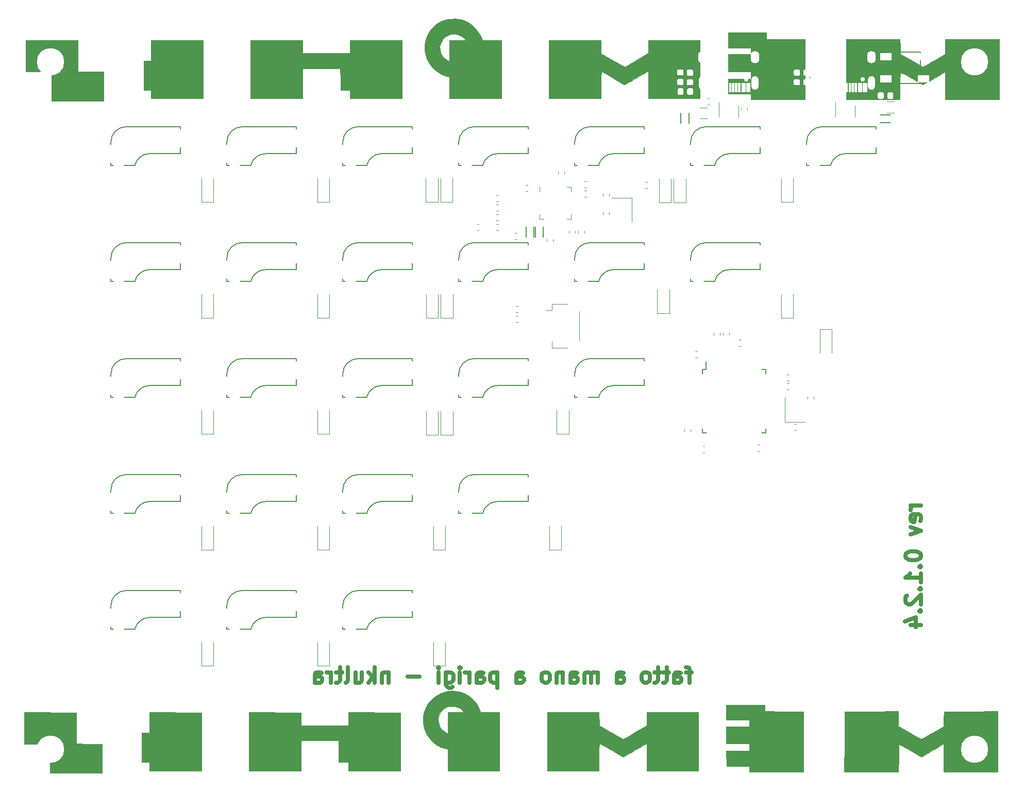
<source format=gbo>
G04 #@! TF.GenerationSoftware,KiCad,Pcbnew,(5.1.5-0-10_14)*
G04 #@! TF.CreationDate,2021-04-20T13:47:47+02:00*
G04 #@! TF.ProjectId,Trigon,54726967-6f6e-42e6-9b69-6361645f7063,rev?*
G04 #@! TF.SameCoordinates,Original*
G04 #@! TF.FileFunction,Legend,Bot*
G04 #@! TF.FilePolarity,Positive*
%FSLAX46Y46*%
G04 Gerber Fmt 4.6, Leading zero omitted, Abs format (unit mm)*
G04 Created by KiCad (PCBNEW (5.1.5-0-10_14)) date 2021-04-20 13:47:47*
%MOMM*%
%LPD*%
G04 APERTURE LIST*
%ADD10C,0.635000*%
%ADD11C,0.010000*%
%ADD12C,0.150000*%
%ADD13C,0.120000*%
%ADD14O,1.200000X2.300000*%
%ADD15O,1.400000X2.000000*%
%ADD16C,0.750000*%
%ADD17C,0.100000*%
%ADD18O,0.700000X1.300000*%
%ADD19O,0.800000X1.800000*%
%ADD20C,0.700000*%
%ADD21R,2.650000X2.600000*%
%ADD22C,1.801800*%
%ADD23C,4.087800*%
%ADD24C,3.100000*%
%ADD25R,2.100000X2.100000*%
%ADD26C,2.100000*%
%ADD27R,3.300000X2.100000*%
%ADD28C,4.500000*%
%ADD29R,1.100000X0.950000*%
%ADD30R,0.750000X1.160000*%
%ADD31R,1.300000X1.000000*%
%ADD32R,1.300000X1.500000*%
%ADD33R,0.950000X1.100000*%
%ADD34R,1.600000X0.650000*%
%ADD35R,0.650000X1.600000*%
%ADD36R,1.900000X1.200000*%
G04 APERTURE END LIST*
D10*
X121645438Y-115990914D02*
X120677819Y-115990914D01*
X121282580Y-117684247D02*
X121282580Y-115507104D01*
X121161628Y-115265200D01*
X120919723Y-115144247D01*
X120677819Y-115144247D01*
X118742580Y-117684247D02*
X118742580Y-116353771D01*
X118863533Y-116111866D01*
X119105438Y-115990914D01*
X119589247Y-115990914D01*
X119831152Y-116111866D01*
X118742580Y-117563295D02*
X118984485Y-117684247D01*
X119589247Y-117684247D01*
X119831152Y-117563295D01*
X119952104Y-117321390D01*
X119952104Y-117079485D01*
X119831152Y-116837580D01*
X119589247Y-116716628D01*
X118984485Y-116716628D01*
X118742580Y-116595676D01*
X117895914Y-115990914D02*
X116928295Y-115990914D01*
X117533057Y-115144247D02*
X117533057Y-117321390D01*
X117412104Y-117563295D01*
X117170200Y-117684247D01*
X116928295Y-117684247D01*
X116444485Y-115990914D02*
X115476866Y-115990914D01*
X116081628Y-115144247D02*
X116081628Y-117321390D01*
X115960676Y-117563295D01*
X115718771Y-117684247D01*
X115476866Y-117684247D01*
X114267342Y-117684247D02*
X114509247Y-117563295D01*
X114630200Y-117442342D01*
X114751152Y-117200438D01*
X114751152Y-116474723D01*
X114630200Y-116232819D01*
X114509247Y-116111866D01*
X114267342Y-115990914D01*
X113904485Y-115990914D01*
X113662580Y-116111866D01*
X113541628Y-116232819D01*
X113420676Y-116474723D01*
X113420676Y-117200438D01*
X113541628Y-117442342D01*
X113662580Y-117563295D01*
X113904485Y-117684247D01*
X114267342Y-117684247D01*
X109308295Y-117684247D02*
X109308295Y-116353771D01*
X109429247Y-116111866D01*
X109671152Y-115990914D01*
X110154961Y-115990914D01*
X110396866Y-116111866D01*
X109308295Y-117563295D02*
X109550199Y-117684247D01*
X110154961Y-117684247D01*
X110396866Y-117563295D01*
X110517819Y-117321390D01*
X110517819Y-117079485D01*
X110396866Y-116837580D01*
X110154961Y-116716628D01*
X109550199Y-116716628D01*
X109308295Y-116595676D01*
X106163533Y-117684247D02*
X106163533Y-115990914D01*
X106163533Y-116232819D02*
X106042580Y-116111866D01*
X105800676Y-115990914D01*
X105437819Y-115990914D01*
X105195914Y-116111866D01*
X105074961Y-116353771D01*
X105074961Y-117684247D01*
X105074961Y-116353771D02*
X104954009Y-116111866D01*
X104712104Y-115990914D01*
X104349247Y-115990914D01*
X104107342Y-116111866D01*
X103986390Y-116353771D01*
X103986390Y-117684247D01*
X101688295Y-117684247D02*
X101688295Y-116353771D01*
X101809247Y-116111866D01*
X102051152Y-115990914D01*
X102534961Y-115990914D01*
X102776866Y-116111866D01*
X101688295Y-117563295D02*
X101930199Y-117684247D01*
X102534961Y-117684247D01*
X102776866Y-117563295D01*
X102897819Y-117321390D01*
X102897819Y-117079485D01*
X102776866Y-116837580D01*
X102534961Y-116716628D01*
X101930199Y-116716628D01*
X101688295Y-116595676D01*
X100478771Y-115990914D02*
X100478771Y-117684247D01*
X100478771Y-116232819D02*
X100357819Y-116111866D01*
X100115914Y-115990914D01*
X99753057Y-115990914D01*
X99511152Y-116111866D01*
X99390199Y-116353771D01*
X99390199Y-117684247D01*
X97817819Y-117684247D02*
X98059723Y-117563295D01*
X98180676Y-117442342D01*
X98301628Y-117200438D01*
X98301628Y-116474723D01*
X98180676Y-116232819D01*
X98059723Y-116111866D01*
X97817819Y-115990914D01*
X97454961Y-115990914D01*
X97213057Y-116111866D01*
X97092104Y-116232819D01*
X96971152Y-116474723D01*
X96971152Y-117200438D01*
X97092104Y-117442342D01*
X97213057Y-117563295D01*
X97454961Y-117684247D01*
X97817819Y-117684247D01*
X92858771Y-117684247D02*
X92858771Y-116353771D01*
X92979723Y-116111866D01*
X93221628Y-115990914D01*
X93705438Y-115990914D01*
X93947342Y-116111866D01*
X92858771Y-117563295D02*
X93100676Y-117684247D01*
X93705438Y-117684247D01*
X93947342Y-117563295D01*
X94068295Y-117321390D01*
X94068295Y-117079485D01*
X93947342Y-116837580D01*
X93705438Y-116716628D01*
X93100676Y-116716628D01*
X92858771Y-116595676D01*
X89714009Y-115990914D02*
X89714009Y-118530914D01*
X89714009Y-116111866D02*
X89472104Y-115990914D01*
X88988295Y-115990914D01*
X88746390Y-116111866D01*
X88625438Y-116232819D01*
X88504485Y-116474723D01*
X88504485Y-117200438D01*
X88625438Y-117442342D01*
X88746390Y-117563295D01*
X88988295Y-117684247D01*
X89472104Y-117684247D01*
X89714009Y-117563295D01*
X86327342Y-117684247D02*
X86327342Y-116353771D01*
X86448295Y-116111866D01*
X86690199Y-115990914D01*
X87174009Y-115990914D01*
X87415914Y-116111866D01*
X86327342Y-117563295D02*
X86569247Y-117684247D01*
X87174009Y-117684247D01*
X87415914Y-117563295D01*
X87536866Y-117321390D01*
X87536866Y-117079485D01*
X87415914Y-116837580D01*
X87174009Y-116716628D01*
X86569247Y-116716628D01*
X86327342Y-116595676D01*
X85117819Y-117684247D02*
X85117819Y-115990914D01*
X85117819Y-116474723D02*
X84996866Y-116232819D01*
X84875914Y-116111866D01*
X84634009Y-115990914D01*
X84392104Y-115990914D01*
X83545438Y-117684247D02*
X83545438Y-115990914D01*
X83545438Y-115144247D02*
X83666390Y-115265200D01*
X83545438Y-115386152D01*
X83424485Y-115265200D01*
X83545438Y-115144247D01*
X83545438Y-115386152D01*
X81247342Y-115990914D02*
X81247342Y-118047104D01*
X81368295Y-118289009D01*
X81489247Y-118409961D01*
X81731152Y-118530914D01*
X82094009Y-118530914D01*
X82335914Y-118409961D01*
X81247342Y-117563295D02*
X81489247Y-117684247D01*
X81973057Y-117684247D01*
X82214961Y-117563295D01*
X82335914Y-117442342D01*
X82456866Y-117200438D01*
X82456866Y-116474723D01*
X82335914Y-116232819D01*
X82214961Y-116111866D01*
X81973057Y-115990914D01*
X81489247Y-115990914D01*
X81247342Y-116111866D01*
X80037819Y-117684247D02*
X80037819Y-115990914D01*
X80037819Y-115144247D02*
X80158771Y-115265200D01*
X80037819Y-115386152D01*
X79916866Y-115265200D01*
X80037819Y-115144247D01*
X80037819Y-115386152D01*
X76893057Y-116716628D02*
X74957819Y-116716628D01*
X71813057Y-115990914D02*
X71813057Y-117684247D01*
X71813057Y-116232819D02*
X71692104Y-116111866D01*
X71450199Y-115990914D01*
X71087342Y-115990914D01*
X70845438Y-116111866D01*
X70724485Y-116353771D01*
X70724485Y-117684247D01*
X69514961Y-117684247D02*
X69514961Y-115144247D01*
X69273057Y-116716628D02*
X68547342Y-117684247D01*
X68547342Y-115990914D02*
X69514961Y-116958533D01*
X66370199Y-115990914D02*
X66370199Y-117684247D01*
X67458771Y-115990914D02*
X67458771Y-117321390D01*
X67337819Y-117563295D01*
X67095914Y-117684247D01*
X66733057Y-117684247D01*
X66491152Y-117563295D01*
X66370199Y-117442342D01*
X64797819Y-117684247D02*
X65039723Y-117563295D01*
X65160676Y-117321390D01*
X65160676Y-115144247D01*
X64193057Y-115990914D02*
X63225438Y-115990914D01*
X63830199Y-115144247D02*
X63830199Y-117321390D01*
X63709247Y-117563295D01*
X63467342Y-117684247D01*
X63225438Y-117684247D01*
X62378771Y-117684247D02*
X62378771Y-115990914D01*
X62378771Y-116474723D02*
X62257819Y-116232819D01*
X62136866Y-116111866D01*
X61894961Y-115990914D01*
X61653057Y-115990914D01*
X59717819Y-117684247D02*
X59717819Y-116353771D01*
X59838771Y-116111866D01*
X60080676Y-115990914D01*
X60564485Y-115990914D01*
X60806390Y-116111866D01*
X59717819Y-117563295D02*
X59959723Y-117684247D01*
X60564485Y-117684247D01*
X60806390Y-117563295D01*
X60927342Y-117321390D01*
X60927342Y-117079485D01*
X60806390Y-116837580D01*
X60564485Y-116716628D01*
X59959723Y-116716628D01*
X59717819Y-116595676D01*
X159289447Y-88618180D02*
X157596114Y-88618180D01*
X158079923Y-88618180D02*
X157838019Y-88739133D01*
X157717066Y-88860085D01*
X157596114Y-89101990D01*
X157596114Y-89343895D01*
X159168495Y-91158180D02*
X159289447Y-90916276D01*
X159289447Y-90432466D01*
X159168495Y-90190561D01*
X158926590Y-90069609D01*
X157958971Y-90069609D01*
X157717066Y-90190561D01*
X157596114Y-90432466D01*
X157596114Y-90916276D01*
X157717066Y-91158180D01*
X157958971Y-91279133D01*
X158200876Y-91279133D01*
X158442780Y-90069609D01*
X157596114Y-92125800D02*
X159289447Y-92730561D01*
X157596114Y-93335323D01*
X156749447Y-96721990D02*
X156749447Y-96963895D01*
X156870400Y-97205800D01*
X156991352Y-97326752D01*
X157233257Y-97447704D01*
X157717066Y-97568657D01*
X158321828Y-97568657D01*
X158805638Y-97447704D01*
X159047542Y-97326752D01*
X159168495Y-97205800D01*
X159289447Y-96963895D01*
X159289447Y-96721990D01*
X159168495Y-96480085D01*
X159047542Y-96359133D01*
X158805638Y-96238180D01*
X158321828Y-96117228D01*
X157717066Y-96117228D01*
X157233257Y-96238180D01*
X156991352Y-96359133D01*
X156870400Y-96480085D01*
X156749447Y-96721990D01*
X159047542Y-98657228D02*
X159168495Y-98778180D01*
X159289447Y-98657228D01*
X159168495Y-98536276D01*
X159047542Y-98657228D01*
X159289447Y-98657228D01*
X159289447Y-101197228D02*
X159289447Y-99745800D01*
X159289447Y-100471514D02*
X156749447Y-100471514D01*
X157112304Y-100229609D01*
X157354209Y-99987704D01*
X157475161Y-99745800D01*
X159047542Y-102285800D02*
X159168495Y-102406752D01*
X159289447Y-102285800D01*
X159168495Y-102164847D01*
X159047542Y-102285800D01*
X159289447Y-102285800D01*
X156991352Y-103374371D02*
X156870400Y-103495323D01*
X156749447Y-103737228D01*
X156749447Y-104341990D01*
X156870400Y-104583895D01*
X156991352Y-104704847D01*
X157233257Y-104825800D01*
X157475161Y-104825800D01*
X157838019Y-104704847D01*
X159289447Y-103253419D01*
X159289447Y-104825800D01*
X159047542Y-105914371D02*
X159168495Y-106035323D01*
X159289447Y-105914371D01*
X159168495Y-105793419D01*
X159047542Y-105914371D01*
X159289447Y-105914371D01*
X157596114Y-108212466D02*
X159289447Y-108212466D01*
X156628495Y-107607704D02*
X158442780Y-107002942D01*
X158442780Y-108575323D01*
D11*
G36*
X32825266Y-15553267D02*
G01*
X31639933Y-15553267D01*
X31639933Y-20379267D01*
X32825266Y-20379267D01*
X32825266Y-21733934D01*
X41376600Y-21733934D01*
X41376600Y-12166600D01*
X32825266Y-12166600D01*
X32825266Y-15553267D01*
G37*
X32825266Y-15553267D02*
X31639933Y-15553267D01*
X31639933Y-20379267D01*
X32825266Y-20379267D01*
X32825266Y-21733934D01*
X41376600Y-21733934D01*
X41376600Y-12166600D01*
X32825266Y-12166600D01*
X32825266Y-15553267D01*
G36*
X65506600Y-14283267D02*
G01*
X57717266Y-14283267D01*
X57717266Y-12166600D01*
X49165933Y-12166600D01*
X49165933Y-21733934D01*
X57717266Y-21733934D01*
X57717266Y-16823267D01*
X63894498Y-16823267D01*
X63917382Y-18580100D01*
X63940266Y-20336934D01*
X64723433Y-20361277D01*
X65506600Y-20385621D01*
X65506600Y-21733934D01*
X74057933Y-21733934D01*
X74057933Y-12166600D01*
X65506600Y-12166600D01*
X65506600Y-14283267D01*
G37*
X65506600Y-14283267D02*
X57717266Y-14283267D01*
X57717266Y-12166600D01*
X49165933Y-12166600D01*
X49165933Y-21733934D01*
X57717266Y-21733934D01*
X57717266Y-16823267D01*
X63894498Y-16823267D01*
X63917382Y-18580100D01*
X63940266Y-20336934D01*
X64723433Y-20361277D01*
X65506600Y-20385621D01*
X65506600Y-21733934D01*
X74057933Y-21733934D01*
X74057933Y-12166600D01*
X65506600Y-12166600D01*
X65506600Y-14283267D01*
G36*
X82076801Y-8629629D02*
G01*
X81533221Y-8690777D01*
X81300451Y-8740241D01*
X80488422Y-9035131D01*
X79758599Y-9465065D01*
X79122560Y-10011560D01*
X78591881Y-10656136D01*
X78178141Y-11380310D01*
X77892915Y-12165600D01*
X77747782Y-12993524D01*
X77754318Y-13845602D01*
X77821798Y-14293570D01*
X78080505Y-15171235D01*
X78479918Y-15961560D01*
X79009778Y-16653911D01*
X79659826Y-17237654D01*
X80419804Y-17702154D01*
X81279454Y-18036776D01*
X81487433Y-18093554D01*
X81847266Y-18184460D01*
X81847266Y-21733934D01*
X90398600Y-21733934D01*
X90398600Y-12166600D01*
X87203956Y-12166600D01*
X84493635Y-12166600D01*
X81847266Y-12166600D01*
X81847266Y-13859934D01*
X81842834Y-14529356D01*
X81829558Y-15031781D01*
X81807471Y-15366601D01*
X81776603Y-15533214D01*
X81758395Y-15553267D01*
X81624926Y-15516665D01*
X81440895Y-15433245D01*
X81134008Y-15213412D01*
X80819318Y-14892395D01*
X80548143Y-14527687D01*
X80414425Y-14283267D01*
X80265507Y-13764700D01*
X80248137Y-13201175D01*
X80361522Y-12653369D01*
X80438265Y-12462934D01*
X80751081Y-11970427D01*
X81170751Y-11568322D01*
X81664720Y-11275673D01*
X82200436Y-11111532D01*
X82745344Y-11094952D01*
X82770291Y-11098078D01*
X83178238Y-11199540D01*
X83602806Y-11382306D01*
X83984255Y-11615041D01*
X84262843Y-11866409D01*
X84282798Y-11891434D01*
X84493635Y-12166600D01*
X87203956Y-12166600D01*
X87023888Y-11672747D01*
X86666751Y-10932307D01*
X86169965Y-10257790D01*
X85557179Y-9670312D01*
X84852042Y-9190990D01*
X84078202Y-8840938D01*
X83735901Y-8736895D01*
X83249675Y-8652590D01*
X82672797Y-8616867D01*
X82076801Y-8629629D01*
G37*
X82076801Y-8629629D02*
X81533221Y-8690777D01*
X81300451Y-8740241D01*
X80488422Y-9035131D01*
X79758599Y-9465065D01*
X79122560Y-10011560D01*
X78591881Y-10656136D01*
X78178141Y-11380310D01*
X77892915Y-12165600D01*
X77747782Y-12993524D01*
X77754318Y-13845602D01*
X77821798Y-14293570D01*
X78080505Y-15171235D01*
X78479918Y-15961560D01*
X79009778Y-16653911D01*
X79659826Y-17237654D01*
X80419804Y-17702154D01*
X81279454Y-18036776D01*
X81487433Y-18093554D01*
X81847266Y-18184460D01*
X81847266Y-21733934D01*
X90398600Y-21733934D01*
X90398600Y-12166600D01*
X87203956Y-12166600D01*
X84493635Y-12166600D01*
X81847266Y-12166600D01*
X81847266Y-13859934D01*
X81842834Y-14529356D01*
X81829558Y-15031781D01*
X81807471Y-15366601D01*
X81776603Y-15533214D01*
X81758395Y-15553267D01*
X81624926Y-15516665D01*
X81440895Y-15433245D01*
X81134008Y-15213412D01*
X80819318Y-14892395D01*
X80548143Y-14527687D01*
X80414425Y-14283267D01*
X80265507Y-13764700D01*
X80248137Y-13201175D01*
X80361522Y-12653369D01*
X80438265Y-12462934D01*
X80751081Y-11970427D01*
X81170751Y-11568322D01*
X81664720Y-11275673D01*
X82200436Y-11111532D01*
X82745344Y-11094952D01*
X82770291Y-11098078D01*
X83178238Y-11199540D01*
X83602806Y-11382306D01*
X83984255Y-11615041D01*
X84262843Y-11866409D01*
X84282798Y-11891434D01*
X84493635Y-12166600D01*
X87203956Y-12166600D01*
X87023888Y-11672747D01*
X86666751Y-10932307D01*
X86169965Y-10257790D01*
X85557179Y-9670312D01*
X84852042Y-9190990D01*
X84078202Y-8840938D01*
X83735901Y-8736895D01*
X83249675Y-8652590D01*
X82672797Y-8616867D01*
X82076801Y-8629629D01*
G36*
X114528600Y-14268349D02*
G01*
X112638517Y-15371502D01*
X112124085Y-15670643D01*
X111655527Y-15940998D01*
X111253370Y-16170890D01*
X110938145Y-16348646D01*
X110730380Y-16462591D01*
X110652783Y-16500794D01*
X110556441Y-16467056D01*
X110334518Y-16358541D01*
X110007447Y-16186223D01*
X109595662Y-15961074D01*
X109119599Y-15694069D01*
X108651726Y-15426267D01*
X106746322Y-14325600D01*
X106739266Y-12166600D01*
X98187933Y-12166600D01*
X98187933Y-21733934D01*
X106739266Y-21733934D01*
X106739266Y-19490267D01*
X106740440Y-18893807D01*
X106743749Y-18356997D01*
X106748874Y-17901855D01*
X106755496Y-17550400D01*
X106763295Y-17324652D01*
X106771785Y-17246600D01*
X106850630Y-17287574D01*
X107055810Y-17402945D01*
X107367624Y-17581391D01*
X107766373Y-17811587D01*
X108232358Y-18082212D01*
X108686600Y-18347267D01*
X109196031Y-18644352D01*
X109655990Y-18911051D01*
X110046721Y-19136033D01*
X110348470Y-19307969D01*
X110541479Y-19415529D01*
X110605766Y-19447934D01*
X110685912Y-19406880D01*
X110891709Y-19291471D01*
X111202927Y-19113338D01*
X111599338Y-18884109D01*
X112060714Y-18615416D01*
X112437450Y-18394852D01*
X112941895Y-18100073D01*
X113403700Y-17832478D01*
X113800970Y-17604571D01*
X114111810Y-17428859D01*
X114314327Y-17317845D01*
X114380433Y-17285127D01*
X114424900Y-17277356D01*
X114459484Y-17304329D01*
X114485419Y-17384335D01*
X114503938Y-17535660D01*
X114516276Y-17776595D01*
X114523666Y-18125427D01*
X114527342Y-18600445D01*
X114528539Y-19219938D01*
X114528600Y-19481208D01*
X114528600Y-21733934D01*
X122995266Y-21733934D01*
X122995266Y-12166600D01*
X114528600Y-12166600D01*
X114528600Y-14268349D01*
G37*
X114528600Y-14268349D02*
X112638517Y-15371502D01*
X112124085Y-15670643D01*
X111655527Y-15940998D01*
X111253370Y-16170890D01*
X110938145Y-16348646D01*
X110730380Y-16462591D01*
X110652783Y-16500794D01*
X110556441Y-16467056D01*
X110334518Y-16358541D01*
X110007447Y-16186223D01*
X109595662Y-15961074D01*
X109119599Y-15694069D01*
X108651726Y-15426267D01*
X106746322Y-14325600D01*
X106739266Y-12166600D01*
X98187933Y-12166600D01*
X98187933Y-21733934D01*
X106739266Y-21733934D01*
X106739266Y-19490267D01*
X106740440Y-18893807D01*
X106743749Y-18356997D01*
X106748874Y-17901855D01*
X106755496Y-17550400D01*
X106763295Y-17324652D01*
X106771785Y-17246600D01*
X106850630Y-17287574D01*
X107055810Y-17402945D01*
X107367624Y-17581391D01*
X107766373Y-17811587D01*
X108232358Y-18082212D01*
X108686600Y-18347267D01*
X109196031Y-18644352D01*
X109655990Y-18911051D01*
X110046721Y-19136033D01*
X110348470Y-19307969D01*
X110541479Y-19415529D01*
X110605766Y-19447934D01*
X110685912Y-19406880D01*
X110891709Y-19291471D01*
X111202927Y-19113338D01*
X111599338Y-18884109D01*
X112060714Y-18615416D01*
X112437450Y-18394852D01*
X112941895Y-18100073D01*
X113403700Y-17832478D01*
X113800970Y-17604571D01*
X114111810Y-17428859D01*
X114314327Y-17317845D01*
X114380433Y-17285127D01*
X114424900Y-17277356D01*
X114459484Y-17304329D01*
X114485419Y-17384335D01*
X114503938Y-17535660D01*
X114516276Y-17776595D01*
X114523666Y-18125427D01*
X114527342Y-18600445D01*
X114528539Y-19219938D01*
X114528600Y-19481208D01*
X114528600Y-21733934D01*
X122995266Y-21733934D01*
X122995266Y-12166600D01*
X114528600Y-12166600D01*
X114528600Y-14268349D01*
G36*
X127651933Y-13436600D02*
G01*
X131377266Y-13436600D01*
X131377266Y-14452600D01*
X127651933Y-14452600D01*
X127651933Y-17331267D01*
X131377266Y-17331267D01*
X131377266Y-18516600D01*
X127651933Y-18516600D01*
X127651933Y-20971934D01*
X131377266Y-20971934D01*
X131377266Y-21903267D01*
X140267266Y-21903267D01*
X140267266Y-11997267D01*
X133917266Y-11997267D01*
X133917266Y-10896600D01*
X127651933Y-10896600D01*
X127651933Y-13436600D01*
G37*
X127651933Y-13436600D02*
X131377266Y-13436600D01*
X131377266Y-14452600D01*
X127651933Y-14452600D01*
X127651933Y-17331267D01*
X131377266Y-17331267D01*
X131377266Y-18516600D01*
X127651933Y-18516600D01*
X127651933Y-20971934D01*
X131377266Y-20971934D01*
X131377266Y-21903267D01*
X140267266Y-21903267D01*
X140267266Y-11997267D01*
X133917266Y-11997267D01*
X133917266Y-10896600D01*
X127651933Y-10896600D01*
X127651933Y-13436600D01*
G36*
X163295379Y-13203767D02*
G01*
X163294159Y-14410267D01*
X161844420Y-15256934D01*
X161368721Y-15534722D01*
X160915998Y-15799047D01*
X160516943Y-16031992D01*
X160202249Y-16215640D01*
X160002610Y-16332074D01*
X160000610Y-16333240D01*
X159606539Y-16562880D01*
X157747403Y-15474337D01*
X155888266Y-14385794D01*
X155864775Y-13191530D01*
X155841284Y-11997267D01*
X147040600Y-11997267D01*
X147040600Y-21903267D01*
X155845933Y-21903267D01*
X155845933Y-19608208D01*
X155846866Y-18920196D01*
X155850335Y-18383889D01*
X155857343Y-17981668D01*
X155868896Y-17695914D01*
X155885996Y-17509005D01*
X155909650Y-17403321D01*
X155940861Y-17361243D01*
X155973947Y-17362273D01*
X156080746Y-17417735D01*
X156311213Y-17546806D01*
X156643308Y-17736824D01*
X157054991Y-17975126D01*
X157524223Y-18249049D01*
X157831746Y-18429665D01*
X158319252Y-18715670D01*
X158757010Y-18970631D01*
X159124365Y-19182669D01*
X159400658Y-19339905D01*
X159565231Y-19430458D01*
X159602465Y-19447934D01*
X159683774Y-19406920D01*
X159890781Y-19291605D01*
X160203248Y-19113576D01*
X160600939Y-18884421D01*
X161063616Y-18615728D01*
X161448832Y-18390702D01*
X163254266Y-17333471D01*
X163276794Y-19618369D01*
X163299321Y-21903267D01*
X172186600Y-21903267D01*
X172186600Y-11997267D01*
X163296600Y-11997267D01*
X163295379Y-13203767D01*
G37*
X163295379Y-13203767D02*
X163294159Y-14410267D01*
X161844420Y-15256934D01*
X161368721Y-15534722D01*
X160915998Y-15799047D01*
X160516943Y-16031992D01*
X160202249Y-16215640D01*
X160002610Y-16332074D01*
X160000610Y-16333240D01*
X159606539Y-16562880D01*
X157747403Y-15474337D01*
X155888266Y-14385794D01*
X155864775Y-13191530D01*
X155841284Y-11997267D01*
X147040600Y-11997267D01*
X147040600Y-21903267D01*
X155845933Y-21903267D01*
X155845933Y-19608208D01*
X155846866Y-18920196D01*
X155850335Y-18383889D01*
X155857343Y-17981668D01*
X155868896Y-17695914D01*
X155885996Y-17509005D01*
X155909650Y-17403321D01*
X155940861Y-17361243D01*
X155973947Y-17362273D01*
X156080746Y-17417735D01*
X156311213Y-17546806D01*
X156643308Y-17736824D01*
X157054991Y-17975126D01*
X157524223Y-18249049D01*
X157831746Y-18429665D01*
X158319252Y-18715670D01*
X158757010Y-18970631D01*
X159124365Y-19182669D01*
X159400658Y-19339905D01*
X159565231Y-19430458D01*
X159602465Y-19447934D01*
X159683774Y-19406920D01*
X159890781Y-19291605D01*
X160203248Y-19113576D01*
X160600939Y-18884421D01*
X161063616Y-18615728D01*
X161448832Y-18390702D01*
X163254266Y-17333471D01*
X163276794Y-19618369D01*
X163299321Y-21903267D01*
X172186600Y-21903267D01*
X172186600Y-11997267D01*
X163296600Y-11997267D01*
X163295379Y-13203767D01*
G36*
X12251266Y-17331267D02*
G01*
X16484600Y-17331267D01*
X16484600Y-22157267D01*
X25035933Y-22157267D01*
X25035933Y-17331267D01*
X20802600Y-17331267D01*
X20802600Y-12166600D01*
X12251266Y-12166600D01*
X12251266Y-17331267D01*
G37*
X12251266Y-17331267D02*
X16484600Y-17331267D01*
X16484600Y-22157267D01*
X25035933Y-22157267D01*
X25035933Y-17331267D01*
X20802600Y-17331267D01*
X20802600Y-12166600D01*
X12251266Y-12166600D01*
X12251266Y-17331267D01*
G36*
X32571266Y-125958600D02*
G01*
X31301266Y-125958600D01*
X31301266Y-130784600D01*
X32571266Y-130784600D01*
X32571266Y-132223934D01*
X41123998Y-132223934D01*
X41102132Y-127419100D01*
X41080266Y-122614267D01*
X32571266Y-122570367D01*
X32571266Y-125958600D01*
G37*
X32571266Y-125958600D02*
X31301266Y-125958600D01*
X31301266Y-130784600D01*
X32571266Y-130784600D01*
X32571266Y-132223934D01*
X41123998Y-132223934D01*
X41102132Y-127419100D01*
X41080266Y-122614267D01*
X32571266Y-122570367D01*
X32571266Y-125958600D01*
G36*
X48911933Y-132223934D02*
G01*
X57463266Y-132223934D01*
X57463266Y-127228600D01*
X63643933Y-127228600D01*
X63643933Y-130784600D01*
X65252600Y-130784600D01*
X65252600Y-132223934D01*
X73805331Y-132223934D01*
X73783466Y-127419100D01*
X73761600Y-122614267D01*
X65252600Y-122570367D01*
X65252600Y-124773267D01*
X57468326Y-124773267D01*
X57444629Y-123693767D01*
X57420933Y-122614267D01*
X48911933Y-122570367D01*
X48911933Y-132223934D01*
G37*
X48911933Y-132223934D02*
X57463266Y-132223934D01*
X57463266Y-127228600D01*
X63643933Y-127228600D01*
X63643933Y-130784600D01*
X65252600Y-130784600D01*
X65252600Y-132223934D01*
X73805331Y-132223934D01*
X73783466Y-127419100D01*
X73761600Y-122614267D01*
X65252600Y-122570367D01*
X65252600Y-124773267D01*
X57468326Y-124773267D01*
X57444629Y-123693767D01*
X57420933Y-122614267D01*
X48911933Y-122570367D01*
X48911933Y-132223934D01*
G36*
X81984824Y-119037209D02*
G01*
X81619480Y-119084979D01*
X81296933Y-119143306D01*
X80455942Y-119402777D01*
X79689093Y-119803444D01*
X79011182Y-120328632D01*
X78437007Y-120961668D01*
X77981363Y-121685878D01*
X77659047Y-122484588D01*
X77484855Y-123341124D01*
X77474271Y-123450978D01*
X77482577Y-124317853D01*
X77647152Y-125154763D01*
X77955368Y-125943828D01*
X78394591Y-126667164D01*
X78952192Y-127306891D01*
X79615538Y-127845126D01*
X80372000Y-128263987D01*
X81042933Y-128503100D01*
X81550933Y-128642792D01*
X81573784Y-130433363D01*
X81596634Y-132223934D01*
X90059933Y-132223934D01*
X90059933Y-122571934D01*
X88490943Y-122571934D01*
X87935844Y-122570639D01*
X87527002Y-122565344D01*
X87241347Y-122553937D01*
X87055812Y-122534301D01*
X86947330Y-122504322D01*
X86936692Y-122496038D01*
X84133266Y-122496038D01*
X84053485Y-122522449D01*
X83833648Y-122544863D01*
X83503020Y-122561531D01*
X83090865Y-122570704D01*
X82863266Y-122571934D01*
X81593266Y-122571934D01*
X81593266Y-124307600D01*
X81591147Y-124828994D01*
X81585227Y-125287724D01*
X81576167Y-125658756D01*
X81564626Y-125917054D01*
X81551263Y-126037584D01*
X81547560Y-126043267D01*
X81450438Y-126007866D01*
X81262583Y-125919280D01*
X81187727Y-125881353D01*
X80699455Y-125538652D01*
X80328390Y-125084572D01*
X80087519Y-124541198D01*
X79989830Y-123930614D01*
X79988319Y-123841934D01*
X80064373Y-123215319D01*
X80290959Y-122665551D01*
X80665709Y-122196703D01*
X81157690Y-121829440D01*
X81378286Y-121712168D01*
X81584690Y-121642597D01*
X81834186Y-121608867D01*
X82184058Y-121599116D01*
X82270600Y-121598999D01*
X82712440Y-121613480D01*
X83027512Y-121659944D01*
X83256389Y-121744506D01*
X83264290Y-121748749D01*
X83492748Y-121893132D01*
X83734299Y-122076332D01*
X83948171Y-122263286D01*
X84093589Y-122418928D01*
X84133266Y-122496038D01*
X86936692Y-122496038D01*
X86892833Y-122461886D01*
X86874495Y-122423767D01*
X86816899Y-122280345D01*
X86706474Y-122032172D01*
X86564499Y-121726751D01*
X86526489Y-121646850D01*
X86110778Y-120966294D01*
X85563043Y-120361784D01*
X84909707Y-119849638D01*
X84177193Y-119446172D01*
X83391926Y-119167703D01*
X82580331Y-119030547D01*
X82270600Y-119018874D01*
X81984824Y-119037209D01*
G37*
X81984824Y-119037209D02*
X81619480Y-119084979D01*
X81296933Y-119143306D01*
X80455942Y-119402777D01*
X79689093Y-119803444D01*
X79011182Y-120328632D01*
X78437007Y-120961668D01*
X77981363Y-121685878D01*
X77659047Y-122484588D01*
X77484855Y-123341124D01*
X77474271Y-123450978D01*
X77482577Y-124317853D01*
X77647152Y-125154763D01*
X77955368Y-125943828D01*
X78394591Y-126667164D01*
X78952192Y-127306891D01*
X79615538Y-127845126D01*
X80372000Y-128263987D01*
X81042933Y-128503100D01*
X81550933Y-128642792D01*
X81573784Y-130433363D01*
X81596634Y-132223934D01*
X90059933Y-132223934D01*
X90059933Y-122571934D01*
X88490943Y-122571934D01*
X87935844Y-122570639D01*
X87527002Y-122565344D01*
X87241347Y-122553937D01*
X87055812Y-122534301D01*
X86947330Y-122504322D01*
X86936692Y-122496038D01*
X84133266Y-122496038D01*
X84053485Y-122522449D01*
X83833648Y-122544863D01*
X83503020Y-122561531D01*
X83090865Y-122570704D01*
X82863266Y-122571934D01*
X81593266Y-122571934D01*
X81593266Y-124307600D01*
X81591147Y-124828994D01*
X81585227Y-125287724D01*
X81576167Y-125658756D01*
X81564626Y-125917054D01*
X81551263Y-126037584D01*
X81547560Y-126043267D01*
X81450438Y-126007866D01*
X81262583Y-125919280D01*
X81187727Y-125881353D01*
X80699455Y-125538652D01*
X80328390Y-125084572D01*
X80087519Y-124541198D01*
X79989830Y-123930614D01*
X79988319Y-123841934D01*
X80064373Y-123215319D01*
X80290959Y-122665551D01*
X80665709Y-122196703D01*
X81157690Y-121829440D01*
X81378286Y-121712168D01*
X81584690Y-121642597D01*
X81834186Y-121608867D01*
X82184058Y-121599116D01*
X82270600Y-121598999D01*
X82712440Y-121613480D01*
X83027512Y-121659944D01*
X83256389Y-121744506D01*
X83264290Y-121748749D01*
X83492748Y-121893132D01*
X83734299Y-122076332D01*
X83948171Y-122263286D01*
X84093589Y-122418928D01*
X84133266Y-122496038D01*
X86936692Y-122496038D01*
X86892833Y-122461886D01*
X86874495Y-122423767D01*
X86816899Y-122280345D01*
X86706474Y-122032172D01*
X86564499Y-121726751D01*
X86526489Y-121646850D01*
X86110778Y-120966294D01*
X85563043Y-120361784D01*
X84909707Y-119849638D01*
X84177193Y-119446172D01*
X83391926Y-119167703D01*
X82580331Y-119030547D01*
X82270600Y-119018874D01*
X81984824Y-119037209D01*
G36*
X114255963Y-123649744D02*
G01*
X114232266Y-124727554D01*
X112327266Y-125850008D01*
X111812367Y-126151559D01*
X111343776Y-126422489D01*
X110941676Y-126651412D01*
X110626247Y-126826941D01*
X110417672Y-126937690D01*
X110337600Y-126972578D01*
X110244564Y-126931250D01*
X110026154Y-126814783D01*
X109702562Y-126634552D01*
X109293978Y-126401932D01*
X108820593Y-126128297D01*
X108347933Y-125851712D01*
X106442933Y-124730730D01*
X106395541Y-122571934D01*
X97933933Y-122571934D01*
X97933933Y-132223934D01*
X106400600Y-132223934D01*
X106400600Y-129937934D01*
X106401768Y-129335628D01*
X106405062Y-128792767D01*
X106410168Y-128331164D01*
X106416771Y-127972634D01*
X106424557Y-127738992D01*
X106433212Y-127652052D01*
X106433548Y-127651934D01*
X106512391Y-127693087D01*
X106717450Y-127808993D01*
X107029125Y-127988323D01*
X107427811Y-128219745D01*
X107893906Y-128491928D01*
X108359715Y-128765257D01*
X108873107Y-129065293D01*
X109340134Y-129334670D01*
X109740529Y-129561986D01*
X110054027Y-129735839D01*
X110260364Y-129844829D01*
X110337600Y-129878039D01*
X110430717Y-129836554D01*
X110649151Y-129720014D01*
X110972629Y-129539836D01*
X111380878Y-129307438D01*
X111853626Y-129034237D01*
X112314414Y-128764715D01*
X112824694Y-128465357D01*
X113285452Y-128196467D01*
X113677066Y-127969381D01*
X113979915Y-127795435D01*
X114174378Y-127685964D01*
X114240581Y-127651934D01*
X114249544Y-127732964D01*
X114257622Y-127961512D01*
X114264492Y-128315764D01*
X114269827Y-128773905D01*
X114273304Y-129314119D01*
X114274598Y-129914594D01*
X114274600Y-129937934D01*
X114274600Y-132223934D01*
X122741266Y-132223934D01*
X122741266Y-122571934D01*
X114279659Y-122571934D01*
X114255963Y-123649744D01*
G37*
X114255963Y-123649744D02*
X114232266Y-124727554D01*
X112327266Y-125850008D01*
X111812367Y-126151559D01*
X111343776Y-126422489D01*
X110941676Y-126651412D01*
X110626247Y-126826941D01*
X110417672Y-126937690D01*
X110337600Y-126972578D01*
X110244564Y-126931250D01*
X110026154Y-126814783D01*
X109702562Y-126634552D01*
X109293978Y-126401932D01*
X108820593Y-126128297D01*
X108347933Y-125851712D01*
X106442933Y-124730730D01*
X106395541Y-122571934D01*
X97933933Y-122571934D01*
X97933933Y-132223934D01*
X106400600Y-132223934D01*
X106400600Y-129937934D01*
X106401768Y-129335628D01*
X106405062Y-128792767D01*
X106410168Y-128331164D01*
X106416771Y-127972634D01*
X106424557Y-127738992D01*
X106433212Y-127652052D01*
X106433548Y-127651934D01*
X106512391Y-127693087D01*
X106717450Y-127808993D01*
X107029125Y-127988323D01*
X107427811Y-128219745D01*
X107893906Y-128491928D01*
X108359715Y-128765257D01*
X108873107Y-129065293D01*
X109340134Y-129334670D01*
X109740529Y-129561986D01*
X110054027Y-129735839D01*
X110260364Y-129844829D01*
X110337600Y-129878039D01*
X110430717Y-129836554D01*
X110649151Y-129720014D01*
X110972629Y-129539836D01*
X111380878Y-129307438D01*
X111853626Y-129034237D01*
X112314414Y-128764715D01*
X112824694Y-128465357D01*
X113285452Y-128196467D01*
X113677066Y-127969381D01*
X113979915Y-127795435D01*
X114174378Y-127685964D01*
X114240581Y-127651934D01*
X114249544Y-127732964D01*
X114257622Y-127961512D01*
X114264492Y-128315764D01*
X114269827Y-128773905D01*
X114273304Y-129314119D01*
X114274598Y-129914594D01*
X114274600Y-129937934D01*
X114274600Y-132223934D01*
X122741266Y-132223934D01*
X122741266Y-122571934D01*
X114279659Y-122571934D01*
X114255963Y-123649744D01*
G36*
X127313266Y-123841934D02*
G01*
X131123266Y-123841934D01*
X131123266Y-124942600D01*
X127313266Y-124942600D01*
X127313266Y-127736600D01*
X131123266Y-127736600D01*
X131123266Y-128921934D01*
X127308740Y-128921934D01*
X127355600Y-131419600D01*
X129239433Y-131442387D01*
X131123266Y-131465173D01*
X131123266Y-132393267D01*
X140014620Y-132393267D01*
X139992777Y-127419100D01*
X139970933Y-122444934D01*
X136817100Y-122422736D01*
X133663266Y-122400539D01*
X133663266Y-121386600D01*
X127313266Y-121386600D01*
X127313266Y-123841934D01*
G37*
X127313266Y-123841934D02*
X131123266Y-123841934D01*
X131123266Y-124942600D01*
X127313266Y-124942600D01*
X127313266Y-127736600D01*
X131123266Y-127736600D01*
X131123266Y-128921934D01*
X127308740Y-128921934D01*
X127355600Y-131419600D01*
X129239433Y-131442387D01*
X131123266Y-131465173D01*
X131123266Y-132393267D01*
X140014620Y-132393267D01*
X139992777Y-127419100D01*
X139970933Y-122444934D01*
X136817100Y-122422736D01*
X133663266Y-122400539D01*
X133663266Y-121386600D01*
X127313266Y-121386600D01*
X127313266Y-123841934D01*
G36*
X151168100Y-122423012D02*
G01*
X146744266Y-122444934D01*
X146722423Y-127419100D01*
X146700580Y-132393267D01*
X155589255Y-132393267D01*
X155611761Y-130073078D01*
X155634266Y-127752889D01*
X157487455Y-128835519D01*
X159340644Y-129918148D01*
X160366122Y-129320702D01*
X160836933Y-129045780D01*
X161348134Y-128746250D01*
X161836180Y-128459398D01*
X162217100Y-128234605D01*
X163042600Y-127745954D01*
X163042600Y-132393267D01*
X171932600Y-132393267D01*
X171932600Y-122401090D01*
X167508766Y-122423012D01*
X163084933Y-122444934D01*
X163042600Y-123658852D01*
X163000266Y-124872770D01*
X161222266Y-125922472D01*
X160721991Y-126213161D01*
X160264238Y-126470303D01*
X159870760Y-126682390D01*
X159563309Y-126837911D01*
X159363640Y-126925357D01*
X159299463Y-126939859D01*
X159188314Y-126889374D01*
X158953399Y-126764808D01*
X158616632Y-126578401D01*
X158199927Y-126342395D01*
X157725196Y-126069031D01*
X157373297Y-125863880D01*
X155591933Y-124820214D01*
X155591933Y-122401090D01*
X151168100Y-122423012D01*
G37*
X151168100Y-122423012D02*
X146744266Y-122444934D01*
X146722423Y-127419100D01*
X146700580Y-132393267D01*
X155589255Y-132393267D01*
X155611761Y-130073078D01*
X155634266Y-127752889D01*
X157487455Y-128835519D01*
X159340644Y-129918148D01*
X160366122Y-129320702D01*
X160836933Y-129045780D01*
X161348134Y-128746250D01*
X161836180Y-128459398D01*
X162217100Y-128234605D01*
X163042600Y-127745954D01*
X163042600Y-132393267D01*
X171932600Y-132393267D01*
X171932600Y-122401090D01*
X167508766Y-122423012D01*
X163084933Y-122444934D01*
X163042600Y-123658852D01*
X163000266Y-124872770D01*
X161222266Y-125922472D01*
X160721991Y-126213161D01*
X160264238Y-126470303D01*
X159870760Y-126682390D01*
X159563309Y-126837911D01*
X159363640Y-126925357D01*
X159299463Y-126939859D01*
X159188314Y-126889374D01*
X158953399Y-126764808D01*
X158616632Y-126578401D01*
X158199927Y-126342395D01*
X157725196Y-126069031D01*
X157373297Y-125863880D01*
X155591933Y-124820214D01*
X155591933Y-122401090D01*
X151168100Y-122423012D01*
G36*
X11997266Y-127821267D02*
G01*
X16230600Y-127821267D01*
X16230600Y-132562600D01*
X24784570Y-132562600D01*
X24739600Y-127778934D01*
X22645339Y-127756290D01*
X20551078Y-127733647D01*
X20506266Y-122614267D01*
X11997266Y-122570367D01*
X11997266Y-127821267D01*
G37*
X11997266Y-127821267D02*
X16230600Y-127821267D01*
X16230600Y-132562600D01*
X24784570Y-132562600D01*
X24739600Y-127778934D01*
X22645339Y-127756290D01*
X20551078Y-127733647D01*
X20506266Y-122614267D01*
X11997266Y-122570367D01*
X11997266Y-127821267D01*
D12*
X70645315Y-106997500D02*
G75*
G03X68243752Y-108871363I-1564J-2473862D01*
G01*
X66833750Y-102552500D02*
G75*
G03X64293750Y-105092500I0J-2540000D01*
G01*
X64293750Y-105092500D02*
X64293750Y-105473500D01*
X64293750Y-108521500D02*
X64293750Y-108902500D01*
X64293750Y-108902500D02*
X64674750Y-108902500D01*
X66452750Y-108902500D02*
X68243750Y-108902501D01*
X70643750Y-106997500D02*
X75723750Y-106997500D01*
X75723750Y-106997500D02*
X75723750Y-105981500D01*
X75723750Y-102933500D02*
X75723750Y-102552500D01*
X75723750Y-102552500D02*
X66833750Y-102552500D01*
X51595315Y-106997500D02*
G75*
G03X49193752Y-108871363I-1564J-2473862D01*
G01*
X47783750Y-102552500D02*
G75*
G03X45243750Y-105092500I0J-2540000D01*
G01*
X45243750Y-105092500D02*
X45243750Y-105473500D01*
X45243750Y-108521500D02*
X45243750Y-108902500D01*
X45243750Y-108902500D02*
X45624750Y-108902500D01*
X47402750Y-108902500D02*
X49193750Y-108902501D01*
X51593750Y-106997500D02*
X56673750Y-106997500D01*
X56673750Y-106997500D02*
X56673750Y-105981500D01*
X56673750Y-102933500D02*
X56673750Y-102552500D01*
X56673750Y-102552500D02*
X47783750Y-102552500D01*
X32545315Y-106997500D02*
G75*
G03X30143752Y-108871363I-1564J-2473862D01*
G01*
X28733750Y-102552500D02*
G75*
G03X26193750Y-105092500I0J-2540000D01*
G01*
X26193750Y-105092500D02*
X26193750Y-105473500D01*
X26193750Y-108521500D02*
X26193750Y-108902500D01*
X26193750Y-108902500D02*
X26574750Y-108902500D01*
X28352750Y-108902500D02*
X30143750Y-108902501D01*
X32543750Y-106997500D02*
X37623750Y-106997500D01*
X37623750Y-106997500D02*
X37623750Y-105981500D01*
X37623750Y-102933500D02*
X37623750Y-102552500D01*
X37623750Y-102552500D02*
X28733750Y-102552500D01*
X89695315Y-87947500D02*
G75*
G03X87293752Y-89821363I-1564J-2473862D01*
G01*
X85883750Y-83502500D02*
G75*
G03X83343750Y-86042500I0J-2540000D01*
G01*
X83343750Y-86042500D02*
X83343750Y-86423500D01*
X83343750Y-89471500D02*
X83343750Y-89852500D01*
X83343750Y-89852500D02*
X83724750Y-89852500D01*
X85502750Y-89852500D02*
X87293750Y-89852501D01*
X89693750Y-87947500D02*
X94773750Y-87947500D01*
X94773750Y-87947500D02*
X94773750Y-86931500D01*
X94773750Y-83883500D02*
X94773750Y-83502500D01*
X94773750Y-83502500D02*
X85883750Y-83502500D01*
X70645315Y-87947500D02*
G75*
G03X68243752Y-89821363I-1564J-2473862D01*
G01*
X66833750Y-83502500D02*
G75*
G03X64293750Y-86042500I0J-2540000D01*
G01*
X64293750Y-86042500D02*
X64293750Y-86423500D01*
X64293750Y-89471500D02*
X64293750Y-89852500D01*
X64293750Y-89852500D02*
X64674750Y-89852500D01*
X66452750Y-89852500D02*
X68243750Y-89852501D01*
X70643750Y-87947500D02*
X75723750Y-87947500D01*
X75723750Y-87947500D02*
X75723750Y-86931500D01*
X75723750Y-83883500D02*
X75723750Y-83502500D01*
X75723750Y-83502500D02*
X66833750Y-83502500D01*
X51595315Y-87947500D02*
G75*
G03X49193752Y-89821363I-1564J-2473862D01*
G01*
X47783750Y-83502500D02*
G75*
G03X45243750Y-86042500I0J-2540000D01*
G01*
X45243750Y-86042500D02*
X45243750Y-86423500D01*
X45243750Y-89471500D02*
X45243750Y-89852500D01*
X45243750Y-89852500D02*
X45624750Y-89852500D01*
X47402750Y-89852500D02*
X49193750Y-89852501D01*
X51593750Y-87947500D02*
X56673750Y-87947500D01*
X56673750Y-87947500D02*
X56673750Y-86931500D01*
X56673750Y-83883500D02*
X56673750Y-83502500D01*
X56673750Y-83502500D02*
X47783750Y-83502500D01*
X32545315Y-87947500D02*
G75*
G03X30143752Y-89821363I-1564J-2473862D01*
G01*
X28733750Y-83502500D02*
G75*
G03X26193750Y-86042500I0J-2540000D01*
G01*
X26193750Y-86042500D02*
X26193750Y-86423500D01*
X26193750Y-89471500D02*
X26193750Y-89852500D01*
X26193750Y-89852500D02*
X26574750Y-89852500D01*
X28352750Y-89852500D02*
X30143750Y-89852501D01*
X32543750Y-87947500D02*
X37623750Y-87947500D01*
X37623750Y-87947500D02*
X37623750Y-86931500D01*
X37623750Y-83883500D02*
X37623750Y-83502500D01*
X37623750Y-83502500D02*
X28733750Y-83502500D01*
X108745315Y-68897500D02*
G75*
G03X106343752Y-70771363I-1564J-2473862D01*
G01*
X104933750Y-64452500D02*
G75*
G03X102393750Y-66992500I0J-2540000D01*
G01*
X102393750Y-66992500D02*
X102393750Y-67373500D01*
X102393750Y-70421500D02*
X102393750Y-70802500D01*
X102393750Y-70802500D02*
X102774750Y-70802500D01*
X104552750Y-70802500D02*
X106343750Y-70802501D01*
X108743750Y-68897500D02*
X113823750Y-68897500D01*
X113823750Y-68897500D02*
X113823750Y-67881500D01*
X113823750Y-64833500D02*
X113823750Y-64452500D01*
X113823750Y-64452500D02*
X104933750Y-64452500D01*
X89695315Y-68897500D02*
G75*
G03X87293752Y-70771363I-1564J-2473862D01*
G01*
X85883750Y-64452500D02*
G75*
G03X83343750Y-66992500I0J-2540000D01*
G01*
X83343750Y-66992500D02*
X83343750Y-67373500D01*
X83343750Y-70421500D02*
X83343750Y-70802500D01*
X83343750Y-70802500D02*
X83724750Y-70802500D01*
X85502750Y-70802500D02*
X87293750Y-70802501D01*
X89693750Y-68897500D02*
X94773750Y-68897500D01*
X94773750Y-68897500D02*
X94773750Y-67881500D01*
X94773750Y-64833500D02*
X94773750Y-64452500D01*
X94773750Y-64452500D02*
X85883750Y-64452500D01*
X70645315Y-68897500D02*
G75*
G03X68243752Y-70771363I-1564J-2473862D01*
G01*
X66833750Y-64452500D02*
G75*
G03X64293750Y-66992500I0J-2540000D01*
G01*
X64293750Y-66992500D02*
X64293750Y-67373500D01*
X64293750Y-70421500D02*
X64293750Y-70802500D01*
X64293750Y-70802500D02*
X64674750Y-70802500D01*
X66452750Y-70802500D02*
X68243750Y-70802501D01*
X70643750Y-68897500D02*
X75723750Y-68897500D01*
X75723750Y-68897500D02*
X75723750Y-67881500D01*
X75723750Y-64833500D02*
X75723750Y-64452500D01*
X75723750Y-64452500D02*
X66833750Y-64452500D01*
X51595315Y-68897500D02*
G75*
G03X49193752Y-70771363I-1564J-2473862D01*
G01*
X47783750Y-64452500D02*
G75*
G03X45243750Y-66992500I0J-2540000D01*
G01*
X45243750Y-66992500D02*
X45243750Y-67373500D01*
X45243750Y-70421500D02*
X45243750Y-70802500D01*
X45243750Y-70802500D02*
X45624750Y-70802500D01*
X47402750Y-70802500D02*
X49193750Y-70802501D01*
X51593750Y-68897500D02*
X56673750Y-68897500D01*
X56673750Y-68897500D02*
X56673750Y-67881500D01*
X56673750Y-64833500D02*
X56673750Y-64452500D01*
X56673750Y-64452500D02*
X47783750Y-64452500D01*
X32545315Y-68897500D02*
G75*
G03X30143752Y-70771363I-1564J-2473862D01*
G01*
X28733750Y-64452500D02*
G75*
G03X26193750Y-66992500I0J-2540000D01*
G01*
X26193750Y-66992500D02*
X26193750Y-67373500D01*
X26193750Y-70421500D02*
X26193750Y-70802500D01*
X26193750Y-70802500D02*
X26574750Y-70802500D01*
X28352750Y-70802500D02*
X30143750Y-70802501D01*
X32543750Y-68897500D02*
X37623750Y-68897500D01*
X37623750Y-68897500D02*
X37623750Y-67881500D01*
X37623750Y-64833500D02*
X37623750Y-64452500D01*
X37623750Y-64452500D02*
X28733750Y-64452500D01*
X127795315Y-49847500D02*
G75*
G03X125393752Y-51721363I-1564J-2473862D01*
G01*
X123983750Y-45402500D02*
G75*
G03X121443750Y-47942500I0J-2540000D01*
G01*
X121443750Y-47942500D02*
X121443750Y-48323500D01*
X121443750Y-51371500D02*
X121443750Y-51752500D01*
X121443750Y-51752500D02*
X121824750Y-51752500D01*
X123602750Y-51752500D02*
X125393750Y-51752501D01*
X127793750Y-49847500D02*
X132873750Y-49847500D01*
X132873750Y-49847500D02*
X132873750Y-48831500D01*
X132873750Y-45783500D02*
X132873750Y-45402500D01*
X132873750Y-45402500D02*
X123983750Y-45402500D01*
X108745315Y-49847500D02*
G75*
G03X106343752Y-51721363I-1564J-2473862D01*
G01*
X104933750Y-45402500D02*
G75*
G03X102393750Y-47942500I0J-2540000D01*
G01*
X102393750Y-47942500D02*
X102393750Y-48323500D01*
X102393750Y-51371500D02*
X102393750Y-51752500D01*
X102393750Y-51752500D02*
X102774750Y-51752500D01*
X104552750Y-51752500D02*
X106343750Y-51752501D01*
X108743750Y-49847500D02*
X113823750Y-49847500D01*
X113823750Y-49847500D02*
X113823750Y-48831500D01*
X113823750Y-45783500D02*
X113823750Y-45402500D01*
X113823750Y-45402500D02*
X104933750Y-45402500D01*
X89695315Y-49847500D02*
G75*
G03X87293752Y-51721363I-1564J-2473862D01*
G01*
X85883750Y-45402500D02*
G75*
G03X83343750Y-47942500I0J-2540000D01*
G01*
X83343750Y-47942500D02*
X83343750Y-48323500D01*
X83343750Y-51371500D02*
X83343750Y-51752500D01*
X83343750Y-51752500D02*
X83724750Y-51752500D01*
X85502750Y-51752500D02*
X87293750Y-51752501D01*
X89693750Y-49847500D02*
X94773750Y-49847500D01*
X94773750Y-49847500D02*
X94773750Y-48831500D01*
X94773750Y-45783500D02*
X94773750Y-45402500D01*
X94773750Y-45402500D02*
X85883750Y-45402500D01*
X70645315Y-49847500D02*
G75*
G03X68243752Y-51721363I-1564J-2473862D01*
G01*
X66833750Y-45402500D02*
G75*
G03X64293750Y-47942500I0J-2540000D01*
G01*
X64293750Y-47942500D02*
X64293750Y-48323500D01*
X64293750Y-51371500D02*
X64293750Y-51752500D01*
X64293750Y-51752500D02*
X64674750Y-51752500D01*
X66452750Y-51752500D02*
X68243750Y-51752501D01*
X70643750Y-49847500D02*
X75723750Y-49847500D01*
X75723750Y-49847500D02*
X75723750Y-48831500D01*
X75723750Y-45783500D02*
X75723750Y-45402500D01*
X75723750Y-45402500D02*
X66833750Y-45402500D01*
X51595315Y-49847500D02*
G75*
G03X49193752Y-51721363I-1564J-2473862D01*
G01*
X47783750Y-45402500D02*
G75*
G03X45243750Y-47942500I0J-2540000D01*
G01*
X45243750Y-47942500D02*
X45243750Y-48323500D01*
X45243750Y-51371500D02*
X45243750Y-51752500D01*
X45243750Y-51752500D02*
X45624750Y-51752500D01*
X47402750Y-51752500D02*
X49193750Y-51752501D01*
X51593750Y-49847500D02*
X56673750Y-49847500D01*
X56673750Y-49847500D02*
X56673750Y-48831500D01*
X56673750Y-45783500D02*
X56673750Y-45402500D01*
X56673750Y-45402500D02*
X47783750Y-45402500D01*
X32545315Y-49847500D02*
G75*
G03X30143752Y-51721363I-1564J-2473862D01*
G01*
X28733750Y-45402500D02*
G75*
G03X26193750Y-47942500I0J-2540000D01*
G01*
X26193750Y-47942500D02*
X26193750Y-48323500D01*
X26193750Y-51371500D02*
X26193750Y-51752500D01*
X26193750Y-51752500D02*
X26574750Y-51752500D01*
X28352750Y-51752500D02*
X30143750Y-51752501D01*
X32543750Y-49847500D02*
X37623750Y-49847500D01*
X37623750Y-49847500D02*
X37623750Y-48831500D01*
X37623750Y-45783500D02*
X37623750Y-45402500D01*
X37623750Y-45402500D02*
X28733750Y-45402500D01*
X146845315Y-30797500D02*
G75*
G03X144443752Y-32671363I-1564J-2473862D01*
G01*
X143033750Y-26352500D02*
G75*
G03X140493750Y-28892500I0J-2540000D01*
G01*
X140493750Y-28892500D02*
X140493750Y-29273500D01*
X140493750Y-32321500D02*
X140493750Y-32702500D01*
X140493750Y-32702500D02*
X140874750Y-32702500D01*
X142652750Y-32702500D02*
X144443750Y-32702501D01*
X146843750Y-30797500D02*
X151923750Y-30797500D01*
X151923750Y-30797500D02*
X151923750Y-29781500D01*
X151923750Y-26733500D02*
X151923750Y-26352500D01*
X151923750Y-26352500D02*
X143033750Y-26352500D01*
X127795315Y-30797500D02*
G75*
G03X125393752Y-32671363I-1564J-2473862D01*
G01*
X123983750Y-26352500D02*
G75*
G03X121443750Y-28892500I0J-2540000D01*
G01*
X121443750Y-28892500D02*
X121443750Y-29273500D01*
X121443750Y-32321500D02*
X121443750Y-32702500D01*
X121443750Y-32702500D02*
X121824750Y-32702500D01*
X123602750Y-32702500D02*
X125393750Y-32702501D01*
X127793750Y-30797500D02*
X132873750Y-30797500D01*
X132873750Y-30797500D02*
X132873750Y-29781500D01*
X132873750Y-26733500D02*
X132873750Y-26352500D01*
X132873750Y-26352500D02*
X123983750Y-26352500D01*
X108745315Y-30797500D02*
G75*
G03X106343752Y-32671363I-1564J-2473862D01*
G01*
X104933750Y-26352500D02*
G75*
G03X102393750Y-28892500I0J-2540000D01*
G01*
X102393750Y-28892500D02*
X102393750Y-29273500D01*
X102393750Y-32321500D02*
X102393750Y-32702500D01*
X102393750Y-32702500D02*
X102774750Y-32702500D01*
X104552750Y-32702500D02*
X106343750Y-32702501D01*
X108743750Y-30797500D02*
X113823750Y-30797500D01*
X113823750Y-30797500D02*
X113823750Y-29781500D01*
X113823750Y-26733500D02*
X113823750Y-26352500D01*
X113823750Y-26352500D02*
X104933750Y-26352500D01*
X89695315Y-30797500D02*
G75*
G03X87293752Y-32671363I-1564J-2473862D01*
G01*
X85883750Y-26352500D02*
G75*
G03X83343750Y-28892500I0J-2540000D01*
G01*
X83343750Y-28892500D02*
X83343750Y-29273500D01*
X83343750Y-32321500D02*
X83343750Y-32702500D01*
X83343750Y-32702500D02*
X83724750Y-32702500D01*
X85502750Y-32702500D02*
X87293750Y-32702501D01*
X89693750Y-30797500D02*
X94773750Y-30797500D01*
X94773750Y-30797500D02*
X94773750Y-29781500D01*
X94773750Y-26733500D02*
X94773750Y-26352500D01*
X94773750Y-26352500D02*
X85883750Y-26352500D01*
X70645315Y-30797500D02*
G75*
G03X68243752Y-32671363I-1564J-2473862D01*
G01*
X66833750Y-26352500D02*
G75*
G03X64293750Y-28892500I0J-2540000D01*
G01*
X64293750Y-28892500D02*
X64293750Y-29273500D01*
X64293750Y-32321500D02*
X64293750Y-32702500D01*
X64293750Y-32702500D02*
X64674750Y-32702500D01*
X66452750Y-32702500D02*
X68243750Y-32702501D01*
X70643750Y-30797500D02*
X75723750Y-30797500D01*
X75723750Y-30797500D02*
X75723750Y-29781500D01*
X75723750Y-26733500D02*
X75723750Y-26352500D01*
X75723750Y-26352500D02*
X66833750Y-26352500D01*
X51595315Y-30797500D02*
G75*
G03X49193752Y-32671363I-1564J-2473862D01*
G01*
X47783750Y-26352500D02*
G75*
G03X45243750Y-28892500I0J-2540000D01*
G01*
X45243750Y-28892500D02*
X45243750Y-29273500D01*
X45243750Y-32321500D02*
X45243750Y-32702500D01*
X45243750Y-32702500D02*
X45624750Y-32702500D01*
X47402750Y-32702500D02*
X49193750Y-32702501D01*
X51593750Y-30797500D02*
X56673750Y-30797500D01*
X56673750Y-30797500D02*
X56673750Y-29781500D01*
X56673750Y-26733500D02*
X56673750Y-26352500D01*
X56673750Y-26352500D02*
X47783750Y-26352500D01*
X32545315Y-30797500D02*
G75*
G03X30143752Y-32671363I-1564J-2473862D01*
G01*
X28733750Y-26352500D02*
G75*
G03X26193750Y-28892500I0J-2540000D01*
G01*
X26193750Y-28892500D02*
X26193750Y-29273500D01*
X26193750Y-32321500D02*
X26193750Y-32702500D01*
X26193750Y-32702500D02*
X26574750Y-32702500D01*
X28352750Y-32702500D02*
X30143750Y-32702501D01*
X32543750Y-30797500D02*
X37623750Y-30797500D01*
X37623750Y-30797500D02*
X37623750Y-29781500D01*
X37623750Y-26733500D02*
X37623750Y-26352500D01*
X37623750Y-26352500D02*
X28733750Y-26352500D01*
D13*
X103142000Y-56646750D02*
X103142000Y-61526750D01*
X98672000Y-62696750D02*
X98672000Y-61646750D01*
X101172000Y-62696750D02*
X98672000Y-62696750D01*
X98672000Y-56526750D02*
X97682000Y-56526750D01*
X98672000Y-55476750D02*
X98672000Y-56526750D01*
X101172000Y-55476750D02*
X98672000Y-55476750D01*
X96608750Y-37008750D02*
X96608750Y-36283750D01*
X101828750Y-41503750D02*
X101103750Y-41503750D01*
X101828750Y-40778750D02*
X101828750Y-41503750D01*
X101828750Y-36283750D02*
X101103750Y-36283750D01*
X101828750Y-37008750D02*
X101828750Y-36283750D01*
X96608750Y-41503750D02*
X97333750Y-41503750D01*
X96608750Y-40778750D02*
X96608750Y-41503750D01*
D12*
X121173000Y-25792000D02*
X121173000Y-24092000D01*
X119873000Y-25792000D02*
X119873000Y-24092000D01*
D13*
X145233750Y-24712500D02*
X145233750Y-22262500D01*
X148453750Y-22912500D02*
X148453750Y-24712500D01*
X126088500Y-24712500D02*
X126088500Y-22262500D01*
X129308500Y-22912500D02*
X129308500Y-24712500D01*
X124527529Y-22735000D02*
X124201971Y-22735000D01*
X124527529Y-21715000D02*
X124201971Y-21715000D01*
X139983750Y-18419029D02*
X139983750Y-18093471D01*
X141003750Y-18419029D02*
X141003750Y-18093471D01*
X119251000Y-18377779D02*
X119251000Y-18052221D01*
X120271000Y-18377779D02*
X120271000Y-18052221D01*
X138394500Y-18419029D02*
X138394500Y-18093471D01*
X139414500Y-18419029D02*
X139414500Y-18093471D01*
X120838500Y-18425279D02*
X120838500Y-18099721D01*
X121858500Y-18425279D02*
X121858500Y-18099721D01*
X92718571Y-55846250D02*
X93044129Y-55846250D01*
X92718571Y-56866250D02*
X93044129Y-56866250D01*
X86681529Y-43372500D02*
X86355971Y-43372500D01*
X86681529Y-42352500D02*
X86355971Y-42352500D01*
X89530971Y-39177500D02*
X89856529Y-39177500D01*
X89530971Y-40197500D02*
X89856529Y-40197500D01*
X89530971Y-37590000D02*
X89856529Y-37590000D01*
X89530971Y-38610000D02*
X89856529Y-38610000D01*
X114010221Y-36451000D02*
X114335779Y-36451000D01*
X114010221Y-35431000D02*
X114335779Y-35431000D01*
X92744070Y-57433750D02*
X93069628Y-57433750D01*
X92744070Y-58453750D02*
X93069628Y-58453750D01*
X89856529Y-41785000D02*
X89530971Y-41785000D01*
X89856529Y-40765000D02*
X89530971Y-40765000D01*
X89856529Y-43372500D02*
X89530971Y-43372500D01*
X89856529Y-42352500D02*
X89530971Y-42352500D01*
X123439971Y-78865001D02*
X123765529Y-78865001D01*
X123439971Y-79885001D02*
X123765529Y-79885001D01*
X129728500Y-23530779D02*
X129728500Y-23205221D01*
X130748500Y-23530779D02*
X130748500Y-23205221D01*
X120423721Y-20064000D02*
X120749279Y-20064000D01*
X120423721Y-21084000D02*
X120749279Y-21084000D01*
X137608529Y-68105750D02*
X137282971Y-68105750D01*
X137608529Y-67085750D02*
X137282971Y-67085750D01*
X125283500Y-60551279D02*
X125283500Y-60225721D01*
X126303500Y-60551279D02*
X126303500Y-60225721D01*
X126807500Y-60551279D02*
X126807500Y-60225721D01*
X127827500Y-60551279D02*
X127827500Y-60225721D01*
X153316721Y-20730750D02*
X153642279Y-20730750D01*
X153316721Y-21750750D02*
X153642279Y-21750750D01*
X102516400Y-43480771D02*
X102516400Y-43806329D01*
X101496400Y-43480771D02*
X101496400Y-43806329D01*
X104040400Y-43480771D02*
X104040400Y-43806329D01*
X103020400Y-43480771D02*
X103020400Y-43806329D01*
X104008971Y-35335750D02*
X104334529Y-35335750D01*
X104008971Y-36355750D02*
X104334529Y-36355750D01*
X99693000Y-34071779D02*
X99693000Y-33746221D01*
X100713000Y-34071779D02*
X100713000Y-33746221D01*
X104008971Y-36859750D02*
X104334529Y-36859750D01*
X104008971Y-37879750D02*
X104334529Y-37879750D01*
X92872779Y-44833000D02*
X92547221Y-44833000D01*
X92872779Y-43813000D02*
X92547221Y-43813000D01*
X94650779Y-36959000D02*
X94325221Y-36959000D01*
X94650779Y-35939000D02*
X94325221Y-35939000D01*
X107059000Y-40771029D02*
X107059000Y-40445471D01*
X108079000Y-40771029D02*
X108079000Y-40445471D01*
X108079000Y-37397471D02*
X108079000Y-37723029D01*
X107059000Y-37397471D02*
X107059000Y-37723029D01*
X98808000Y-44795221D02*
X98808000Y-45120779D01*
X97788000Y-44795221D02*
X97788000Y-45120779D01*
X122527279Y-64295750D02*
X122201721Y-64295750D01*
X122527279Y-63275750D02*
X122201721Y-63275750D01*
X137282971Y-68546250D02*
X137608529Y-68546250D01*
X137282971Y-69566250D02*
X137608529Y-69566250D01*
X121477500Y-76068971D02*
X121477500Y-76394529D01*
X120457500Y-76068971D02*
X120457500Y-76394529D01*
X132488721Y-78642751D02*
X132814279Y-78642751D01*
X132488721Y-79662751D02*
X132814279Y-79662751D01*
X129440721Y-61370750D02*
X129766279Y-61370750D01*
X129440721Y-62390750D02*
X129766279Y-62390750D01*
X140618750Y-71060529D02*
X140618750Y-70734971D01*
X141638750Y-71060529D02*
X141638750Y-70734971D01*
X138438548Y-75245500D02*
X138764106Y-75245500D01*
X138438548Y-76265500D02*
X138764106Y-76265500D01*
X43068750Y-114962500D02*
X43068750Y-111062500D01*
X41068750Y-114962500D02*
X41068750Y-111062500D01*
X43068750Y-114962500D02*
X41068750Y-114962500D01*
X111759000Y-38005000D02*
X111759000Y-42005000D01*
X108459000Y-38005000D02*
X111759000Y-38005000D01*
D12*
X152579500Y-25700750D02*
X154279500Y-25700750D01*
X152579500Y-24400750D02*
X154279500Y-24400750D01*
X94409500Y-42756250D02*
X94409500Y-44456250D01*
X95709500Y-42756250D02*
X95709500Y-44456250D01*
X95933500Y-42756250D02*
X95933500Y-44456250D01*
X97233500Y-42756250D02*
X97233500Y-44456250D01*
D13*
X154907064Y-24055750D02*
X153702936Y-24055750D01*
X154907064Y-22235750D02*
X153702936Y-22235750D01*
X136951326Y-74854167D02*
X136951326Y-70854167D01*
X140251326Y-74854167D02*
X136951326Y-74854167D01*
D12*
X123987500Y-66262500D02*
X123987500Y-64987500D01*
X123412500Y-76612500D02*
X123412500Y-75937500D01*
X133762500Y-76612500D02*
X133762500Y-75937500D01*
X133762500Y-66262500D02*
X133762500Y-66937500D01*
X123412500Y-66262500D02*
X123412500Y-66937500D01*
X133762500Y-66262500D02*
X133087500Y-66262500D01*
X133762500Y-76612500D02*
X133087500Y-76612500D01*
X123412500Y-76612500D02*
X124087500Y-76612500D01*
X123412500Y-66262500D02*
X123987500Y-66262500D01*
X153991000Y-19268750D02*
X159191000Y-19268750D01*
X159191000Y-19268750D02*
X159191000Y-14068750D01*
X159191000Y-14068750D02*
X153991000Y-14068750D01*
X153991000Y-14068750D02*
X153991000Y-19268750D01*
X157591000Y-16668750D02*
G75*
G03X157591000Y-16668750I-1000000J0D01*
G01*
D13*
X122997686Y-23220000D02*
X124201814Y-23220000D01*
X122997686Y-25040000D02*
X124201814Y-25040000D01*
X142668750Y-59662500D02*
X142668750Y-63562500D01*
X144668750Y-59662500D02*
X144668750Y-63562500D01*
X142668750Y-59662500D02*
X144668750Y-59662500D01*
X81168750Y-114962500D02*
X81168750Y-111062500D01*
X79168750Y-114962500D02*
X79168750Y-111062500D01*
X81168750Y-114962500D02*
X79168750Y-114962500D01*
X62118750Y-114962500D02*
X62118750Y-111062500D01*
X60118750Y-114962500D02*
X60118750Y-111062500D01*
X62118750Y-114962500D02*
X60118750Y-114962500D01*
X100218750Y-95912500D02*
X100218750Y-92012500D01*
X98218750Y-95912500D02*
X98218750Y-92012500D01*
X100218750Y-95912500D02*
X98218750Y-95912500D01*
X81168750Y-95912500D02*
X81168750Y-92012500D01*
X79168750Y-95912500D02*
X79168750Y-92012500D01*
X81168750Y-95912500D02*
X79168750Y-95912500D01*
X62118750Y-95912500D02*
X62118750Y-92012500D01*
X60118750Y-95912500D02*
X60118750Y-92012500D01*
X62118750Y-95912500D02*
X60118750Y-95912500D01*
X43068750Y-95912500D02*
X43068750Y-92012500D01*
X41068750Y-95912500D02*
X41068750Y-92012500D01*
X43068750Y-95912500D02*
X41068750Y-95912500D01*
X101457000Y-76862500D02*
X101457000Y-72962500D01*
X99457000Y-76862500D02*
X99457000Y-72962500D01*
X101457000Y-76862500D02*
X99457000Y-76862500D01*
X82407000Y-76957750D02*
X82407000Y-73057750D01*
X80407000Y-76957750D02*
X80407000Y-73057750D01*
X82407000Y-76957750D02*
X80407000Y-76957750D01*
X79994000Y-76957750D02*
X79994000Y-73057750D01*
X77994000Y-76957750D02*
X77994000Y-73057750D01*
X79994000Y-76957750D02*
X77994000Y-76957750D01*
X62118750Y-76862500D02*
X62118750Y-72962500D01*
X60118750Y-76862500D02*
X60118750Y-72962500D01*
X62118750Y-76862500D02*
X60118750Y-76862500D01*
X43068750Y-76862500D02*
X43068750Y-72962500D01*
X41068750Y-76862500D02*
X41068750Y-72962500D01*
X43068750Y-76862500D02*
X41068750Y-76862500D01*
X138318750Y-57780750D02*
X138318750Y-53880750D01*
X136318750Y-57780750D02*
X136318750Y-53880750D01*
X138318750Y-57780750D02*
X136318750Y-57780750D01*
X117967000Y-57018750D02*
X117967000Y-53118750D01*
X115967000Y-57018750D02*
X115967000Y-53118750D01*
X117967000Y-57018750D02*
X115967000Y-57018750D01*
X82375250Y-57812500D02*
X82375250Y-53912500D01*
X80375250Y-57812500D02*
X80375250Y-53912500D01*
X82375250Y-57812500D02*
X80375250Y-57812500D01*
X79994000Y-57812500D02*
X79994000Y-53912500D01*
X77994000Y-57812500D02*
X77994000Y-53912500D01*
X79994000Y-57812500D02*
X77994000Y-57812500D01*
X62118750Y-57812500D02*
X62118750Y-53912500D01*
X60118750Y-57812500D02*
X60118750Y-53912500D01*
X62118750Y-57812500D02*
X60118750Y-57812500D01*
X43068750Y-57812500D02*
X43068750Y-53912500D01*
X41068750Y-57812500D02*
X41068750Y-53912500D01*
X43068750Y-57812500D02*
X41068750Y-57812500D01*
X138318750Y-38762500D02*
X138318750Y-34862500D01*
X136318750Y-38762500D02*
X136318750Y-34862500D01*
X138318750Y-38762500D02*
X136318750Y-38762500D01*
X120665750Y-38794250D02*
X120665750Y-34894250D01*
X118665750Y-38794250D02*
X118665750Y-34894250D01*
X120665750Y-38794250D02*
X118665750Y-38794250D01*
X118252750Y-38794250D02*
X118252750Y-34894250D01*
X116252750Y-38794250D02*
X116252750Y-34894250D01*
X118252750Y-38794250D02*
X116252750Y-38794250D01*
X82343500Y-38762500D02*
X82343500Y-34862500D01*
X80343500Y-38762500D02*
X80343500Y-34862500D01*
X82343500Y-38762500D02*
X80343500Y-38762500D01*
X79962250Y-38762500D02*
X79962250Y-34862500D01*
X77962250Y-38762500D02*
X77962250Y-34862500D01*
X79962250Y-38762500D02*
X77962250Y-38762500D01*
X62118750Y-38762500D02*
X62118750Y-34862500D01*
X60118750Y-38762500D02*
X60118750Y-34862500D01*
X62118750Y-38762500D02*
X60118750Y-38762500D01*
X43068750Y-38762500D02*
X43068750Y-34862500D01*
X41068750Y-38762500D02*
X41068750Y-34862500D01*
X43068750Y-38762500D02*
X41068750Y-38762500D01*
%LPC*%
D11*
G36*
X20641733Y-34244759D02*
G01*
X18503900Y-34267380D01*
X16366066Y-34290000D01*
X16340859Y-34819167D01*
X16315653Y-35348333D01*
X18478693Y-35348333D01*
X20641733Y-35348334D01*
X20641733Y-36618334D01*
X16323733Y-36618334D01*
X16323733Y-37719000D01*
X20641733Y-37719000D01*
X20641733Y-38989000D01*
X16315653Y-38989000D01*
X16340859Y-39518167D01*
X16366066Y-40047334D01*
X18503900Y-40069954D01*
X20641733Y-40092574D01*
X20641733Y-41272093D01*
X18503900Y-41294713D01*
X16366066Y-41317334D01*
X16340859Y-41846500D01*
X16315653Y-42375667D01*
X20641733Y-42375667D01*
X20641733Y-43645667D01*
X16323733Y-43645667D01*
X16323733Y-44746334D01*
X20641733Y-44746334D01*
X20641733Y-46016334D01*
X16323733Y-46016334D01*
X16323733Y-47032334D01*
X20641733Y-47032334D01*
X20641733Y-48299426D01*
X18503900Y-48322046D01*
X16366066Y-48344667D01*
X16340859Y-48873833D01*
X16315653Y-49403000D01*
X20641733Y-49403000D01*
X20641733Y-50673000D01*
X16315653Y-50673000D01*
X16340859Y-51202167D01*
X16366066Y-51731334D01*
X18503900Y-51753954D01*
X20641733Y-51776574D01*
X20641733Y-53043667D01*
X16323733Y-53043667D01*
X16323733Y-54059667D01*
X20641733Y-54059667D01*
X20641733Y-55329667D01*
X16323733Y-55329667D01*
X16323733Y-56430334D01*
X20641733Y-56430334D01*
X20641733Y-57700334D01*
X18478693Y-57700333D01*
X16315653Y-57700333D01*
X16340859Y-58229500D01*
X16366066Y-58758667D01*
X18503900Y-58781287D01*
X20641733Y-58803908D01*
X20641733Y-59983426D01*
X18503900Y-60006046D01*
X16366066Y-60028667D01*
X16340859Y-60557834D01*
X16315653Y-61087000D01*
X20641733Y-61087000D01*
X20641733Y-62357000D01*
X16323733Y-62357000D01*
X16323733Y-63457667D01*
X20641733Y-63457667D01*
X20641733Y-64727667D01*
X16315653Y-64727667D01*
X16340859Y-65256834D01*
X16366066Y-65786000D01*
X18503900Y-65808621D01*
X20641733Y-65831241D01*
X20641733Y-67010759D01*
X18503900Y-67033380D01*
X16366066Y-67056000D01*
X16340859Y-67585167D01*
X16315653Y-68114334D01*
X20641733Y-68114334D01*
X20641733Y-69384334D01*
X16323733Y-69384334D01*
X16323733Y-70485000D01*
X20641733Y-70485000D01*
X20641733Y-71839667D01*
X16323733Y-71839667D01*
X16323733Y-72940334D01*
X20641733Y-72940334D01*
X20641733Y-74210334D01*
X16323733Y-74210334D01*
X16323733Y-75226334D01*
X20641733Y-75226334D01*
X20641733Y-76496334D01*
X16323733Y-76496334D01*
X16323733Y-77597000D01*
X20641733Y-77597000D01*
X20641733Y-78867000D01*
X16315653Y-78867000D01*
X16340859Y-79396167D01*
X16366066Y-79925334D01*
X18503900Y-79947954D01*
X20641733Y-79970574D01*
X20641733Y-81150093D01*
X18503900Y-81172713D01*
X16366066Y-81195334D01*
X16340859Y-81724500D01*
X16315653Y-82253667D01*
X20641733Y-82253667D01*
X20641733Y-83523667D01*
X16323733Y-83523667D01*
X16323733Y-84624334D01*
X20641733Y-84624334D01*
X20641733Y-85894334D01*
X16315653Y-85894334D01*
X16340859Y-86423500D01*
X16366066Y-86952667D01*
X18503900Y-86975287D01*
X20641733Y-86997908D01*
X20641733Y-88177426D01*
X18503900Y-88200046D01*
X16366066Y-88222667D01*
X16340859Y-88751834D01*
X16315653Y-89281000D01*
X20641733Y-89281000D01*
X20641733Y-90551000D01*
X16323733Y-90551000D01*
X16323733Y-91651667D01*
X20641733Y-91651667D01*
X20641733Y-92921667D01*
X16315653Y-92921667D01*
X16340859Y-93450834D01*
X16366066Y-93980000D01*
X18503900Y-94002621D01*
X20641733Y-94025241D01*
X20641733Y-95204759D01*
X18503900Y-95227380D01*
X16366066Y-95250000D01*
X16340859Y-95779167D01*
X16315653Y-96308334D01*
X20641733Y-96308334D01*
X20641733Y-97578334D01*
X16323733Y-97578334D01*
X16323733Y-98679000D01*
X20641733Y-98679000D01*
X20641733Y-99949000D01*
X16323733Y-99949000D01*
X16323733Y-100965000D01*
X20641733Y-100965000D01*
X20641733Y-102235000D01*
X16323733Y-102235000D01*
X16323733Y-103335667D01*
X20641733Y-103335667D01*
X20641733Y-104605667D01*
X16315653Y-104605667D01*
X16340859Y-105134834D01*
X16366066Y-105664000D01*
X18503900Y-105686621D01*
X20641733Y-105709241D01*
X20641733Y-106976334D01*
X16323733Y-106976334D01*
X16323733Y-107992334D01*
X20641733Y-107992334D01*
X20641733Y-119253000D01*
X12090250Y-119253000D01*
X12111491Y-71860834D01*
X12132733Y-24468667D01*
X16387233Y-24446717D01*
X20641733Y-24424768D01*
X20641733Y-34244759D01*
G37*
X20641733Y-34244759D02*
X18503900Y-34267380D01*
X16366066Y-34290000D01*
X16340859Y-34819167D01*
X16315653Y-35348333D01*
X18478693Y-35348333D01*
X20641733Y-35348334D01*
X20641733Y-36618334D01*
X16323733Y-36618334D01*
X16323733Y-37719000D01*
X20641733Y-37719000D01*
X20641733Y-38989000D01*
X16315653Y-38989000D01*
X16340859Y-39518167D01*
X16366066Y-40047334D01*
X18503900Y-40069954D01*
X20641733Y-40092574D01*
X20641733Y-41272093D01*
X18503900Y-41294713D01*
X16366066Y-41317334D01*
X16340859Y-41846500D01*
X16315653Y-42375667D01*
X20641733Y-42375667D01*
X20641733Y-43645667D01*
X16323733Y-43645667D01*
X16323733Y-44746334D01*
X20641733Y-44746334D01*
X20641733Y-46016334D01*
X16323733Y-46016334D01*
X16323733Y-47032334D01*
X20641733Y-47032334D01*
X20641733Y-48299426D01*
X18503900Y-48322046D01*
X16366066Y-48344667D01*
X16340859Y-48873833D01*
X16315653Y-49403000D01*
X20641733Y-49403000D01*
X20641733Y-50673000D01*
X16315653Y-50673000D01*
X16340859Y-51202167D01*
X16366066Y-51731334D01*
X18503900Y-51753954D01*
X20641733Y-51776574D01*
X20641733Y-53043667D01*
X16323733Y-53043667D01*
X16323733Y-54059667D01*
X20641733Y-54059667D01*
X20641733Y-55329667D01*
X16323733Y-55329667D01*
X16323733Y-56430334D01*
X20641733Y-56430334D01*
X20641733Y-57700334D01*
X18478693Y-57700333D01*
X16315653Y-57700333D01*
X16340859Y-58229500D01*
X16366066Y-58758667D01*
X18503900Y-58781287D01*
X20641733Y-58803908D01*
X20641733Y-59983426D01*
X18503900Y-60006046D01*
X16366066Y-60028667D01*
X16340859Y-60557834D01*
X16315653Y-61087000D01*
X20641733Y-61087000D01*
X20641733Y-62357000D01*
X16323733Y-62357000D01*
X16323733Y-63457667D01*
X20641733Y-63457667D01*
X20641733Y-64727667D01*
X16315653Y-64727667D01*
X16340859Y-65256834D01*
X16366066Y-65786000D01*
X18503900Y-65808621D01*
X20641733Y-65831241D01*
X20641733Y-67010759D01*
X18503900Y-67033380D01*
X16366066Y-67056000D01*
X16340859Y-67585167D01*
X16315653Y-68114334D01*
X20641733Y-68114334D01*
X20641733Y-69384334D01*
X16323733Y-69384334D01*
X16323733Y-70485000D01*
X20641733Y-70485000D01*
X20641733Y-71839667D01*
X16323733Y-71839667D01*
X16323733Y-72940334D01*
X20641733Y-72940334D01*
X20641733Y-74210334D01*
X16323733Y-74210334D01*
X16323733Y-75226334D01*
X20641733Y-75226334D01*
X20641733Y-76496334D01*
X16323733Y-76496334D01*
X16323733Y-77597000D01*
X20641733Y-77597000D01*
X20641733Y-78867000D01*
X16315653Y-78867000D01*
X16340859Y-79396167D01*
X16366066Y-79925334D01*
X18503900Y-79947954D01*
X20641733Y-79970574D01*
X20641733Y-81150093D01*
X18503900Y-81172713D01*
X16366066Y-81195334D01*
X16340859Y-81724500D01*
X16315653Y-82253667D01*
X20641733Y-82253667D01*
X20641733Y-83523667D01*
X16323733Y-83523667D01*
X16323733Y-84624334D01*
X20641733Y-84624334D01*
X20641733Y-85894334D01*
X16315653Y-85894334D01*
X16340859Y-86423500D01*
X16366066Y-86952667D01*
X18503900Y-86975287D01*
X20641733Y-86997908D01*
X20641733Y-88177426D01*
X18503900Y-88200046D01*
X16366066Y-88222667D01*
X16340859Y-88751834D01*
X16315653Y-89281000D01*
X20641733Y-89281000D01*
X20641733Y-90551000D01*
X16323733Y-90551000D01*
X16323733Y-91651667D01*
X20641733Y-91651667D01*
X20641733Y-92921667D01*
X16315653Y-92921667D01*
X16340859Y-93450834D01*
X16366066Y-93980000D01*
X18503900Y-94002621D01*
X20641733Y-94025241D01*
X20641733Y-95204759D01*
X18503900Y-95227380D01*
X16366066Y-95250000D01*
X16340859Y-95779167D01*
X16315653Y-96308334D01*
X20641733Y-96308334D01*
X20641733Y-97578334D01*
X16323733Y-97578334D01*
X16323733Y-98679000D01*
X20641733Y-98679000D01*
X20641733Y-99949000D01*
X16323733Y-99949000D01*
X16323733Y-100965000D01*
X20641733Y-100965000D01*
X20641733Y-102235000D01*
X16323733Y-102235000D01*
X16323733Y-103335667D01*
X20641733Y-103335667D01*
X20641733Y-104605667D01*
X16315653Y-104605667D01*
X16340859Y-105134834D01*
X16366066Y-105664000D01*
X18503900Y-105686621D01*
X20641733Y-105709241D01*
X20641733Y-106976334D01*
X16323733Y-106976334D01*
X16323733Y-107992334D01*
X20641733Y-107992334D01*
X20641733Y-119253000D01*
X12090250Y-119253000D01*
X12111491Y-71860834D01*
X12132733Y-24468667D01*
X16387233Y-24446717D01*
X20641733Y-24424768D01*
X20641733Y-34244759D01*
G36*
X172089308Y-72072500D02*
G01*
X172068066Y-119634000D01*
X163220400Y-119677844D01*
X163220400Y-107569000D01*
X168215733Y-107569000D01*
X168215733Y-106468334D01*
X163220400Y-106468334D01*
X163220400Y-105198334D01*
X168215733Y-105198334D01*
X168215733Y-104097667D01*
X163220400Y-104097667D01*
X163220400Y-102827667D01*
X168215733Y-102827667D01*
X168215733Y-101811667D01*
X163220400Y-101811667D01*
X163220400Y-100541667D01*
X168215733Y-100541667D01*
X168215733Y-99441000D01*
X163220400Y-99441000D01*
X163220400Y-98171000D01*
X168215733Y-98171000D01*
X168215733Y-97070334D01*
X163220400Y-97070334D01*
X163220400Y-95885000D01*
X168215733Y-95885000D01*
X168215733Y-94784334D01*
X163220400Y-94784334D01*
X163220400Y-93514334D01*
X168215733Y-93514334D01*
X168215733Y-92413667D01*
X163220400Y-92413667D01*
X163220400Y-91143667D01*
X168215733Y-91143667D01*
X168215733Y-90043000D01*
X163220400Y-90043000D01*
X163220400Y-88857667D01*
X168215733Y-88857667D01*
X168215733Y-87757000D01*
X163220400Y-87757000D01*
X163220400Y-86487000D01*
X168215733Y-86487000D01*
X168215733Y-85386334D01*
X163220400Y-85386334D01*
X163220400Y-84116334D01*
X168215733Y-84116334D01*
X168215733Y-83100334D01*
X163220400Y-83100334D01*
X163220400Y-81830334D01*
X168215733Y-81830334D01*
X168215733Y-80729667D01*
X163220400Y-80729667D01*
X163220400Y-79459667D01*
X168215733Y-79459667D01*
X168215733Y-78359000D01*
X163220400Y-78359000D01*
X163220400Y-77089000D01*
X168215733Y-77089000D01*
X168215733Y-76073000D01*
X163220400Y-76073000D01*
X163220400Y-74803000D01*
X168215733Y-74803000D01*
X168215733Y-73702334D01*
X163220400Y-73702334D01*
X163220400Y-72432334D01*
X168215733Y-72432334D01*
X168215733Y-71331667D01*
X163220400Y-71331667D01*
X163220400Y-69977000D01*
X168215733Y-69977000D01*
X168215733Y-68876334D01*
X163220400Y-68876334D01*
X163220400Y-67691000D01*
X168215733Y-67691000D01*
X168215733Y-66590334D01*
X163220400Y-66590334D01*
X163220400Y-65320334D01*
X168215733Y-65320334D01*
X168215733Y-64219667D01*
X163220400Y-64219667D01*
X163220400Y-62949667D01*
X168215733Y-62949667D01*
X168215733Y-61849000D01*
X163220400Y-61849000D01*
X163220400Y-60663667D01*
X168215733Y-60663667D01*
X168215733Y-59563000D01*
X163220400Y-59563000D01*
X163220400Y-58293000D01*
X168215733Y-58293000D01*
X168215733Y-57192334D01*
X163220400Y-57192334D01*
X163220400Y-55922334D01*
X168215733Y-55922334D01*
X168215733Y-54906334D01*
X163220400Y-54906334D01*
X163220400Y-53636334D01*
X168215733Y-53636334D01*
X168215733Y-52535667D01*
X163220400Y-52535667D01*
X163220400Y-51265667D01*
X168215733Y-51265667D01*
X168215733Y-50165000D01*
X163220400Y-50165000D01*
X163220400Y-48895000D01*
X168215733Y-48895000D01*
X168215733Y-47879000D01*
X163220400Y-47879000D01*
X163220400Y-46609000D01*
X168215733Y-46609000D01*
X168215733Y-45508334D01*
X163220400Y-45508334D01*
X163220400Y-44238334D01*
X168215733Y-44238334D01*
X168215733Y-43137667D01*
X163220400Y-43137667D01*
X163220400Y-41952334D01*
X168215733Y-41952334D01*
X168215733Y-40851667D01*
X163220400Y-40851667D01*
X163220400Y-39581667D01*
X168215733Y-39581667D01*
X168215733Y-38481000D01*
X163220400Y-38481000D01*
X163220400Y-37211000D01*
X168215733Y-37211000D01*
X168215733Y-36110334D01*
X163220400Y-36110334D01*
X163220400Y-34925000D01*
X168215733Y-34925000D01*
X168215733Y-33824334D01*
X163220400Y-33824334D01*
X163220400Y-24511000D01*
X172110549Y-24511000D01*
X172089308Y-72072500D01*
G37*
X172089308Y-72072500D02*
X172068066Y-119634000D01*
X163220400Y-119677844D01*
X163220400Y-107569000D01*
X168215733Y-107569000D01*
X168215733Y-106468334D01*
X163220400Y-106468334D01*
X163220400Y-105198334D01*
X168215733Y-105198334D01*
X168215733Y-104097667D01*
X163220400Y-104097667D01*
X163220400Y-102827667D01*
X168215733Y-102827667D01*
X168215733Y-101811667D01*
X163220400Y-101811667D01*
X163220400Y-100541667D01*
X168215733Y-100541667D01*
X168215733Y-99441000D01*
X163220400Y-99441000D01*
X163220400Y-98171000D01*
X168215733Y-98171000D01*
X168215733Y-97070334D01*
X163220400Y-97070334D01*
X163220400Y-95885000D01*
X168215733Y-95885000D01*
X168215733Y-94784334D01*
X163220400Y-94784334D01*
X163220400Y-93514334D01*
X168215733Y-93514334D01*
X168215733Y-92413667D01*
X163220400Y-92413667D01*
X163220400Y-91143667D01*
X168215733Y-91143667D01*
X168215733Y-90043000D01*
X163220400Y-90043000D01*
X163220400Y-88857667D01*
X168215733Y-88857667D01*
X168215733Y-87757000D01*
X163220400Y-87757000D01*
X163220400Y-86487000D01*
X168215733Y-86487000D01*
X168215733Y-85386334D01*
X163220400Y-85386334D01*
X163220400Y-84116334D01*
X168215733Y-84116334D01*
X168215733Y-83100334D01*
X163220400Y-83100334D01*
X163220400Y-81830334D01*
X168215733Y-81830334D01*
X168215733Y-80729667D01*
X163220400Y-80729667D01*
X163220400Y-79459667D01*
X168215733Y-79459667D01*
X168215733Y-78359000D01*
X163220400Y-78359000D01*
X163220400Y-77089000D01*
X168215733Y-77089000D01*
X168215733Y-76073000D01*
X163220400Y-76073000D01*
X163220400Y-74803000D01*
X168215733Y-74803000D01*
X168215733Y-73702334D01*
X163220400Y-73702334D01*
X163220400Y-72432334D01*
X168215733Y-72432334D01*
X168215733Y-71331667D01*
X163220400Y-71331667D01*
X163220400Y-69977000D01*
X168215733Y-69977000D01*
X168215733Y-68876334D01*
X163220400Y-68876334D01*
X163220400Y-67691000D01*
X168215733Y-67691000D01*
X168215733Y-66590334D01*
X163220400Y-66590334D01*
X163220400Y-65320334D01*
X168215733Y-65320334D01*
X168215733Y-64219667D01*
X163220400Y-64219667D01*
X163220400Y-62949667D01*
X168215733Y-62949667D01*
X168215733Y-61849000D01*
X163220400Y-61849000D01*
X163220400Y-60663667D01*
X168215733Y-60663667D01*
X168215733Y-59563000D01*
X163220400Y-59563000D01*
X163220400Y-58293000D01*
X168215733Y-58293000D01*
X168215733Y-57192334D01*
X163220400Y-57192334D01*
X163220400Y-55922334D01*
X168215733Y-55922334D01*
X168215733Y-54906334D01*
X163220400Y-54906334D01*
X163220400Y-53636334D01*
X168215733Y-53636334D01*
X168215733Y-52535667D01*
X163220400Y-52535667D01*
X163220400Y-51265667D01*
X168215733Y-51265667D01*
X168215733Y-50165000D01*
X163220400Y-50165000D01*
X163220400Y-48895000D01*
X168215733Y-48895000D01*
X168215733Y-47879000D01*
X163220400Y-47879000D01*
X163220400Y-46609000D01*
X168215733Y-46609000D01*
X168215733Y-45508334D01*
X163220400Y-45508334D01*
X163220400Y-44238334D01*
X168215733Y-44238334D01*
X168215733Y-43137667D01*
X163220400Y-43137667D01*
X163220400Y-41952334D01*
X168215733Y-41952334D01*
X168215733Y-40851667D01*
X163220400Y-40851667D01*
X163220400Y-39581667D01*
X168215733Y-39581667D01*
X168215733Y-38481000D01*
X163220400Y-38481000D01*
X163220400Y-37211000D01*
X168215733Y-37211000D01*
X168215733Y-36110334D01*
X163220400Y-36110334D01*
X163220400Y-34925000D01*
X168215733Y-34925000D01*
X168215733Y-33824334D01*
X163220400Y-33824334D01*
X163220400Y-24511000D01*
X172110549Y-24511000D01*
X172089308Y-72072500D01*
D14*
X131998500Y-19137500D03*
D15*
X131998500Y-14937500D03*
D16*
X130588500Y-18586500D03*
X124808500Y-18586500D03*
D15*
X123398500Y-14937500D03*
D17*
G36*
X124640653Y-19138343D02*
G01*
X124657641Y-19140863D01*
X124674300Y-19145035D01*
X124690470Y-19150821D01*
X124705994Y-19158164D01*
X124720725Y-19166993D01*
X124734519Y-19177223D01*
X124747244Y-19188756D01*
X124758777Y-19201481D01*
X124769007Y-19215275D01*
X124777836Y-19230006D01*
X124785179Y-19245530D01*
X124790965Y-19261700D01*
X124795137Y-19278359D01*
X124797657Y-19295347D01*
X124798500Y-19312500D01*
X124798500Y-20512500D01*
X124797657Y-20529653D01*
X124795137Y-20546641D01*
X124790965Y-20563300D01*
X124785179Y-20579470D01*
X124777836Y-20594994D01*
X124769007Y-20609725D01*
X124758777Y-20623519D01*
X124747244Y-20636244D01*
X124734519Y-20647777D01*
X124720725Y-20658007D01*
X124705994Y-20666836D01*
X124690470Y-20674179D01*
X124674300Y-20679965D01*
X124657641Y-20684137D01*
X124640653Y-20686657D01*
X124623500Y-20687500D01*
X124273500Y-20687500D01*
X124256347Y-20686657D01*
X124239359Y-20684137D01*
X124222700Y-20679965D01*
X124206530Y-20674179D01*
X124191006Y-20666836D01*
X124176275Y-20658007D01*
X124162481Y-20647777D01*
X124149756Y-20636244D01*
X124138223Y-20623519D01*
X124127993Y-20609725D01*
X124119164Y-20594994D01*
X124111821Y-20579470D01*
X124106035Y-20563300D01*
X124101863Y-20546641D01*
X124099343Y-20529653D01*
X124098500Y-20512500D01*
X124098500Y-19312500D01*
X124099343Y-19295347D01*
X124101863Y-19278359D01*
X124106035Y-19261700D01*
X124111821Y-19245530D01*
X124119164Y-19230006D01*
X124127993Y-19215275D01*
X124138223Y-19201481D01*
X124149756Y-19188756D01*
X124162481Y-19177223D01*
X124176275Y-19166993D01*
X124191006Y-19158164D01*
X124206530Y-19150821D01*
X124222700Y-19145035D01*
X124239359Y-19140863D01*
X124256347Y-19138343D01*
X124273500Y-19137500D01*
X124623500Y-19137500D01*
X124640653Y-19138343D01*
G37*
G36*
X126058302Y-19137982D02*
G01*
X126068009Y-19139421D01*
X126077528Y-19141806D01*
X126086768Y-19145112D01*
X126095640Y-19149308D01*
X126104057Y-19154353D01*
X126111939Y-19160199D01*
X126119211Y-19166789D01*
X126125801Y-19174061D01*
X126131647Y-19181943D01*
X126136692Y-19190360D01*
X126140888Y-19199232D01*
X126144194Y-19208472D01*
X126146579Y-19217991D01*
X126148018Y-19227698D01*
X126148500Y-19237500D01*
X126148500Y-20587500D01*
X126148018Y-20597302D01*
X126146579Y-20607009D01*
X126144194Y-20616528D01*
X126140888Y-20625768D01*
X126136692Y-20634640D01*
X126131647Y-20643057D01*
X126125801Y-20650939D01*
X126119211Y-20658211D01*
X126111939Y-20664801D01*
X126104057Y-20670647D01*
X126095640Y-20675692D01*
X126086768Y-20679888D01*
X126077528Y-20683194D01*
X126068009Y-20685579D01*
X126058302Y-20687018D01*
X126048500Y-20687500D01*
X125848500Y-20687500D01*
X125838698Y-20687018D01*
X125828991Y-20685579D01*
X125819472Y-20683194D01*
X125810232Y-20679888D01*
X125801360Y-20675692D01*
X125792943Y-20670647D01*
X125785061Y-20664801D01*
X125777789Y-20658211D01*
X125771199Y-20650939D01*
X125765353Y-20643057D01*
X125760308Y-20634640D01*
X125756112Y-20625768D01*
X125752806Y-20616528D01*
X125750421Y-20607009D01*
X125748982Y-20597302D01*
X125748500Y-20587500D01*
X125748500Y-19237500D01*
X125748982Y-19227698D01*
X125750421Y-19217991D01*
X125752806Y-19208472D01*
X125756112Y-19199232D01*
X125760308Y-19190360D01*
X125765353Y-19181943D01*
X125771199Y-19174061D01*
X125777789Y-19166789D01*
X125785061Y-19160199D01*
X125792943Y-19154353D01*
X125801360Y-19149308D01*
X125810232Y-19145112D01*
X125819472Y-19141806D01*
X125828991Y-19139421D01*
X125838698Y-19137982D01*
X125848500Y-19137500D01*
X126048500Y-19137500D01*
X126058302Y-19137982D01*
G37*
G36*
X126558302Y-19137982D02*
G01*
X126568009Y-19139421D01*
X126577528Y-19141806D01*
X126586768Y-19145112D01*
X126595640Y-19149308D01*
X126604057Y-19154353D01*
X126611939Y-19160199D01*
X126619211Y-19166789D01*
X126625801Y-19174061D01*
X126631647Y-19181943D01*
X126636692Y-19190360D01*
X126640888Y-19199232D01*
X126644194Y-19208472D01*
X126646579Y-19217991D01*
X126648018Y-19227698D01*
X126648500Y-19237500D01*
X126648500Y-20587500D01*
X126648018Y-20597302D01*
X126646579Y-20607009D01*
X126644194Y-20616528D01*
X126640888Y-20625768D01*
X126636692Y-20634640D01*
X126631647Y-20643057D01*
X126625801Y-20650939D01*
X126619211Y-20658211D01*
X126611939Y-20664801D01*
X126604057Y-20670647D01*
X126595640Y-20675692D01*
X126586768Y-20679888D01*
X126577528Y-20683194D01*
X126568009Y-20685579D01*
X126558302Y-20687018D01*
X126548500Y-20687500D01*
X126348500Y-20687500D01*
X126338698Y-20687018D01*
X126328991Y-20685579D01*
X126319472Y-20683194D01*
X126310232Y-20679888D01*
X126301360Y-20675692D01*
X126292943Y-20670647D01*
X126285061Y-20664801D01*
X126277789Y-20658211D01*
X126271199Y-20650939D01*
X126265353Y-20643057D01*
X126260308Y-20634640D01*
X126256112Y-20625768D01*
X126252806Y-20616528D01*
X126250421Y-20607009D01*
X126248982Y-20597302D01*
X126248500Y-20587500D01*
X126248500Y-19237500D01*
X126248982Y-19227698D01*
X126250421Y-19217991D01*
X126252806Y-19208472D01*
X126256112Y-19199232D01*
X126260308Y-19190360D01*
X126265353Y-19181943D01*
X126271199Y-19174061D01*
X126277789Y-19166789D01*
X126285061Y-19160199D01*
X126292943Y-19154353D01*
X126301360Y-19149308D01*
X126310232Y-19145112D01*
X126319472Y-19141806D01*
X126328991Y-19139421D01*
X126338698Y-19137982D01*
X126348500Y-19137500D01*
X126548500Y-19137500D01*
X126558302Y-19137982D01*
G37*
G36*
X127058302Y-19137982D02*
G01*
X127068009Y-19139421D01*
X127077528Y-19141806D01*
X127086768Y-19145112D01*
X127095640Y-19149308D01*
X127104057Y-19154353D01*
X127111939Y-19160199D01*
X127119211Y-19166789D01*
X127125801Y-19174061D01*
X127131647Y-19181943D01*
X127136692Y-19190360D01*
X127140888Y-19199232D01*
X127144194Y-19208472D01*
X127146579Y-19217991D01*
X127148018Y-19227698D01*
X127148500Y-19237500D01*
X127148500Y-20587500D01*
X127148018Y-20597302D01*
X127146579Y-20607009D01*
X127144194Y-20616528D01*
X127140888Y-20625768D01*
X127136692Y-20634640D01*
X127131647Y-20643057D01*
X127125801Y-20650939D01*
X127119211Y-20658211D01*
X127111939Y-20664801D01*
X127104057Y-20670647D01*
X127095640Y-20675692D01*
X127086768Y-20679888D01*
X127077528Y-20683194D01*
X127068009Y-20685579D01*
X127058302Y-20687018D01*
X127048500Y-20687500D01*
X126848500Y-20687500D01*
X126838698Y-20687018D01*
X126828991Y-20685579D01*
X126819472Y-20683194D01*
X126810232Y-20679888D01*
X126801360Y-20675692D01*
X126792943Y-20670647D01*
X126785061Y-20664801D01*
X126777789Y-20658211D01*
X126771199Y-20650939D01*
X126765353Y-20643057D01*
X126760308Y-20634640D01*
X126756112Y-20625768D01*
X126752806Y-20616528D01*
X126750421Y-20607009D01*
X126748982Y-20597302D01*
X126748500Y-20587500D01*
X126748500Y-19237500D01*
X126748982Y-19227698D01*
X126750421Y-19217991D01*
X126752806Y-19208472D01*
X126756112Y-19199232D01*
X126760308Y-19190360D01*
X126765353Y-19181943D01*
X126771199Y-19174061D01*
X126777789Y-19166789D01*
X126785061Y-19160199D01*
X126792943Y-19154353D01*
X126801360Y-19149308D01*
X126810232Y-19145112D01*
X126819472Y-19141806D01*
X126828991Y-19139421D01*
X126838698Y-19137982D01*
X126848500Y-19137500D01*
X127048500Y-19137500D01*
X127058302Y-19137982D01*
G37*
G36*
X127554302Y-19137982D02*
G01*
X127564009Y-19139421D01*
X127573528Y-19141806D01*
X127582768Y-19145112D01*
X127591640Y-19149308D01*
X127600057Y-19154353D01*
X127607939Y-19160199D01*
X127615211Y-19166789D01*
X127621801Y-19174061D01*
X127627647Y-19181943D01*
X127632692Y-19190360D01*
X127636888Y-19199232D01*
X127640194Y-19208472D01*
X127642579Y-19217991D01*
X127644018Y-19227698D01*
X127644500Y-19237500D01*
X127644500Y-20587500D01*
X127644018Y-20597302D01*
X127642579Y-20607009D01*
X127640194Y-20616528D01*
X127636888Y-20625768D01*
X127632692Y-20634640D01*
X127627647Y-20643057D01*
X127621801Y-20650939D01*
X127615211Y-20658211D01*
X127607939Y-20664801D01*
X127600057Y-20670647D01*
X127591640Y-20675692D01*
X127582768Y-20679888D01*
X127573528Y-20683194D01*
X127564009Y-20685579D01*
X127554302Y-20687018D01*
X127544500Y-20687500D01*
X127344500Y-20687500D01*
X127334698Y-20687018D01*
X127324991Y-20685579D01*
X127315472Y-20683194D01*
X127306232Y-20679888D01*
X127297360Y-20675692D01*
X127288943Y-20670647D01*
X127281061Y-20664801D01*
X127273789Y-20658211D01*
X127267199Y-20650939D01*
X127261353Y-20643057D01*
X127256308Y-20634640D01*
X127252112Y-20625768D01*
X127248806Y-20616528D01*
X127246421Y-20607009D01*
X127244982Y-20597302D01*
X127244500Y-20587500D01*
X127244500Y-19237500D01*
X127244982Y-19227698D01*
X127246421Y-19217991D01*
X127248806Y-19208472D01*
X127252112Y-19199232D01*
X127256308Y-19190360D01*
X127261353Y-19181943D01*
X127267199Y-19174061D01*
X127273789Y-19166789D01*
X127281061Y-19160199D01*
X127288943Y-19154353D01*
X127297360Y-19149308D01*
X127306232Y-19145112D01*
X127315472Y-19141806D01*
X127324991Y-19139421D01*
X127334698Y-19137982D01*
X127344500Y-19137500D01*
X127544500Y-19137500D01*
X127554302Y-19137982D01*
G37*
G36*
X129558302Y-19137982D02*
G01*
X129568009Y-19139421D01*
X129577528Y-19141806D01*
X129586768Y-19145112D01*
X129595640Y-19149308D01*
X129604057Y-19154353D01*
X129611939Y-19160199D01*
X129619211Y-19166789D01*
X129625801Y-19174061D01*
X129631647Y-19181943D01*
X129636692Y-19190360D01*
X129640888Y-19199232D01*
X129644194Y-19208472D01*
X129646579Y-19217991D01*
X129648018Y-19227698D01*
X129648500Y-19237500D01*
X129648500Y-20587500D01*
X129648018Y-20597302D01*
X129646579Y-20607009D01*
X129644194Y-20616528D01*
X129640888Y-20625768D01*
X129636692Y-20634640D01*
X129631647Y-20643057D01*
X129625801Y-20650939D01*
X129619211Y-20658211D01*
X129611939Y-20664801D01*
X129604057Y-20670647D01*
X129595640Y-20675692D01*
X129586768Y-20679888D01*
X129577528Y-20683194D01*
X129568009Y-20685579D01*
X129558302Y-20687018D01*
X129548500Y-20687500D01*
X129348500Y-20687500D01*
X129338698Y-20687018D01*
X129328991Y-20685579D01*
X129319472Y-20683194D01*
X129310232Y-20679888D01*
X129301360Y-20675692D01*
X129292943Y-20670647D01*
X129285061Y-20664801D01*
X129277789Y-20658211D01*
X129271199Y-20650939D01*
X129265353Y-20643057D01*
X129260308Y-20634640D01*
X129256112Y-20625768D01*
X129252806Y-20616528D01*
X129250421Y-20607009D01*
X129248982Y-20597302D01*
X129248500Y-20587500D01*
X129248500Y-19237500D01*
X129248982Y-19227698D01*
X129250421Y-19217991D01*
X129252806Y-19208472D01*
X129256112Y-19199232D01*
X129260308Y-19190360D01*
X129265353Y-19181943D01*
X129271199Y-19174061D01*
X129277789Y-19166789D01*
X129285061Y-19160199D01*
X129292943Y-19154353D01*
X129301360Y-19149308D01*
X129310232Y-19145112D01*
X129319472Y-19141806D01*
X129328991Y-19139421D01*
X129338698Y-19137982D01*
X129348500Y-19137500D01*
X129548500Y-19137500D01*
X129558302Y-19137982D01*
G37*
G36*
X129058302Y-19137982D02*
G01*
X129068009Y-19139421D01*
X129077528Y-19141806D01*
X129086768Y-19145112D01*
X129095640Y-19149308D01*
X129104057Y-19154353D01*
X129111939Y-19160199D01*
X129119211Y-19166789D01*
X129125801Y-19174061D01*
X129131647Y-19181943D01*
X129136692Y-19190360D01*
X129140888Y-19199232D01*
X129144194Y-19208472D01*
X129146579Y-19217991D01*
X129148018Y-19227698D01*
X129148500Y-19237500D01*
X129148500Y-20587500D01*
X129148018Y-20597302D01*
X129146579Y-20607009D01*
X129144194Y-20616528D01*
X129140888Y-20625768D01*
X129136692Y-20634640D01*
X129131647Y-20643057D01*
X129125801Y-20650939D01*
X129119211Y-20658211D01*
X129111939Y-20664801D01*
X129104057Y-20670647D01*
X129095640Y-20675692D01*
X129086768Y-20679888D01*
X129077528Y-20683194D01*
X129068009Y-20685579D01*
X129058302Y-20687018D01*
X129048500Y-20687500D01*
X128848500Y-20687500D01*
X128838698Y-20687018D01*
X128828991Y-20685579D01*
X128819472Y-20683194D01*
X128810232Y-20679888D01*
X128801360Y-20675692D01*
X128792943Y-20670647D01*
X128785061Y-20664801D01*
X128777789Y-20658211D01*
X128771199Y-20650939D01*
X128765353Y-20643057D01*
X128760308Y-20634640D01*
X128756112Y-20625768D01*
X128752806Y-20616528D01*
X128750421Y-20607009D01*
X128748982Y-20597302D01*
X128748500Y-20587500D01*
X128748500Y-19237500D01*
X128748982Y-19227698D01*
X128750421Y-19217991D01*
X128752806Y-19208472D01*
X128756112Y-19199232D01*
X128760308Y-19190360D01*
X128765353Y-19181943D01*
X128771199Y-19174061D01*
X128777789Y-19166789D01*
X128785061Y-19160199D01*
X128792943Y-19154353D01*
X128801360Y-19149308D01*
X128810232Y-19145112D01*
X128819472Y-19141806D01*
X128828991Y-19139421D01*
X128838698Y-19137982D01*
X128848500Y-19137500D01*
X129048500Y-19137500D01*
X129058302Y-19137982D01*
G37*
G36*
X128558302Y-19137982D02*
G01*
X128568009Y-19139421D01*
X128577528Y-19141806D01*
X128586768Y-19145112D01*
X128595640Y-19149308D01*
X128604057Y-19154353D01*
X128611939Y-19160199D01*
X128619211Y-19166789D01*
X128625801Y-19174061D01*
X128631647Y-19181943D01*
X128636692Y-19190360D01*
X128640888Y-19199232D01*
X128644194Y-19208472D01*
X128646579Y-19217991D01*
X128648018Y-19227698D01*
X128648500Y-19237500D01*
X128648500Y-20587500D01*
X128648018Y-20597302D01*
X128646579Y-20607009D01*
X128644194Y-20616528D01*
X128640888Y-20625768D01*
X128636692Y-20634640D01*
X128631647Y-20643057D01*
X128625801Y-20650939D01*
X128619211Y-20658211D01*
X128611939Y-20664801D01*
X128604057Y-20670647D01*
X128595640Y-20675692D01*
X128586768Y-20679888D01*
X128577528Y-20683194D01*
X128568009Y-20685579D01*
X128558302Y-20687018D01*
X128548500Y-20687500D01*
X128348500Y-20687500D01*
X128338698Y-20687018D01*
X128328991Y-20685579D01*
X128319472Y-20683194D01*
X128310232Y-20679888D01*
X128301360Y-20675692D01*
X128292943Y-20670647D01*
X128285061Y-20664801D01*
X128277789Y-20658211D01*
X128271199Y-20650939D01*
X128265353Y-20643057D01*
X128260308Y-20634640D01*
X128256112Y-20625768D01*
X128252806Y-20616528D01*
X128250421Y-20607009D01*
X128248982Y-20597302D01*
X128248500Y-20587500D01*
X128248500Y-19237500D01*
X128248982Y-19227698D01*
X128250421Y-19217991D01*
X128252806Y-19208472D01*
X128256112Y-19199232D01*
X128260308Y-19190360D01*
X128265353Y-19181943D01*
X128271199Y-19174061D01*
X128277789Y-19166789D01*
X128285061Y-19160199D01*
X128292943Y-19154353D01*
X128301360Y-19149308D01*
X128310232Y-19145112D01*
X128319472Y-19141806D01*
X128328991Y-19139421D01*
X128338698Y-19137982D01*
X128348500Y-19137500D01*
X128548500Y-19137500D01*
X128558302Y-19137982D01*
G37*
G36*
X128058302Y-19137982D02*
G01*
X128068009Y-19139421D01*
X128077528Y-19141806D01*
X128086768Y-19145112D01*
X128095640Y-19149308D01*
X128104057Y-19154353D01*
X128111939Y-19160199D01*
X128119211Y-19166789D01*
X128125801Y-19174061D01*
X128131647Y-19181943D01*
X128136692Y-19190360D01*
X128140888Y-19199232D01*
X128144194Y-19208472D01*
X128146579Y-19217991D01*
X128148018Y-19227698D01*
X128148500Y-19237500D01*
X128148500Y-20587500D01*
X128148018Y-20597302D01*
X128146579Y-20607009D01*
X128144194Y-20616528D01*
X128140888Y-20625768D01*
X128136692Y-20634640D01*
X128131647Y-20643057D01*
X128125801Y-20650939D01*
X128119211Y-20658211D01*
X128111939Y-20664801D01*
X128104057Y-20670647D01*
X128095640Y-20675692D01*
X128086768Y-20679888D01*
X128077528Y-20683194D01*
X128068009Y-20685579D01*
X128058302Y-20687018D01*
X128048500Y-20687500D01*
X127848500Y-20687500D01*
X127838698Y-20687018D01*
X127828991Y-20685579D01*
X127819472Y-20683194D01*
X127810232Y-20679888D01*
X127801360Y-20675692D01*
X127792943Y-20670647D01*
X127785061Y-20664801D01*
X127777789Y-20658211D01*
X127771199Y-20650939D01*
X127765353Y-20643057D01*
X127760308Y-20634640D01*
X127756112Y-20625768D01*
X127752806Y-20616528D01*
X127750421Y-20607009D01*
X127748982Y-20597302D01*
X127748500Y-20587500D01*
X127748500Y-19237500D01*
X127748982Y-19227698D01*
X127750421Y-19217991D01*
X127752806Y-19208472D01*
X127756112Y-19199232D01*
X127760308Y-19190360D01*
X127765353Y-19181943D01*
X127771199Y-19174061D01*
X127777789Y-19166789D01*
X127785061Y-19160199D01*
X127792943Y-19154353D01*
X127801360Y-19149308D01*
X127810232Y-19145112D01*
X127819472Y-19141806D01*
X127828991Y-19139421D01*
X127838698Y-19137982D01*
X127848500Y-19137500D01*
X128048500Y-19137500D01*
X128058302Y-19137982D01*
G37*
D14*
X123398500Y-19137500D03*
D17*
G36*
X125440653Y-19138343D02*
G01*
X125457641Y-19140863D01*
X125474300Y-19145035D01*
X125490470Y-19150821D01*
X125505994Y-19158164D01*
X125520725Y-19166993D01*
X125534519Y-19177223D01*
X125547244Y-19188756D01*
X125558777Y-19201481D01*
X125569007Y-19215275D01*
X125577836Y-19230006D01*
X125585179Y-19245530D01*
X125590965Y-19261700D01*
X125595137Y-19278359D01*
X125597657Y-19295347D01*
X125598500Y-19312500D01*
X125598500Y-20512500D01*
X125597657Y-20529653D01*
X125595137Y-20546641D01*
X125590965Y-20563300D01*
X125585179Y-20579470D01*
X125577836Y-20594994D01*
X125569007Y-20609725D01*
X125558777Y-20623519D01*
X125547244Y-20636244D01*
X125534519Y-20647777D01*
X125520725Y-20658007D01*
X125505994Y-20666836D01*
X125490470Y-20674179D01*
X125474300Y-20679965D01*
X125457641Y-20684137D01*
X125440653Y-20686657D01*
X125423500Y-20687500D01*
X125073500Y-20687500D01*
X125056347Y-20686657D01*
X125039359Y-20684137D01*
X125022700Y-20679965D01*
X125006530Y-20674179D01*
X124991006Y-20666836D01*
X124976275Y-20658007D01*
X124962481Y-20647777D01*
X124949756Y-20636244D01*
X124938223Y-20623519D01*
X124927993Y-20609725D01*
X124919164Y-20594994D01*
X124911821Y-20579470D01*
X124906035Y-20563300D01*
X124901863Y-20546641D01*
X124899343Y-20529653D01*
X124898500Y-20512500D01*
X124898500Y-19312500D01*
X124899343Y-19295347D01*
X124901863Y-19278359D01*
X124906035Y-19261700D01*
X124911821Y-19245530D01*
X124919164Y-19230006D01*
X124927993Y-19215275D01*
X124938223Y-19201481D01*
X124949756Y-19188756D01*
X124962481Y-19177223D01*
X124976275Y-19166993D01*
X124991006Y-19158164D01*
X125006530Y-19150821D01*
X125022700Y-19145035D01*
X125039359Y-19140863D01*
X125056347Y-19138343D01*
X125073500Y-19137500D01*
X125423500Y-19137500D01*
X125440653Y-19138343D01*
G37*
G36*
X131140653Y-19138343D02*
G01*
X131157641Y-19140863D01*
X131174300Y-19145035D01*
X131190470Y-19150821D01*
X131205994Y-19158164D01*
X131220725Y-19166993D01*
X131234519Y-19177223D01*
X131247244Y-19188756D01*
X131258777Y-19201481D01*
X131269007Y-19215275D01*
X131277836Y-19230006D01*
X131285179Y-19245530D01*
X131290965Y-19261700D01*
X131295137Y-19278359D01*
X131297657Y-19295347D01*
X131298500Y-19312500D01*
X131298500Y-20512500D01*
X131297657Y-20529653D01*
X131295137Y-20546641D01*
X131290965Y-20563300D01*
X131285179Y-20579470D01*
X131277836Y-20594994D01*
X131269007Y-20609725D01*
X131258777Y-20623519D01*
X131247244Y-20636244D01*
X131234519Y-20647777D01*
X131220725Y-20658007D01*
X131205994Y-20666836D01*
X131190470Y-20674179D01*
X131174300Y-20679965D01*
X131157641Y-20684137D01*
X131140653Y-20686657D01*
X131123500Y-20687500D01*
X130773500Y-20687500D01*
X130756347Y-20686657D01*
X130739359Y-20684137D01*
X130722700Y-20679965D01*
X130706530Y-20674179D01*
X130691006Y-20666836D01*
X130676275Y-20658007D01*
X130662481Y-20647777D01*
X130649756Y-20636244D01*
X130638223Y-20623519D01*
X130627993Y-20609725D01*
X130619164Y-20594994D01*
X130611821Y-20579470D01*
X130606035Y-20563300D01*
X130601863Y-20546641D01*
X130599343Y-20529653D01*
X130598500Y-20512500D01*
X130598500Y-19312500D01*
X130599343Y-19295347D01*
X130601863Y-19278359D01*
X130606035Y-19261700D01*
X130611821Y-19245530D01*
X130619164Y-19230006D01*
X130627993Y-19215275D01*
X130638223Y-19201481D01*
X130649756Y-19188756D01*
X130662481Y-19177223D01*
X130676275Y-19166993D01*
X130691006Y-19158164D01*
X130706530Y-19150821D01*
X130722700Y-19145035D01*
X130739359Y-19140863D01*
X130756347Y-19138343D01*
X130773500Y-19137500D01*
X131123500Y-19137500D01*
X131140653Y-19138343D01*
G37*
G36*
X130340653Y-19138343D02*
G01*
X130357641Y-19140863D01*
X130374300Y-19145035D01*
X130390470Y-19150821D01*
X130405994Y-19158164D01*
X130420725Y-19166993D01*
X130434519Y-19177223D01*
X130447244Y-19188756D01*
X130458777Y-19201481D01*
X130469007Y-19215275D01*
X130477836Y-19230006D01*
X130485179Y-19245530D01*
X130490965Y-19261700D01*
X130495137Y-19278359D01*
X130497657Y-19295347D01*
X130498500Y-19312500D01*
X130498500Y-20512500D01*
X130497657Y-20529653D01*
X130495137Y-20546641D01*
X130490965Y-20563300D01*
X130485179Y-20579470D01*
X130477836Y-20594994D01*
X130469007Y-20609725D01*
X130458777Y-20623519D01*
X130447244Y-20636244D01*
X130434519Y-20647777D01*
X130420725Y-20658007D01*
X130405994Y-20666836D01*
X130390470Y-20674179D01*
X130374300Y-20679965D01*
X130357641Y-20684137D01*
X130340653Y-20686657D01*
X130323500Y-20687500D01*
X129973500Y-20687500D01*
X129956347Y-20686657D01*
X129939359Y-20684137D01*
X129922700Y-20679965D01*
X129906530Y-20674179D01*
X129891006Y-20666836D01*
X129876275Y-20658007D01*
X129862481Y-20647777D01*
X129849756Y-20636244D01*
X129838223Y-20623519D01*
X129827993Y-20609725D01*
X129819164Y-20594994D01*
X129811821Y-20579470D01*
X129806035Y-20563300D01*
X129801863Y-20546641D01*
X129799343Y-20529653D01*
X129798500Y-20512500D01*
X129798500Y-19312500D01*
X129799343Y-19295347D01*
X129801863Y-19278359D01*
X129806035Y-19261700D01*
X129811821Y-19245530D01*
X129819164Y-19230006D01*
X129827993Y-19215275D01*
X129838223Y-19201481D01*
X129849756Y-19188756D01*
X129862481Y-19177223D01*
X129876275Y-19166993D01*
X129891006Y-19158164D01*
X129906530Y-19150821D01*
X129922700Y-19145035D01*
X129939359Y-19140863D01*
X129956347Y-19138343D01*
X129973500Y-19137500D01*
X130323500Y-19137500D01*
X130340653Y-19138343D01*
G37*
D18*
X123418500Y-14907500D03*
D19*
X123408500Y-19137500D03*
D18*
X132008500Y-14867500D03*
D19*
X131998500Y-19097500D03*
D14*
X151143750Y-19137500D03*
D15*
X151143750Y-14937500D03*
D16*
X149733750Y-18586500D03*
X143953750Y-18586500D03*
D15*
X142543750Y-14937500D03*
D17*
G36*
X143785903Y-19138343D02*
G01*
X143802891Y-19140863D01*
X143819550Y-19145035D01*
X143835720Y-19150821D01*
X143851244Y-19158164D01*
X143865975Y-19166993D01*
X143879769Y-19177223D01*
X143892494Y-19188756D01*
X143904027Y-19201481D01*
X143914257Y-19215275D01*
X143923086Y-19230006D01*
X143930429Y-19245530D01*
X143936215Y-19261700D01*
X143940387Y-19278359D01*
X143942907Y-19295347D01*
X143943750Y-19312500D01*
X143943750Y-20512500D01*
X143942907Y-20529653D01*
X143940387Y-20546641D01*
X143936215Y-20563300D01*
X143930429Y-20579470D01*
X143923086Y-20594994D01*
X143914257Y-20609725D01*
X143904027Y-20623519D01*
X143892494Y-20636244D01*
X143879769Y-20647777D01*
X143865975Y-20658007D01*
X143851244Y-20666836D01*
X143835720Y-20674179D01*
X143819550Y-20679965D01*
X143802891Y-20684137D01*
X143785903Y-20686657D01*
X143768750Y-20687500D01*
X143418750Y-20687500D01*
X143401597Y-20686657D01*
X143384609Y-20684137D01*
X143367950Y-20679965D01*
X143351780Y-20674179D01*
X143336256Y-20666836D01*
X143321525Y-20658007D01*
X143307731Y-20647777D01*
X143295006Y-20636244D01*
X143283473Y-20623519D01*
X143273243Y-20609725D01*
X143264414Y-20594994D01*
X143257071Y-20579470D01*
X143251285Y-20563300D01*
X143247113Y-20546641D01*
X143244593Y-20529653D01*
X143243750Y-20512500D01*
X143243750Y-19312500D01*
X143244593Y-19295347D01*
X143247113Y-19278359D01*
X143251285Y-19261700D01*
X143257071Y-19245530D01*
X143264414Y-19230006D01*
X143273243Y-19215275D01*
X143283473Y-19201481D01*
X143295006Y-19188756D01*
X143307731Y-19177223D01*
X143321525Y-19166993D01*
X143336256Y-19158164D01*
X143351780Y-19150821D01*
X143367950Y-19145035D01*
X143384609Y-19140863D01*
X143401597Y-19138343D01*
X143418750Y-19137500D01*
X143768750Y-19137500D01*
X143785903Y-19138343D01*
G37*
G36*
X145203552Y-19137982D02*
G01*
X145213259Y-19139421D01*
X145222778Y-19141806D01*
X145232018Y-19145112D01*
X145240890Y-19149308D01*
X145249307Y-19154353D01*
X145257189Y-19160199D01*
X145264461Y-19166789D01*
X145271051Y-19174061D01*
X145276897Y-19181943D01*
X145281942Y-19190360D01*
X145286138Y-19199232D01*
X145289444Y-19208472D01*
X145291829Y-19217991D01*
X145293268Y-19227698D01*
X145293750Y-19237500D01*
X145293750Y-20587500D01*
X145293268Y-20597302D01*
X145291829Y-20607009D01*
X145289444Y-20616528D01*
X145286138Y-20625768D01*
X145281942Y-20634640D01*
X145276897Y-20643057D01*
X145271051Y-20650939D01*
X145264461Y-20658211D01*
X145257189Y-20664801D01*
X145249307Y-20670647D01*
X145240890Y-20675692D01*
X145232018Y-20679888D01*
X145222778Y-20683194D01*
X145213259Y-20685579D01*
X145203552Y-20687018D01*
X145193750Y-20687500D01*
X144993750Y-20687500D01*
X144983948Y-20687018D01*
X144974241Y-20685579D01*
X144964722Y-20683194D01*
X144955482Y-20679888D01*
X144946610Y-20675692D01*
X144938193Y-20670647D01*
X144930311Y-20664801D01*
X144923039Y-20658211D01*
X144916449Y-20650939D01*
X144910603Y-20643057D01*
X144905558Y-20634640D01*
X144901362Y-20625768D01*
X144898056Y-20616528D01*
X144895671Y-20607009D01*
X144894232Y-20597302D01*
X144893750Y-20587500D01*
X144893750Y-19237500D01*
X144894232Y-19227698D01*
X144895671Y-19217991D01*
X144898056Y-19208472D01*
X144901362Y-19199232D01*
X144905558Y-19190360D01*
X144910603Y-19181943D01*
X144916449Y-19174061D01*
X144923039Y-19166789D01*
X144930311Y-19160199D01*
X144938193Y-19154353D01*
X144946610Y-19149308D01*
X144955482Y-19145112D01*
X144964722Y-19141806D01*
X144974241Y-19139421D01*
X144983948Y-19137982D01*
X144993750Y-19137500D01*
X145193750Y-19137500D01*
X145203552Y-19137982D01*
G37*
G36*
X145703552Y-19137982D02*
G01*
X145713259Y-19139421D01*
X145722778Y-19141806D01*
X145732018Y-19145112D01*
X145740890Y-19149308D01*
X145749307Y-19154353D01*
X145757189Y-19160199D01*
X145764461Y-19166789D01*
X145771051Y-19174061D01*
X145776897Y-19181943D01*
X145781942Y-19190360D01*
X145786138Y-19199232D01*
X145789444Y-19208472D01*
X145791829Y-19217991D01*
X145793268Y-19227698D01*
X145793750Y-19237500D01*
X145793750Y-20587500D01*
X145793268Y-20597302D01*
X145791829Y-20607009D01*
X145789444Y-20616528D01*
X145786138Y-20625768D01*
X145781942Y-20634640D01*
X145776897Y-20643057D01*
X145771051Y-20650939D01*
X145764461Y-20658211D01*
X145757189Y-20664801D01*
X145749307Y-20670647D01*
X145740890Y-20675692D01*
X145732018Y-20679888D01*
X145722778Y-20683194D01*
X145713259Y-20685579D01*
X145703552Y-20687018D01*
X145693750Y-20687500D01*
X145493750Y-20687500D01*
X145483948Y-20687018D01*
X145474241Y-20685579D01*
X145464722Y-20683194D01*
X145455482Y-20679888D01*
X145446610Y-20675692D01*
X145438193Y-20670647D01*
X145430311Y-20664801D01*
X145423039Y-20658211D01*
X145416449Y-20650939D01*
X145410603Y-20643057D01*
X145405558Y-20634640D01*
X145401362Y-20625768D01*
X145398056Y-20616528D01*
X145395671Y-20607009D01*
X145394232Y-20597302D01*
X145393750Y-20587500D01*
X145393750Y-19237500D01*
X145394232Y-19227698D01*
X145395671Y-19217991D01*
X145398056Y-19208472D01*
X145401362Y-19199232D01*
X145405558Y-19190360D01*
X145410603Y-19181943D01*
X145416449Y-19174061D01*
X145423039Y-19166789D01*
X145430311Y-19160199D01*
X145438193Y-19154353D01*
X145446610Y-19149308D01*
X145455482Y-19145112D01*
X145464722Y-19141806D01*
X145474241Y-19139421D01*
X145483948Y-19137982D01*
X145493750Y-19137500D01*
X145693750Y-19137500D01*
X145703552Y-19137982D01*
G37*
G36*
X146203552Y-19137982D02*
G01*
X146213259Y-19139421D01*
X146222778Y-19141806D01*
X146232018Y-19145112D01*
X146240890Y-19149308D01*
X146249307Y-19154353D01*
X146257189Y-19160199D01*
X146264461Y-19166789D01*
X146271051Y-19174061D01*
X146276897Y-19181943D01*
X146281942Y-19190360D01*
X146286138Y-19199232D01*
X146289444Y-19208472D01*
X146291829Y-19217991D01*
X146293268Y-19227698D01*
X146293750Y-19237500D01*
X146293750Y-20587500D01*
X146293268Y-20597302D01*
X146291829Y-20607009D01*
X146289444Y-20616528D01*
X146286138Y-20625768D01*
X146281942Y-20634640D01*
X146276897Y-20643057D01*
X146271051Y-20650939D01*
X146264461Y-20658211D01*
X146257189Y-20664801D01*
X146249307Y-20670647D01*
X146240890Y-20675692D01*
X146232018Y-20679888D01*
X146222778Y-20683194D01*
X146213259Y-20685579D01*
X146203552Y-20687018D01*
X146193750Y-20687500D01*
X145993750Y-20687500D01*
X145983948Y-20687018D01*
X145974241Y-20685579D01*
X145964722Y-20683194D01*
X145955482Y-20679888D01*
X145946610Y-20675692D01*
X145938193Y-20670647D01*
X145930311Y-20664801D01*
X145923039Y-20658211D01*
X145916449Y-20650939D01*
X145910603Y-20643057D01*
X145905558Y-20634640D01*
X145901362Y-20625768D01*
X145898056Y-20616528D01*
X145895671Y-20607009D01*
X145894232Y-20597302D01*
X145893750Y-20587500D01*
X145893750Y-19237500D01*
X145894232Y-19227698D01*
X145895671Y-19217991D01*
X145898056Y-19208472D01*
X145901362Y-19199232D01*
X145905558Y-19190360D01*
X145910603Y-19181943D01*
X145916449Y-19174061D01*
X145923039Y-19166789D01*
X145930311Y-19160199D01*
X145938193Y-19154353D01*
X145946610Y-19149308D01*
X145955482Y-19145112D01*
X145964722Y-19141806D01*
X145974241Y-19139421D01*
X145983948Y-19137982D01*
X145993750Y-19137500D01*
X146193750Y-19137500D01*
X146203552Y-19137982D01*
G37*
G36*
X146699552Y-19137982D02*
G01*
X146709259Y-19139421D01*
X146718778Y-19141806D01*
X146728018Y-19145112D01*
X146736890Y-19149308D01*
X146745307Y-19154353D01*
X146753189Y-19160199D01*
X146760461Y-19166789D01*
X146767051Y-19174061D01*
X146772897Y-19181943D01*
X146777942Y-19190360D01*
X146782138Y-19199232D01*
X146785444Y-19208472D01*
X146787829Y-19217991D01*
X146789268Y-19227698D01*
X146789750Y-19237500D01*
X146789750Y-20587500D01*
X146789268Y-20597302D01*
X146787829Y-20607009D01*
X146785444Y-20616528D01*
X146782138Y-20625768D01*
X146777942Y-20634640D01*
X146772897Y-20643057D01*
X146767051Y-20650939D01*
X146760461Y-20658211D01*
X146753189Y-20664801D01*
X146745307Y-20670647D01*
X146736890Y-20675692D01*
X146728018Y-20679888D01*
X146718778Y-20683194D01*
X146709259Y-20685579D01*
X146699552Y-20687018D01*
X146689750Y-20687500D01*
X146489750Y-20687500D01*
X146479948Y-20687018D01*
X146470241Y-20685579D01*
X146460722Y-20683194D01*
X146451482Y-20679888D01*
X146442610Y-20675692D01*
X146434193Y-20670647D01*
X146426311Y-20664801D01*
X146419039Y-20658211D01*
X146412449Y-20650939D01*
X146406603Y-20643057D01*
X146401558Y-20634640D01*
X146397362Y-20625768D01*
X146394056Y-20616528D01*
X146391671Y-20607009D01*
X146390232Y-20597302D01*
X146389750Y-20587500D01*
X146389750Y-19237500D01*
X146390232Y-19227698D01*
X146391671Y-19217991D01*
X146394056Y-19208472D01*
X146397362Y-19199232D01*
X146401558Y-19190360D01*
X146406603Y-19181943D01*
X146412449Y-19174061D01*
X146419039Y-19166789D01*
X146426311Y-19160199D01*
X146434193Y-19154353D01*
X146442610Y-19149308D01*
X146451482Y-19145112D01*
X146460722Y-19141806D01*
X146470241Y-19139421D01*
X146479948Y-19137982D01*
X146489750Y-19137500D01*
X146689750Y-19137500D01*
X146699552Y-19137982D01*
G37*
G36*
X148703552Y-19137982D02*
G01*
X148713259Y-19139421D01*
X148722778Y-19141806D01*
X148732018Y-19145112D01*
X148740890Y-19149308D01*
X148749307Y-19154353D01*
X148757189Y-19160199D01*
X148764461Y-19166789D01*
X148771051Y-19174061D01*
X148776897Y-19181943D01*
X148781942Y-19190360D01*
X148786138Y-19199232D01*
X148789444Y-19208472D01*
X148791829Y-19217991D01*
X148793268Y-19227698D01*
X148793750Y-19237500D01*
X148793750Y-20587500D01*
X148793268Y-20597302D01*
X148791829Y-20607009D01*
X148789444Y-20616528D01*
X148786138Y-20625768D01*
X148781942Y-20634640D01*
X148776897Y-20643057D01*
X148771051Y-20650939D01*
X148764461Y-20658211D01*
X148757189Y-20664801D01*
X148749307Y-20670647D01*
X148740890Y-20675692D01*
X148732018Y-20679888D01*
X148722778Y-20683194D01*
X148713259Y-20685579D01*
X148703552Y-20687018D01*
X148693750Y-20687500D01*
X148493750Y-20687500D01*
X148483948Y-20687018D01*
X148474241Y-20685579D01*
X148464722Y-20683194D01*
X148455482Y-20679888D01*
X148446610Y-20675692D01*
X148438193Y-20670647D01*
X148430311Y-20664801D01*
X148423039Y-20658211D01*
X148416449Y-20650939D01*
X148410603Y-20643057D01*
X148405558Y-20634640D01*
X148401362Y-20625768D01*
X148398056Y-20616528D01*
X148395671Y-20607009D01*
X148394232Y-20597302D01*
X148393750Y-20587500D01*
X148393750Y-19237500D01*
X148394232Y-19227698D01*
X148395671Y-19217991D01*
X148398056Y-19208472D01*
X148401362Y-19199232D01*
X148405558Y-19190360D01*
X148410603Y-19181943D01*
X148416449Y-19174061D01*
X148423039Y-19166789D01*
X148430311Y-19160199D01*
X148438193Y-19154353D01*
X148446610Y-19149308D01*
X148455482Y-19145112D01*
X148464722Y-19141806D01*
X148474241Y-19139421D01*
X148483948Y-19137982D01*
X148493750Y-19137500D01*
X148693750Y-19137500D01*
X148703552Y-19137982D01*
G37*
G36*
X148203552Y-19137982D02*
G01*
X148213259Y-19139421D01*
X148222778Y-19141806D01*
X148232018Y-19145112D01*
X148240890Y-19149308D01*
X148249307Y-19154353D01*
X148257189Y-19160199D01*
X148264461Y-19166789D01*
X148271051Y-19174061D01*
X148276897Y-19181943D01*
X148281942Y-19190360D01*
X148286138Y-19199232D01*
X148289444Y-19208472D01*
X148291829Y-19217991D01*
X148293268Y-19227698D01*
X148293750Y-19237500D01*
X148293750Y-20587500D01*
X148293268Y-20597302D01*
X148291829Y-20607009D01*
X148289444Y-20616528D01*
X148286138Y-20625768D01*
X148281942Y-20634640D01*
X148276897Y-20643057D01*
X148271051Y-20650939D01*
X148264461Y-20658211D01*
X148257189Y-20664801D01*
X148249307Y-20670647D01*
X148240890Y-20675692D01*
X148232018Y-20679888D01*
X148222778Y-20683194D01*
X148213259Y-20685579D01*
X148203552Y-20687018D01*
X148193750Y-20687500D01*
X147993750Y-20687500D01*
X147983948Y-20687018D01*
X147974241Y-20685579D01*
X147964722Y-20683194D01*
X147955482Y-20679888D01*
X147946610Y-20675692D01*
X147938193Y-20670647D01*
X147930311Y-20664801D01*
X147923039Y-20658211D01*
X147916449Y-20650939D01*
X147910603Y-20643057D01*
X147905558Y-20634640D01*
X147901362Y-20625768D01*
X147898056Y-20616528D01*
X147895671Y-20607009D01*
X147894232Y-20597302D01*
X147893750Y-20587500D01*
X147893750Y-19237500D01*
X147894232Y-19227698D01*
X147895671Y-19217991D01*
X147898056Y-19208472D01*
X147901362Y-19199232D01*
X147905558Y-19190360D01*
X147910603Y-19181943D01*
X147916449Y-19174061D01*
X147923039Y-19166789D01*
X147930311Y-19160199D01*
X147938193Y-19154353D01*
X147946610Y-19149308D01*
X147955482Y-19145112D01*
X147964722Y-19141806D01*
X147974241Y-19139421D01*
X147983948Y-19137982D01*
X147993750Y-19137500D01*
X148193750Y-19137500D01*
X148203552Y-19137982D01*
G37*
G36*
X147703552Y-19137982D02*
G01*
X147713259Y-19139421D01*
X147722778Y-19141806D01*
X147732018Y-19145112D01*
X147740890Y-19149308D01*
X147749307Y-19154353D01*
X147757189Y-19160199D01*
X147764461Y-19166789D01*
X147771051Y-19174061D01*
X147776897Y-19181943D01*
X147781942Y-19190360D01*
X147786138Y-19199232D01*
X147789444Y-19208472D01*
X147791829Y-19217991D01*
X147793268Y-19227698D01*
X147793750Y-19237500D01*
X147793750Y-20587500D01*
X147793268Y-20597302D01*
X147791829Y-20607009D01*
X147789444Y-20616528D01*
X147786138Y-20625768D01*
X147781942Y-20634640D01*
X147776897Y-20643057D01*
X147771051Y-20650939D01*
X147764461Y-20658211D01*
X147757189Y-20664801D01*
X147749307Y-20670647D01*
X147740890Y-20675692D01*
X147732018Y-20679888D01*
X147722778Y-20683194D01*
X147713259Y-20685579D01*
X147703552Y-20687018D01*
X147693750Y-20687500D01*
X147493750Y-20687500D01*
X147483948Y-20687018D01*
X147474241Y-20685579D01*
X147464722Y-20683194D01*
X147455482Y-20679888D01*
X147446610Y-20675692D01*
X147438193Y-20670647D01*
X147430311Y-20664801D01*
X147423039Y-20658211D01*
X147416449Y-20650939D01*
X147410603Y-20643057D01*
X147405558Y-20634640D01*
X147401362Y-20625768D01*
X147398056Y-20616528D01*
X147395671Y-20607009D01*
X147394232Y-20597302D01*
X147393750Y-20587500D01*
X147393750Y-19237500D01*
X147394232Y-19227698D01*
X147395671Y-19217991D01*
X147398056Y-19208472D01*
X147401362Y-19199232D01*
X147405558Y-19190360D01*
X147410603Y-19181943D01*
X147416449Y-19174061D01*
X147423039Y-19166789D01*
X147430311Y-19160199D01*
X147438193Y-19154353D01*
X147446610Y-19149308D01*
X147455482Y-19145112D01*
X147464722Y-19141806D01*
X147474241Y-19139421D01*
X147483948Y-19137982D01*
X147493750Y-19137500D01*
X147693750Y-19137500D01*
X147703552Y-19137982D01*
G37*
G36*
X147203552Y-19137982D02*
G01*
X147213259Y-19139421D01*
X147222778Y-19141806D01*
X147232018Y-19145112D01*
X147240890Y-19149308D01*
X147249307Y-19154353D01*
X147257189Y-19160199D01*
X147264461Y-19166789D01*
X147271051Y-19174061D01*
X147276897Y-19181943D01*
X147281942Y-19190360D01*
X147286138Y-19199232D01*
X147289444Y-19208472D01*
X147291829Y-19217991D01*
X147293268Y-19227698D01*
X147293750Y-19237500D01*
X147293750Y-20587500D01*
X147293268Y-20597302D01*
X147291829Y-20607009D01*
X147289444Y-20616528D01*
X147286138Y-20625768D01*
X147281942Y-20634640D01*
X147276897Y-20643057D01*
X147271051Y-20650939D01*
X147264461Y-20658211D01*
X147257189Y-20664801D01*
X147249307Y-20670647D01*
X147240890Y-20675692D01*
X147232018Y-20679888D01*
X147222778Y-20683194D01*
X147213259Y-20685579D01*
X147203552Y-20687018D01*
X147193750Y-20687500D01*
X146993750Y-20687500D01*
X146983948Y-20687018D01*
X146974241Y-20685579D01*
X146964722Y-20683194D01*
X146955482Y-20679888D01*
X146946610Y-20675692D01*
X146938193Y-20670647D01*
X146930311Y-20664801D01*
X146923039Y-20658211D01*
X146916449Y-20650939D01*
X146910603Y-20643057D01*
X146905558Y-20634640D01*
X146901362Y-20625768D01*
X146898056Y-20616528D01*
X146895671Y-20607009D01*
X146894232Y-20597302D01*
X146893750Y-20587500D01*
X146893750Y-19237500D01*
X146894232Y-19227698D01*
X146895671Y-19217991D01*
X146898056Y-19208472D01*
X146901362Y-19199232D01*
X146905558Y-19190360D01*
X146910603Y-19181943D01*
X146916449Y-19174061D01*
X146923039Y-19166789D01*
X146930311Y-19160199D01*
X146938193Y-19154353D01*
X146946610Y-19149308D01*
X146955482Y-19145112D01*
X146964722Y-19141806D01*
X146974241Y-19139421D01*
X146983948Y-19137982D01*
X146993750Y-19137500D01*
X147193750Y-19137500D01*
X147203552Y-19137982D01*
G37*
D14*
X142543750Y-19137500D03*
D17*
G36*
X144585903Y-19138343D02*
G01*
X144602891Y-19140863D01*
X144619550Y-19145035D01*
X144635720Y-19150821D01*
X144651244Y-19158164D01*
X144665975Y-19166993D01*
X144679769Y-19177223D01*
X144692494Y-19188756D01*
X144704027Y-19201481D01*
X144714257Y-19215275D01*
X144723086Y-19230006D01*
X144730429Y-19245530D01*
X144736215Y-19261700D01*
X144740387Y-19278359D01*
X144742907Y-19295347D01*
X144743750Y-19312500D01*
X144743750Y-20512500D01*
X144742907Y-20529653D01*
X144740387Y-20546641D01*
X144736215Y-20563300D01*
X144730429Y-20579470D01*
X144723086Y-20594994D01*
X144714257Y-20609725D01*
X144704027Y-20623519D01*
X144692494Y-20636244D01*
X144679769Y-20647777D01*
X144665975Y-20658007D01*
X144651244Y-20666836D01*
X144635720Y-20674179D01*
X144619550Y-20679965D01*
X144602891Y-20684137D01*
X144585903Y-20686657D01*
X144568750Y-20687500D01*
X144218750Y-20687500D01*
X144201597Y-20686657D01*
X144184609Y-20684137D01*
X144167950Y-20679965D01*
X144151780Y-20674179D01*
X144136256Y-20666836D01*
X144121525Y-20658007D01*
X144107731Y-20647777D01*
X144095006Y-20636244D01*
X144083473Y-20623519D01*
X144073243Y-20609725D01*
X144064414Y-20594994D01*
X144057071Y-20579470D01*
X144051285Y-20563300D01*
X144047113Y-20546641D01*
X144044593Y-20529653D01*
X144043750Y-20512500D01*
X144043750Y-19312500D01*
X144044593Y-19295347D01*
X144047113Y-19278359D01*
X144051285Y-19261700D01*
X144057071Y-19245530D01*
X144064414Y-19230006D01*
X144073243Y-19215275D01*
X144083473Y-19201481D01*
X144095006Y-19188756D01*
X144107731Y-19177223D01*
X144121525Y-19166993D01*
X144136256Y-19158164D01*
X144151780Y-19150821D01*
X144167950Y-19145035D01*
X144184609Y-19140863D01*
X144201597Y-19138343D01*
X144218750Y-19137500D01*
X144568750Y-19137500D01*
X144585903Y-19138343D01*
G37*
G36*
X150285903Y-19138343D02*
G01*
X150302891Y-19140863D01*
X150319550Y-19145035D01*
X150335720Y-19150821D01*
X150351244Y-19158164D01*
X150365975Y-19166993D01*
X150379769Y-19177223D01*
X150392494Y-19188756D01*
X150404027Y-19201481D01*
X150414257Y-19215275D01*
X150423086Y-19230006D01*
X150430429Y-19245530D01*
X150436215Y-19261700D01*
X150440387Y-19278359D01*
X150442907Y-19295347D01*
X150443750Y-19312500D01*
X150443750Y-20512500D01*
X150442907Y-20529653D01*
X150440387Y-20546641D01*
X150436215Y-20563300D01*
X150430429Y-20579470D01*
X150423086Y-20594994D01*
X150414257Y-20609725D01*
X150404027Y-20623519D01*
X150392494Y-20636244D01*
X150379769Y-20647777D01*
X150365975Y-20658007D01*
X150351244Y-20666836D01*
X150335720Y-20674179D01*
X150319550Y-20679965D01*
X150302891Y-20684137D01*
X150285903Y-20686657D01*
X150268750Y-20687500D01*
X149918750Y-20687500D01*
X149901597Y-20686657D01*
X149884609Y-20684137D01*
X149867950Y-20679965D01*
X149851780Y-20674179D01*
X149836256Y-20666836D01*
X149821525Y-20658007D01*
X149807731Y-20647777D01*
X149795006Y-20636244D01*
X149783473Y-20623519D01*
X149773243Y-20609725D01*
X149764414Y-20594994D01*
X149757071Y-20579470D01*
X149751285Y-20563300D01*
X149747113Y-20546641D01*
X149744593Y-20529653D01*
X149743750Y-20512500D01*
X149743750Y-19312500D01*
X149744593Y-19295347D01*
X149747113Y-19278359D01*
X149751285Y-19261700D01*
X149757071Y-19245530D01*
X149764414Y-19230006D01*
X149773243Y-19215275D01*
X149783473Y-19201481D01*
X149795006Y-19188756D01*
X149807731Y-19177223D01*
X149821525Y-19166993D01*
X149836256Y-19158164D01*
X149851780Y-19150821D01*
X149867950Y-19145035D01*
X149884609Y-19140863D01*
X149901597Y-19138343D01*
X149918750Y-19137500D01*
X150268750Y-19137500D01*
X150285903Y-19138343D01*
G37*
G36*
X149485903Y-19138343D02*
G01*
X149502891Y-19140863D01*
X149519550Y-19145035D01*
X149535720Y-19150821D01*
X149551244Y-19158164D01*
X149565975Y-19166993D01*
X149579769Y-19177223D01*
X149592494Y-19188756D01*
X149604027Y-19201481D01*
X149614257Y-19215275D01*
X149623086Y-19230006D01*
X149630429Y-19245530D01*
X149636215Y-19261700D01*
X149640387Y-19278359D01*
X149642907Y-19295347D01*
X149643750Y-19312500D01*
X149643750Y-20512500D01*
X149642907Y-20529653D01*
X149640387Y-20546641D01*
X149636215Y-20563300D01*
X149630429Y-20579470D01*
X149623086Y-20594994D01*
X149614257Y-20609725D01*
X149604027Y-20623519D01*
X149592494Y-20636244D01*
X149579769Y-20647777D01*
X149565975Y-20658007D01*
X149551244Y-20666836D01*
X149535720Y-20674179D01*
X149519550Y-20679965D01*
X149502891Y-20684137D01*
X149485903Y-20686657D01*
X149468750Y-20687500D01*
X149118750Y-20687500D01*
X149101597Y-20686657D01*
X149084609Y-20684137D01*
X149067950Y-20679965D01*
X149051780Y-20674179D01*
X149036256Y-20666836D01*
X149021525Y-20658007D01*
X149007731Y-20647777D01*
X148995006Y-20636244D01*
X148983473Y-20623519D01*
X148973243Y-20609725D01*
X148964414Y-20594994D01*
X148957071Y-20579470D01*
X148951285Y-20563300D01*
X148947113Y-20546641D01*
X148944593Y-20529653D01*
X148943750Y-20512500D01*
X148943750Y-19312500D01*
X148944593Y-19295347D01*
X148947113Y-19278359D01*
X148951285Y-19261700D01*
X148957071Y-19245530D01*
X148964414Y-19230006D01*
X148973243Y-19215275D01*
X148983473Y-19201481D01*
X148995006Y-19188756D01*
X149007731Y-19177223D01*
X149021525Y-19166993D01*
X149036256Y-19158164D01*
X149051780Y-19150821D01*
X149067950Y-19145035D01*
X149084609Y-19140863D01*
X149101597Y-19138343D01*
X149118750Y-19137500D01*
X149468750Y-19137500D01*
X149485903Y-19138343D01*
G37*
D19*
X142533750Y-19157500D03*
D18*
X151163750Y-14907500D03*
X142543750Y-14927500D03*
D20*
X75993750Y-105362500D03*
X77893750Y-105362500D03*
X77893750Y-103562500D03*
X77893750Y-104462500D03*
X75993750Y-103562500D03*
X75993750Y-104462500D03*
X64043750Y-106962500D03*
X62143750Y-106962500D03*
X62143750Y-106062500D03*
X64043750Y-106062500D03*
X64043750Y-107862500D03*
X62143750Y-107862500D03*
D21*
X63083750Y-106997500D03*
D22*
X65563750Y-109537500D03*
X75723750Y-109537500D03*
D23*
X70643750Y-109537500D03*
D21*
X76933750Y-104457500D03*
D24*
X73183750Y-104457500D03*
X66833750Y-106997500D03*
D20*
X56943750Y-105362500D03*
X58843750Y-105362500D03*
X58843750Y-103562500D03*
X58843750Y-104462500D03*
X56943750Y-103562500D03*
X56943750Y-104462500D03*
X44993750Y-106962500D03*
X43093750Y-106962500D03*
X43093750Y-106062500D03*
X44993750Y-106062500D03*
X44993750Y-107862500D03*
X43093750Y-107862500D03*
D21*
X44033750Y-106997500D03*
D22*
X46513750Y-109537500D03*
X56673750Y-109537500D03*
D23*
X51593750Y-109537500D03*
D21*
X57883750Y-104457500D03*
D24*
X54133750Y-104457500D03*
X47783750Y-106997500D03*
D20*
X37893750Y-105362500D03*
X39793750Y-105362500D03*
X39793750Y-103562500D03*
X39793750Y-104462500D03*
X37893750Y-103562500D03*
X37893750Y-104462500D03*
X25943750Y-106962500D03*
X24043750Y-106962500D03*
X24043750Y-106062500D03*
X25943750Y-106062500D03*
X25943750Y-107862500D03*
X24043750Y-107862500D03*
D21*
X24983750Y-106997500D03*
D22*
X27463750Y-109537500D03*
X37623750Y-109537500D03*
D23*
X32543750Y-109537500D03*
D21*
X38833750Y-104457500D03*
D24*
X35083750Y-104457500D03*
X28733750Y-106997500D03*
D20*
X95043750Y-86312500D03*
X96943750Y-86312500D03*
X96943750Y-84512500D03*
X96943750Y-85412500D03*
X95043750Y-84512500D03*
X95043750Y-85412500D03*
X83093750Y-87912500D03*
X81193750Y-87912500D03*
X81193750Y-87012500D03*
X83093750Y-87012500D03*
X83093750Y-88812500D03*
X81193750Y-88812500D03*
D21*
X82133750Y-87947500D03*
D22*
X84613750Y-90487500D03*
X94773750Y-90487500D03*
D23*
X89693750Y-90487500D03*
D21*
X95983750Y-85407500D03*
D24*
X92233750Y-85407500D03*
X85883750Y-87947500D03*
D20*
X75993750Y-86312500D03*
X77893750Y-86312500D03*
X77893750Y-84512500D03*
X77893750Y-85412500D03*
X75993750Y-84512500D03*
X75993750Y-85412500D03*
X64043750Y-87912500D03*
X62143750Y-87912500D03*
X62143750Y-87012500D03*
X64043750Y-87012500D03*
X64043750Y-88812500D03*
X62143750Y-88812500D03*
D21*
X63083750Y-87947500D03*
D22*
X65563750Y-90487500D03*
X75723750Y-90487500D03*
D23*
X70643750Y-90487500D03*
D21*
X76933750Y-85407500D03*
D24*
X73183750Y-85407500D03*
X66833750Y-87947500D03*
D20*
X56943750Y-86312500D03*
X58843750Y-86312500D03*
X58843750Y-84512500D03*
X58843750Y-85412500D03*
X56943750Y-84512500D03*
X56943750Y-85412500D03*
X44993750Y-87912500D03*
X43093750Y-87912500D03*
X43093750Y-87012500D03*
X44993750Y-87012500D03*
X44993750Y-88812500D03*
X43093750Y-88812500D03*
D21*
X44033750Y-87947500D03*
D22*
X46513750Y-90487500D03*
X56673750Y-90487500D03*
D23*
X51593750Y-90487500D03*
D21*
X57883750Y-85407500D03*
D24*
X54133750Y-85407500D03*
X47783750Y-87947500D03*
D20*
X37893750Y-86312500D03*
X39793750Y-86312500D03*
X39793750Y-84512500D03*
X39793750Y-85412500D03*
X37893750Y-84512500D03*
X37893750Y-85412500D03*
X25943750Y-87912500D03*
X24043750Y-87912500D03*
X24043750Y-87012500D03*
X25943750Y-87012500D03*
X25943750Y-88812500D03*
X24043750Y-88812500D03*
D21*
X24983750Y-87947500D03*
D22*
X27463750Y-90487500D03*
X37623750Y-90487500D03*
D23*
X32543750Y-90487500D03*
D21*
X38833750Y-85407500D03*
D24*
X35083750Y-85407500D03*
X28733750Y-87947500D03*
D20*
X114093750Y-67262500D03*
X115993750Y-67262500D03*
X115993750Y-65462500D03*
X115993750Y-66362500D03*
X114093750Y-65462500D03*
X114093750Y-66362500D03*
X102143750Y-68862500D03*
X100243750Y-68862500D03*
X100243750Y-67962500D03*
X102143750Y-67962500D03*
X102143750Y-69762500D03*
X100243750Y-69762500D03*
D21*
X101183750Y-68897500D03*
D22*
X103663750Y-71437500D03*
X113823750Y-71437500D03*
D23*
X108743750Y-71437500D03*
D21*
X115033750Y-66357500D03*
D24*
X111283750Y-66357500D03*
X104933750Y-68897500D03*
D20*
X95043750Y-67262500D03*
X96943750Y-67262500D03*
X96943750Y-65462500D03*
X96943750Y-66362500D03*
X95043750Y-65462500D03*
X95043750Y-66362500D03*
X83093750Y-68862500D03*
X81193750Y-68862500D03*
X81193750Y-67962500D03*
X83093750Y-67962500D03*
X83093750Y-69762500D03*
X81193750Y-69762500D03*
D21*
X82133750Y-68897500D03*
D22*
X84613750Y-71437500D03*
X94773750Y-71437500D03*
D23*
X89693750Y-71437500D03*
D21*
X95983750Y-66357500D03*
D24*
X92233750Y-66357500D03*
X85883750Y-68897500D03*
D20*
X75993750Y-67262500D03*
X77893750Y-67262500D03*
X77893750Y-65462500D03*
X77893750Y-66362500D03*
X75993750Y-65462500D03*
X75993750Y-66362500D03*
X64043750Y-68862500D03*
X62143750Y-68862500D03*
X62143750Y-67962500D03*
X64043750Y-67962500D03*
X64043750Y-69762500D03*
X62143750Y-69762500D03*
D21*
X63083750Y-68897500D03*
D22*
X65563750Y-71437500D03*
X75723750Y-71437500D03*
D23*
X70643750Y-71437500D03*
D21*
X76933750Y-66357500D03*
D24*
X73183750Y-66357500D03*
X66833750Y-68897500D03*
D20*
X56943750Y-67262500D03*
X58843750Y-67262500D03*
X58843750Y-65462500D03*
X58843750Y-66362500D03*
X56943750Y-65462500D03*
X56943750Y-66362500D03*
X44993750Y-68862500D03*
X43093750Y-68862500D03*
X43093750Y-67962500D03*
X44993750Y-67962500D03*
X44993750Y-69762500D03*
X43093750Y-69762500D03*
D21*
X44033750Y-68897500D03*
D22*
X46513750Y-71437500D03*
X56673750Y-71437500D03*
D23*
X51593750Y-71437500D03*
D21*
X57883750Y-66357500D03*
D24*
X54133750Y-66357500D03*
X47783750Y-68897500D03*
D20*
X37893750Y-67262500D03*
X39793750Y-67262500D03*
X39793750Y-65462500D03*
X39793750Y-66362500D03*
X37893750Y-65462500D03*
X37893750Y-66362500D03*
X25943750Y-68862500D03*
X24043750Y-68862500D03*
X24043750Y-67962500D03*
X25943750Y-67962500D03*
X25943750Y-69762500D03*
X24043750Y-69762500D03*
D21*
X24983750Y-68897500D03*
D22*
X27463750Y-71437500D03*
X37623750Y-71437500D03*
D23*
X32543750Y-71437500D03*
D21*
X38833750Y-66357500D03*
D24*
X35083750Y-66357500D03*
X28733750Y-68897500D03*
D20*
X133143750Y-48212500D03*
X135043750Y-48212500D03*
X135043750Y-46412500D03*
X135043750Y-47312500D03*
X133143750Y-46412500D03*
X133143750Y-47312500D03*
X121193750Y-49812500D03*
X119293750Y-49812500D03*
X119293750Y-48912500D03*
X121193750Y-48912500D03*
X121193750Y-50712500D03*
X119293750Y-50712500D03*
D21*
X120233750Y-49847500D03*
D22*
X122713750Y-52387500D03*
X132873750Y-52387500D03*
D23*
X127793750Y-52387500D03*
D21*
X134083750Y-47307500D03*
D24*
X130333750Y-47307500D03*
X123983750Y-49847500D03*
D20*
X114093750Y-48212500D03*
X115993750Y-48212500D03*
X115993750Y-46412500D03*
X115993750Y-47312500D03*
X114093750Y-46412500D03*
X114093750Y-47312500D03*
X102143750Y-49812500D03*
X100243750Y-49812500D03*
X100243750Y-48912500D03*
X102143750Y-48912500D03*
X102143750Y-50712500D03*
X100243750Y-50712500D03*
D21*
X101183750Y-49847500D03*
D22*
X103663750Y-52387500D03*
X113823750Y-52387500D03*
D23*
X108743750Y-52387500D03*
D21*
X115033750Y-47307500D03*
D24*
X111283750Y-47307500D03*
X104933750Y-49847500D03*
D20*
X95043750Y-48212500D03*
X96943750Y-48212500D03*
X96943750Y-46412500D03*
X96943750Y-47312500D03*
X95043750Y-46412500D03*
X95043750Y-47312500D03*
X83093750Y-49812500D03*
X81193750Y-49812500D03*
X81193750Y-48912500D03*
X83093750Y-48912500D03*
X83093750Y-50712500D03*
X81193750Y-50712500D03*
D21*
X82133750Y-49847500D03*
D22*
X84613750Y-52387500D03*
X94773750Y-52387500D03*
D23*
X89693750Y-52387500D03*
D21*
X95983750Y-47307500D03*
D24*
X92233750Y-47307500D03*
X85883750Y-49847500D03*
D20*
X75993750Y-48212500D03*
X77893750Y-48212500D03*
X77893750Y-46412500D03*
X77893750Y-47312500D03*
X75993750Y-46412500D03*
X75993750Y-47312500D03*
X64043750Y-49812500D03*
X62143750Y-49812500D03*
X62143750Y-48912500D03*
X64043750Y-48912500D03*
X64043750Y-50712500D03*
X62143750Y-50712500D03*
D21*
X63083750Y-49847500D03*
D22*
X65563750Y-52387500D03*
X75723750Y-52387500D03*
D23*
X70643750Y-52387500D03*
D21*
X76933750Y-47307500D03*
D24*
X73183750Y-47307500D03*
X66833750Y-49847500D03*
D20*
X56943750Y-48212500D03*
X58843750Y-48212500D03*
X58843750Y-46412500D03*
X58843750Y-47312500D03*
X56943750Y-46412500D03*
X56943750Y-47312500D03*
X44993750Y-49812500D03*
X43093750Y-49812500D03*
X43093750Y-48912500D03*
X44993750Y-48912500D03*
X44993750Y-50712500D03*
X43093750Y-50712500D03*
D21*
X44033750Y-49847500D03*
D22*
X46513750Y-52387500D03*
X56673750Y-52387500D03*
D23*
X51593750Y-52387500D03*
D21*
X57883750Y-47307500D03*
D24*
X54133750Y-47307500D03*
X47783750Y-49847500D03*
D20*
X37893750Y-48212500D03*
X39793750Y-48212500D03*
X39793750Y-46412500D03*
X39793750Y-47312500D03*
X37893750Y-46412500D03*
X37893750Y-47312500D03*
X25943750Y-49812500D03*
X24043750Y-49812500D03*
X24043750Y-48912500D03*
X25943750Y-48912500D03*
X25943750Y-50712500D03*
X24043750Y-50712500D03*
D21*
X24983750Y-49847500D03*
D22*
X27463750Y-52387500D03*
X37623750Y-52387500D03*
D23*
X32543750Y-52387500D03*
D21*
X38833750Y-47307500D03*
D24*
X35083750Y-47307500D03*
X28733750Y-49847500D03*
D20*
X152193750Y-29162500D03*
X154093750Y-29162500D03*
X154093750Y-27362500D03*
X154093750Y-28262500D03*
X152193750Y-27362500D03*
X152193750Y-28262500D03*
X140243750Y-30762500D03*
X138343750Y-30762500D03*
X138343750Y-29862500D03*
X140243750Y-29862500D03*
X140243750Y-31662500D03*
X138343750Y-31662500D03*
D21*
X139283750Y-30797500D03*
D22*
X141763750Y-33337500D03*
X151923750Y-33337500D03*
D23*
X146843750Y-33337500D03*
D21*
X153133750Y-28257500D03*
D24*
X149383750Y-28257500D03*
X143033750Y-30797500D03*
D20*
X133143750Y-29162500D03*
X135043750Y-29162500D03*
X135043750Y-27362500D03*
X135043750Y-28262500D03*
X133143750Y-27362500D03*
X133143750Y-28262500D03*
X121193750Y-30762500D03*
X119293750Y-30762500D03*
X119293750Y-29862500D03*
X121193750Y-29862500D03*
X121193750Y-31662500D03*
X119293750Y-31662500D03*
D21*
X120233750Y-30797500D03*
D22*
X122713750Y-33337500D03*
X132873750Y-33337500D03*
D23*
X127793750Y-33337500D03*
D21*
X134083750Y-28257500D03*
D24*
X130333750Y-28257500D03*
X123983750Y-30797500D03*
D20*
X114093750Y-29162500D03*
X115993750Y-29162500D03*
X115993750Y-27362500D03*
X115993750Y-28262500D03*
X114093750Y-27362500D03*
X114093750Y-28262500D03*
X102143750Y-30762500D03*
X100243750Y-30762500D03*
X100243750Y-29862500D03*
X102143750Y-29862500D03*
X102143750Y-31662500D03*
X100243750Y-31662500D03*
D21*
X101183750Y-30797500D03*
D22*
X103663750Y-33337500D03*
X113823750Y-33337500D03*
D23*
X108743750Y-33337500D03*
D21*
X115033750Y-28257500D03*
D24*
X111283750Y-28257500D03*
X104933750Y-30797500D03*
D20*
X95043750Y-29162500D03*
X96943750Y-29162500D03*
X96943750Y-27362500D03*
X96943750Y-28262500D03*
X95043750Y-27362500D03*
X95043750Y-28262500D03*
X83093750Y-30762500D03*
X81193750Y-30762500D03*
X81193750Y-29862500D03*
X83093750Y-29862500D03*
X83093750Y-31662500D03*
X81193750Y-31662500D03*
D21*
X82133750Y-30797500D03*
D22*
X84613750Y-33337500D03*
X94773750Y-33337500D03*
D23*
X89693750Y-33337500D03*
D21*
X95983750Y-28257500D03*
D24*
X92233750Y-28257500D03*
X85883750Y-30797500D03*
D20*
X75993750Y-29162500D03*
X77893750Y-29162500D03*
X77893750Y-27362500D03*
X77893750Y-28262500D03*
X75993750Y-27362500D03*
X75993750Y-28262500D03*
X64043750Y-30762500D03*
X62143750Y-30762500D03*
X62143750Y-29862500D03*
X64043750Y-29862500D03*
X64043750Y-31662500D03*
X62143750Y-31662500D03*
D21*
X63083750Y-30797500D03*
D22*
X65563750Y-33337500D03*
X75723750Y-33337500D03*
D23*
X70643750Y-33337500D03*
D21*
X76933750Y-28257500D03*
D24*
X73183750Y-28257500D03*
X66833750Y-30797500D03*
D20*
X56943750Y-29162500D03*
X58843750Y-29162500D03*
X58843750Y-27362500D03*
X58843750Y-28262500D03*
X56943750Y-27362500D03*
X56943750Y-28262500D03*
X44993750Y-30762500D03*
X43093750Y-30762500D03*
X43093750Y-29862500D03*
X44993750Y-29862500D03*
X44993750Y-31662500D03*
X43093750Y-31662500D03*
D21*
X44033750Y-30797500D03*
D22*
X46513750Y-33337500D03*
X56673750Y-33337500D03*
D23*
X51593750Y-33337500D03*
D21*
X57883750Y-28257500D03*
D24*
X54133750Y-28257500D03*
X47783750Y-30797500D03*
D20*
X37893750Y-29162500D03*
X39793750Y-29162500D03*
X39793750Y-27362500D03*
X39793750Y-28262500D03*
X37893750Y-27362500D03*
X37893750Y-28262500D03*
X25943750Y-30762500D03*
X24043750Y-30762500D03*
X24043750Y-29862500D03*
X25943750Y-29862500D03*
X25943750Y-31662500D03*
X24043750Y-31662500D03*
D21*
X24983750Y-30797500D03*
D22*
X27463750Y-33337500D03*
X37623750Y-33337500D03*
D23*
X32543750Y-33337500D03*
D21*
X38833750Y-28257500D03*
D24*
X35083750Y-28257500D03*
X28733750Y-30797500D03*
D25*
X161131250Y-66675000D03*
D26*
X161131250Y-64175000D03*
X161131250Y-61675000D03*
D27*
X153631250Y-69775000D03*
X153631250Y-58575000D03*
D26*
X146631250Y-66675000D03*
X146631250Y-61675000D03*
D28*
X16253175Y-15709688D03*
X168121183Y-128615691D03*
X168121183Y-15672849D03*
X16268501Y-128615691D03*
D17*
G36*
X103037714Y-61738054D02*
G01*
X103064005Y-61741954D01*
X103089786Y-61748412D01*
X103114811Y-61757366D01*
X103138837Y-61768730D01*
X103161634Y-61782393D01*
X103182982Y-61798226D01*
X103202675Y-61816075D01*
X103220524Y-61835768D01*
X103236357Y-61857116D01*
X103250020Y-61879913D01*
X103261384Y-61903939D01*
X103270338Y-61928964D01*
X103276796Y-61954745D01*
X103280696Y-61981036D01*
X103282000Y-62007582D01*
X103282000Y-62765918D01*
X103280696Y-62792464D01*
X103276796Y-62818755D01*
X103270338Y-62844536D01*
X103261384Y-62869561D01*
X103250020Y-62893587D01*
X103236357Y-62916384D01*
X103220524Y-62937732D01*
X103202675Y-62957425D01*
X103182982Y-62975274D01*
X103161634Y-62991107D01*
X103138837Y-63004770D01*
X103114811Y-63016134D01*
X103089786Y-63025088D01*
X103064005Y-63031546D01*
X103037714Y-63035446D01*
X103011168Y-63036750D01*
X101652832Y-63036750D01*
X101626286Y-63035446D01*
X101599995Y-63031546D01*
X101574214Y-63025088D01*
X101549189Y-63016134D01*
X101525163Y-63004770D01*
X101502366Y-62991107D01*
X101481018Y-62975274D01*
X101461325Y-62957425D01*
X101443476Y-62937732D01*
X101427643Y-62916384D01*
X101413980Y-62893587D01*
X101402616Y-62869561D01*
X101393662Y-62844536D01*
X101387204Y-62818755D01*
X101383304Y-62792464D01*
X101382000Y-62765918D01*
X101382000Y-62007582D01*
X101383304Y-61981036D01*
X101387204Y-61954745D01*
X101393662Y-61928964D01*
X101402616Y-61903939D01*
X101413980Y-61879913D01*
X101427643Y-61857116D01*
X101443476Y-61835768D01*
X101461325Y-61816075D01*
X101481018Y-61798226D01*
X101502366Y-61782393D01*
X101525163Y-61768730D01*
X101549189Y-61757366D01*
X101574214Y-61748412D01*
X101599995Y-61741954D01*
X101626286Y-61738054D01*
X101652832Y-61736750D01*
X103011168Y-61736750D01*
X103037714Y-61738054D01*
G37*
G36*
X103037714Y-55138054D02*
G01*
X103064005Y-55141954D01*
X103089786Y-55148412D01*
X103114811Y-55157366D01*
X103138837Y-55168730D01*
X103161634Y-55182393D01*
X103182982Y-55198226D01*
X103202675Y-55216075D01*
X103220524Y-55235768D01*
X103236357Y-55257116D01*
X103250020Y-55279913D01*
X103261384Y-55303939D01*
X103270338Y-55328964D01*
X103276796Y-55354745D01*
X103280696Y-55381036D01*
X103282000Y-55407582D01*
X103282000Y-56165918D01*
X103280696Y-56192464D01*
X103276796Y-56218755D01*
X103270338Y-56244536D01*
X103261384Y-56269561D01*
X103250020Y-56293587D01*
X103236357Y-56316384D01*
X103220524Y-56337732D01*
X103202675Y-56357425D01*
X103182982Y-56375274D01*
X103161634Y-56391107D01*
X103138837Y-56404770D01*
X103114811Y-56416134D01*
X103089786Y-56425088D01*
X103064005Y-56431546D01*
X103037714Y-56435446D01*
X103011168Y-56436750D01*
X101652832Y-56436750D01*
X101626286Y-56435446D01*
X101599995Y-56431546D01*
X101574214Y-56425088D01*
X101549189Y-56416134D01*
X101525163Y-56404770D01*
X101502366Y-56391107D01*
X101481018Y-56375274D01*
X101461325Y-56357425D01*
X101443476Y-56337732D01*
X101427643Y-56316384D01*
X101413980Y-56293587D01*
X101402616Y-56269561D01*
X101393662Y-56244536D01*
X101387204Y-56218755D01*
X101383304Y-56192464D01*
X101382000Y-56165918D01*
X101382000Y-55407582D01*
X101383304Y-55381036D01*
X101387204Y-55354745D01*
X101393662Y-55328964D01*
X101402616Y-55303939D01*
X101413980Y-55279913D01*
X101427643Y-55257116D01*
X101443476Y-55235768D01*
X101461325Y-55216075D01*
X101481018Y-55198226D01*
X101502366Y-55182393D01*
X101525163Y-55168730D01*
X101549189Y-55157366D01*
X101574214Y-55148412D01*
X101599995Y-55141954D01*
X101626286Y-55138054D01*
X101652832Y-55136750D01*
X103011168Y-55136750D01*
X103037714Y-55138054D01*
G37*
G36*
X99124153Y-60737593D02*
G01*
X99141141Y-60740113D01*
X99157800Y-60744285D01*
X99173970Y-60750071D01*
X99189494Y-60757414D01*
X99204225Y-60766243D01*
X99218019Y-60776473D01*
X99230744Y-60788006D01*
X99242277Y-60800731D01*
X99252507Y-60814525D01*
X99261336Y-60829256D01*
X99268679Y-60844780D01*
X99274465Y-60860950D01*
X99278637Y-60877609D01*
X99281157Y-60894597D01*
X99282000Y-60911750D01*
X99282000Y-61261750D01*
X99281157Y-61278903D01*
X99278637Y-61295891D01*
X99274465Y-61312550D01*
X99268679Y-61328720D01*
X99261336Y-61344244D01*
X99252507Y-61358975D01*
X99242277Y-61372769D01*
X99230744Y-61385494D01*
X99218019Y-61397027D01*
X99204225Y-61407257D01*
X99189494Y-61416086D01*
X99173970Y-61423429D01*
X99157800Y-61429215D01*
X99141141Y-61433387D01*
X99124153Y-61435907D01*
X99107000Y-61436750D01*
X97807000Y-61436750D01*
X97789847Y-61435907D01*
X97772859Y-61433387D01*
X97756200Y-61429215D01*
X97740030Y-61423429D01*
X97724506Y-61416086D01*
X97709775Y-61407257D01*
X97695981Y-61397027D01*
X97683256Y-61385494D01*
X97671723Y-61372769D01*
X97661493Y-61358975D01*
X97652664Y-61344244D01*
X97645321Y-61328720D01*
X97639535Y-61312550D01*
X97635363Y-61295891D01*
X97632843Y-61278903D01*
X97632000Y-61261750D01*
X97632000Y-60911750D01*
X97632843Y-60894597D01*
X97635363Y-60877609D01*
X97639535Y-60860950D01*
X97645321Y-60844780D01*
X97652664Y-60829256D01*
X97661493Y-60814525D01*
X97671723Y-60800731D01*
X97683256Y-60788006D01*
X97695981Y-60776473D01*
X97709775Y-60766243D01*
X97724506Y-60757414D01*
X97740030Y-60750071D01*
X97756200Y-60744285D01*
X97772859Y-60740113D01*
X97789847Y-60737593D01*
X97807000Y-60736750D01*
X99107000Y-60736750D01*
X99124153Y-60737593D01*
G37*
G36*
X99124153Y-59737593D02*
G01*
X99141141Y-59740113D01*
X99157800Y-59744285D01*
X99173970Y-59750071D01*
X99189494Y-59757414D01*
X99204225Y-59766243D01*
X99218019Y-59776473D01*
X99230744Y-59788006D01*
X99242277Y-59800731D01*
X99252507Y-59814525D01*
X99261336Y-59829256D01*
X99268679Y-59844780D01*
X99274465Y-59860950D01*
X99278637Y-59877609D01*
X99281157Y-59894597D01*
X99282000Y-59911750D01*
X99282000Y-60261750D01*
X99281157Y-60278903D01*
X99278637Y-60295891D01*
X99274465Y-60312550D01*
X99268679Y-60328720D01*
X99261336Y-60344244D01*
X99252507Y-60358975D01*
X99242277Y-60372769D01*
X99230744Y-60385494D01*
X99218019Y-60397027D01*
X99204225Y-60407257D01*
X99189494Y-60416086D01*
X99173970Y-60423429D01*
X99157800Y-60429215D01*
X99141141Y-60433387D01*
X99124153Y-60435907D01*
X99107000Y-60436750D01*
X97807000Y-60436750D01*
X97789847Y-60435907D01*
X97772859Y-60433387D01*
X97756200Y-60429215D01*
X97740030Y-60423429D01*
X97724506Y-60416086D01*
X97709775Y-60407257D01*
X97695981Y-60397027D01*
X97683256Y-60385494D01*
X97671723Y-60372769D01*
X97661493Y-60358975D01*
X97652664Y-60344244D01*
X97645321Y-60328720D01*
X97639535Y-60312550D01*
X97635363Y-60295891D01*
X97632843Y-60278903D01*
X97632000Y-60261750D01*
X97632000Y-59911750D01*
X97632843Y-59894597D01*
X97635363Y-59877609D01*
X97639535Y-59860950D01*
X97645321Y-59844780D01*
X97652664Y-59829256D01*
X97661493Y-59814525D01*
X97671723Y-59800731D01*
X97683256Y-59788006D01*
X97695981Y-59776473D01*
X97709775Y-59766243D01*
X97724506Y-59757414D01*
X97740030Y-59750071D01*
X97756200Y-59744285D01*
X97772859Y-59740113D01*
X97789847Y-59737593D01*
X97807000Y-59736750D01*
X99107000Y-59736750D01*
X99124153Y-59737593D01*
G37*
G36*
X99124153Y-58737593D02*
G01*
X99141141Y-58740113D01*
X99157800Y-58744285D01*
X99173970Y-58750071D01*
X99189494Y-58757414D01*
X99204225Y-58766243D01*
X99218019Y-58776473D01*
X99230744Y-58788006D01*
X99242277Y-58800731D01*
X99252507Y-58814525D01*
X99261336Y-58829256D01*
X99268679Y-58844780D01*
X99274465Y-58860950D01*
X99278637Y-58877609D01*
X99281157Y-58894597D01*
X99282000Y-58911750D01*
X99282000Y-59261750D01*
X99281157Y-59278903D01*
X99278637Y-59295891D01*
X99274465Y-59312550D01*
X99268679Y-59328720D01*
X99261336Y-59344244D01*
X99252507Y-59358975D01*
X99242277Y-59372769D01*
X99230744Y-59385494D01*
X99218019Y-59397027D01*
X99204225Y-59407257D01*
X99189494Y-59416086D01*
X99173970Y-59423429D01*
X99157800Y-59429215D01*
X99141141Y-59433387D01*
X99124153Y-59435907D01*
X99107000Y-59436750D01*
X97807000Y-59436750D01*
X97789847Y-59435907D01*
X97772859Y-59433387D01*
X97756200Y-59429215D01*
X97740030Y-59423429D01*
X97724506Y-59416086D01*
X97709775Y-59407257D01*
X97695981Y-59397027D01*
X97683256Y-59385494D01*
X97671723Y-59372769D01*
X97661493Y-59358975D01*
X97652664Y-59344244D01*
X97645321Y-59328720D01*
X97639535Y-59312550D01*
X97635363Y-59295891D01*
X97632843Y-59278903D01*
X97632000Y-59261750D01*
X97632000Y-58911750D01*
X97632843Y-58894597D01*
X97635363Y-58877609D01*
X97639535Y-58860950D01*
X97645321Y-58844780D01*
X97652664Y-58829256D01*
X97661493Y-58814525D01*
X97671723Y-58800731D01*
X97683256Y-58788006D01*
X97695981Y-58776473D01*
X97709775Y-58766243D01*
X97724506Y-58757414D01*
X97740030Y-58750071D01*
X97756200Y-58744285D01*
X97772859Y-58740113D01*
X97789847Y-58737593D01*
X97807000Y-58736750D01*
X99107000Y-58736750D01*
X99124153Y-58737593D01*
G37*
G36*
X99124153Y-57737593D02*
G01*
X99141141Y-57740113D01*
X99157800Y-57744285D01*
X99173970Y-57750071D01*
X99189494Y-57757414D01*
X99204225Y-57766243D01*
X99218019Y-57776473D01*
X99230744Y-57788006D01*
X99242277Y-57800731D01*
X99252507Y-57814525D01*
X99261336Y-57829256D01*
X99268679Y-57844780D01*
X99274465Y-57860950D01*
X99278637Y-57877609D01*
X99281157Y-57894597D01*
X99282000Y-57911750D01*
X99282000Y-58261750D01*
X99281157Y-58278903D01*
X99278637Y-58295891D01*
X99274465Y-58312550D01*
X99268679Y-58328720D01*
X99261336Y-58344244D01*
X99252507Y-58358975D01*
X99242277Y-58372769D01*
X99230744Y-58385494D01*
X99218019Y-58397027D01*
X99204225Y-58407257D01*
X99189494Y-58416086D01*
X99173970Y-58423429D01*
X99157800Y-58429215D01*
X99141141Y-58433387D01*
X99124153Y-58435907D01*
X99107000Y-58436750D01*
X97807000Y-58436750D01*
X97789847Y-58435907D01*
X97772859Y-58433387D01*
X97756200Y-58429215D01*
X97740030Y-58423429D01*
X97724506Y-58416086D01*
X97709775Y-58407257D01*
X97695981Y-58397027D01*
X97683256Y-58385494D01*
X97671723Y-58372769D01*
X97661493Y-58358975D01*
X97652664Y-58344244D01*
X97645321Y-58328720D01*
X97639535Y-58312550D01*
X97635363Y-58295891D01*
X97632843Y-58278903D01*
X97632000Y-58261750D01*
X97632000Y-57911750D01*
X97632843Y-57894597D01*
X97635363Y-57877609D01*
X97639535Y-57860950D01*
X97645321Y-57844780D01*
X97652664Y-57829256D01*
X97661493Y-57814525D01*
X97671723Y-57800731D01*
X97683256Y-57788006D01*
X97695981Y-57776473D01*
X97709775Y-57766243D01*
X97724506Y-57757414D01*
X97740030Y-57750071D01*
X97756200Y-57744285D01*
X97772859Y-57740113D01*
X97789847Y-57737593D01*
X97807000Y-57736750D01*
X99107000Y-57736750D01*
X99124153Y-57737593D01*
G37*
G36*
X99124153Y-56737593D02*
G01*
X99141141Y-56740113D01*
X99157800Y-56744285D01*
X99173970Y-56750071D01*
X99189494Y-56757414D01*
X99204225Y-56766243D01*
X99218019Y-56776473D01*
X99230744Y-56788006D01*
X99242277Y-56800731D01*
X99252507Y-56814525D01*
X99261336Y-56829256D01*
X99268679Y-56844780D01*
X99274465Y-56860950D01*
X99278637Y-56877609D01*
X99281157Y-56894597D01*
X99282000Y-56911750D01*
X99282000Y-57261750D01*
X99281157Y-57278903D01*
X99278637Y-57295891D01*
X99274465Y-57312550D01*
X99268679Y-57328720D01*
X99261336Y-57344244D01*
X99252507Y-57358975D01*
X99242277Y-57372769D01*
X99230744Y-57385494D01*
X99218019Y-57397027D01*
X99204225Y-57407257D01*
X99189494Y-57416086D01*
X99173970Y-57423429D01*
X99157800Y-57429215D01*
X99141141Y-57433387D01*
X99124153Y-57435907D01*
X99107000Y-57436750D01*
X97807000Y-57436750D01*
X97789847Y-57435907D01*
X97772859Y-57433387D01*
X97756200Y-57429215D01*
X97740030Y-57423429D01*
X97724506Y-57416086D01*
X97709775Y-57407257D01*
X97695981Y-57397027D01*
X97683256Y-57385494D01*
X97671723Y-57372769D01*
X97661493Y-57358975D01*
X97652664Y-57344244D01*
X97645321Y-57328720D01*
X97639535Y-57312550D01*
X97635363Y-57295891D01*
X97632843Y-57278903D01*
X97632000Y-57261750D01*
X97632000Y-56911750D01*
X97632843Y-56894597D01*
X97635363Y-56877609D01*
X97639535Y-56860950D01*
X97645321Y-56844780D01*
X97652664Y-56829256D01*
X97661493Y-56814525D01*
X97671723Y-56800731D01*
X97683256Y-56788006D01*
X97695981Y-56776473D01*
X97709775Y-56766243D01*
X97724506Y-56757414D01*
X97740030Y-56750071D01*
X97756200Y-56744285D01*
X97772859Y-56740113D01*
X97789847Y-56737593D01*
X97807000Y-56736750D01*
X99107000Y-56736750D01*
X99124153Y-56737593D01*
G37*
G36*
X97139826Y-37219171D02*
G01*
X97148320Y-37220431D01*
X97156650Y-37222518D01*
X97164735Y-37225411D01*
X97172497Y-37229082D01*
X97179862Y-37233496D01*
X97186759Y-37238612D01*
X97193122Y-37244378D01*
X97198888Y-37250741D01*
X97204004Y-37257638D01*
X97208418Y-37265003D01*
X97212089Y-37272765D01*
X97214982Y-37280850D01*
X97217069Y-37289180D01*
X97218329Y-37297674D01*
X97218750Y-37306250D01*
X97218750Y-37481250D01*
X97218329Y-37489826D01*
X97217069Y-37498320D01*
X97214982Y-37506650D01*
X97212089Y-37514735D01*
X97208418Y-37522497D01*
X97204004Y-37529862D01*
X97198888Y-37536759D01*
X97193122Y-37543122D01*
X97186759Y-37548888D01*
X97179862Y-37554004D01*
X97172497Y-37558418D01*
X97164735Y-37562089D01*
X97156650Y-37564982D01*
X97148320Y-37567069D01*
X97139826Y-37568329D01*
X97131250Y-37568750D01*
X96406250Y-37568750D01*
X96397674Y-37568329D01*
X96389180Y-37567069D01*
X96380850Y-37564982D01*
X96372765Y-37562089D01*
X96365003Y-37558418D01*
X96357638Y-37554004D01*
X96350741Y-37548888D01*
X96344378Y-37543122D01*
X96338612Y-37536759D01*
X96333496Y-37529862D01*
X96329082Y-37522497D01*
X96325411Y-37514735D01*
X96322518Y-37506650D01*
X96320431Y-37498320D01*
X96319171Y-37489826D01*
X96318750Y-37481250D01*
X96318750Y-37306250D01*
X96319171Y-37297674D01*
X96320431Y-37289180D01*
X96322518Y-37280850D01*
X96325411Y-37272765D01*
X96329082Y-37265003D01*
X96333496Y-37257638D01*
X96338612Y-37250741D01*
X96344378Y-37244378D01*
X96350741Y-37238612D01*
X96357638Y-37233496D01*
X96365003Y-37229082D01*
X96372765Y-37225411D01*
X96380850Y-37222518D01*
X96389180Y-37220431D01*
X96397674Y-37219171D01*
X96406250Y-37218750D01*
X97131250Y-37218750D01*
X97139826Y-37219171D01*
G37*
G36*
X97139826Y-37719171D02*
G01*
X97148320Y-37720431D01*
X97156650Y-37722518D01*
X97164735Y-37725411D01*
X97172497Y-37729082D01*
X97179862Y-37733496D01*
X97186759Y-37738612D01*
X97193122Y-37744378D01*
X97198888Y-37750741D01*
X97204004Y-37757638D01*
X97208418Y-37765003D01*
X97212089Y-37772765D01*
X97214982Y-37780850D01*
X97217069Y-37789180D01*
X97218329Y-37797674D01*
X97218750Y-37806250D01*
X97218750Y-37981250D01*
X97218329Y-37989826D01*
X97217069Y-37998320D01*
X97214982Y-38006650D01*
X97212089Y-38014735D01*
X97208418Y-38022497D01*
X97204004Y-38029862D01*
X97198888Y-38036759D01*
X97193122Y-38043122D01*
X97186759Y-38048888D01*
X97179862Y-38054004D01*
X97172497Y-38058418D01*
X97164735Y-38062089D01*
X97156650Y-38064982D01*
X97148320Y-38067069D01*
X97139826Y-38068329D01*
X97131250Y-38068750D01*
X96406250Y-38068750D01*
X96397674Y-38068329D01*
X96389180Y-38067069D01*
X96380850Y-38064982D01*
X96372765Y-38062089D01*
X96365003Y-38058418D01*
X96357638Y-38054004D01*
X96350741Y-38048888D01*
X96344378Y-38043122D01*
X96338612Y-38036759D01*
X96333496Y-38029862D01*
X96329082Y-38022497D01*
X96325411Y-38014735D01*
X96322518Y-38006650D01*
X96320431Y-37998320D01*
X96319171Y-37989826D01*
X96318750Y-37981250D01*
X96318750Y-37806250D01*
X96319171Y-37797674D01*
X96320431Y-37789180D01*
X96322518Y-37780850D01*
X96325411Y-37772765D01*
X96329082Y-37765003D01*
X96333496Y-37757638D01*
X96338612Y-37750741D01*
X96344378Y-37744378D01*
X96350741Y-37738612D01*
X96357638Y-37733496D01*
X96365003Y-37729082D01*
X96372765Y-37725411D01*
X96380850Y-37722518D01*
X96389180Y-37720431D01*
X96397674Y-37719171D01*
X96406250Y-37718750D01*
X97131250Y-37718750D01*
X97139826Y-37719171D01*
G37*
G36*
X97139826Y-38219171D02*
G01*
X97148320Y-38220431D01*
X97156650Y-38222518D01*
X97164735Y-38225411D01*
X97172497Y-38229082D01*
X97179862Y-38233496D01*
X97186759Y-38238612D01*
X97193122Y-38244378D01*
X97198888Y-38250741D01*
X97204004Y-38257638D01*
X97208418Y-38265003D01*
X97212089Y-38272765D01*
X97214982Y-38280850D01*
X97217069Y-38289180D01*
X97218329Y-38297674D01*
X97218750Y-38306250D01*
X97218750Y-38481250D01*
X97218329Y-38489826D01*
X97217069Y-38498320D01*
X97214982Y-38506650D01*
X97212089Y-38514735D01*
X97208418Y-38522497D01*
X97204004Y-38529862D01*
X97198888Y-38536759D01*
X97193122Y-38543122D01*
X97186759Y-38548888D01*
X97179862Y-38554004D01*
X97172497Y-38558418D01*
X97164735Y-38562089D01*
X97156650Y-38564982D01*
X97148320Y-38567069D01*
X97139826Y-38568329D01*
X97131250Y-38568750D01*
X96406250Y-38568750D01*
X96397674Y-38568329D01*
X96389180Y-38567069D01*
X96380850Y-38564982D01*
X96372765Y-38562089D01*
X96365003Y-38558418D01*
X96357638Y-38554004D01*
X96350741Y-38548888D01*
X96344378Y-38543122D01*
X96338612Y-38536759D01*
X96333496Y-38529862D01*
X96329082Y-38522497D01*
X96325411Y-38514735D01*
X96322518Y-38506650D01*
X96320431Y-38498320D01*
X96319171Y-38489826D01*
X96318750Y-38481250D01*
X96318750Y-38306250D01*
X96319171Y-38297674D01*
X96320431Y-38289180D01*
X96322518Y-38280850D01*
X96325411Y-38272765D01*
X96329082Y-38265003D01*
X96333496Y-38257638D01*
X96338612Y-38250741D01*
X96344378Y-38244378D01*
X96350741Y-38238612D01*
X96357638Y-38233496D01*
X96365003Y-38229082D01*
X96372765Y-38225411D01*
X96380850Y-38222518D01*
X96389180Y-38220431D01*
X96397674Y-38219171D01*
X96406250Y-38218750D01*
X97131250Y-38218750D01*
X97139826Y-38219171D01*
G37*
G36*
X97139826Y-38719171D02*
G01*
X97148320Y-38720431D01*
X97156650Y-38722518D01*
X97164735Y-38725411D01*
X97172497Y-38729082D01*
X97179862Y-38733496D01*
X97186759Y-38738612D01*
X97193122Y-38744378D01*
X97198888Y-38750741D01*
X97204004Y-38757638D01*
X97208418Y-38765003D01*
X97212089Y-38772765D01*
X97214982Y-38780850D01*
X97217069Y-38789180D01*
X97218329Y-38797674D01*
X97218750Y-38806250D01*
X97218750Y-38981250D01*
X97218329Y-38989826D01*
X97217069Y-38998320D01*
X97214982Y-39006650D01*
X97212089Y-39014735D01*
X97208418Y-39022497D01*
X97204004Y-39029862D01*
X97198888Y-39036759D01*
X97193122Y-39043122D01*
X97186759Y-39048888D01*
X97179862Y-39054004D01*
X97172497Y-39058418D01*
X97164735Y-39062089D01*
X97156650Y-39064982D01*
X97148320Y-39067069D01*
X97139826Y-39068329D01*
X97131250Y-39068750D01*
X96406250Y-39068750D01*
X96397674Y-39068329D01*
X96389180Y-39067069D01*
X96380850Y-39064982D01*
X96372765Y-39062089D01*
X96365003Y-39058418D01*
X96357638Y-39054004D01*
X96350741Y-39048888D01*
X96344378Y-39043122D01*
X96338612Y-39036759D01*
X96333496Y-39029862D01*
X96329082Y-39022497D01*
X96325411Y-39014735D01*
X96322518Y-39006650D01*
X96320431Y-38998320D01*
X96319171Y-38989826D01*
X96318750Y-38981250D01*
X96318750Y-38806250D01*
X96319171Y-38797674D01*
X96320431Y-38789180D01*
X96322518Y-38780850D01*
X96325411Y-38772765D01*
X96329082Y-38765003D01*
X96333496Y-38757638D01*
X96338612Y-38750741D01*
X96344378Y-38744378D01*
X96350741Y-38738612D01*
X96357638Y-38733496D01*
X96365003Y-38729082D01*
X96372765Y-38725411D01*
X96380850Y-38722518D01*
X96389180Y-38720431D01*
X96397674Y-38719171D01*
X96406250Y-38718750D01*
X97131250Y-38718750D01*
X97139826Y-38719171D01*
G37*
G36*
X97139826Y-39219171D02*
G01*
X97148320Y-39220431D01*
X97156650Y-39222518D01*
X97164735Y-39225411D01*
X97172497Y-39229082D01*
X97179862Y-39233496D01*
X97186759Y-39238612D01*
X97193122Y-39244378D01*
X97198888Y-39250741D01*
X97204004Y-39257638D01*
X97208418Y-39265003D01*
X97212089Y-39272765D01*
X97214982Y-39280850D01*
X97217069Y-39289180D01*
X97218329Y-39297674D01*
X97218750Y-39306250D01*
X97218750Y-39481250D01*
X97218329Y-39489826D01*
X97217069Y-39498320D01*
X97214982Y-39506650D01*
X97212089Y-39514735D01*
X97208418Y-39522497D01*
X97204004Y-39529862D01*
X97198888Y-39536759D01*
X97193122Y-39543122D01*
X97186759Y-39548888D01*
X97179862Y-39554004D01*
X97172497Y-39558418D01*
X97164735Y-39562089D01*
X97156650Y-39564982D01*
X97148320Y-39567069D01*
X97139826Y-39568329D01*
X97131250Y-39568750D01*
X96406250Y-39568750D01*
X96397674Y-39568329D01*
X96389180Y-39567069D01*
X96380850Y-39564982D01*
X96372765Y-39562089D01*
X96365003Y-39558418D01*
X96357638Y-39554004D01*
X96350741Y-39548888D01*
X96344378Y-39543122D01*
X96338612Y-39536759D01*
X96333496Y-39529862D01*
X96329082Y-39522497D01*
X96325411Y-39514735D01*
X96322518Y-39506650D01*
X96320431Y-39498320D01*
X96319171Y-39489826D01*
X96318750Y-39481250D01*
X96318750Y-39306250D01*
X96319171Y-39297674D01*
X96320431Y-39289180D01*
X96322518Y-39280850D01*
X96325411Y-39272765D01*
X96329082Y-39265003D01*
X96333496Y-39257638D01*
X96338612Y-39250741D01*
X96344378Y-39244378D01*
X96350741Y-39238612D01*
X96357638Y-39233496D01*
X96365003Y-39229082D01*
X96372765Y-39225411D01*
X96380850Y-39222518D01*
X96389180Y-39220431D01*
X96397674Y-39219171D01*
X96406250Y-39218750D01*
X97131250Y-39218750D01*
X97139826Y-39219171D01*
G37*
G36*
X97139826Y-39719171D02*
G01*
X97148320Y-39720431D01*
X97156650Y-39722518D01*
X97164735Y-39725411D01*
X97172497Y-39729082D01*
X97179862Y-39733496D01*
X97186759Y-39738612D01*
X97193122Y-39744378D01*
X97198888Y-39750741D01*
X97204004Y-39757638D01*
X97208418Y-39765003D01*
X97212089Y-39772765D01*
X97214982Y-39780850D01*
X97217069Y-39789180D01*
X97218329Y-39797674D01*
X97218750Y-39806250D01*
X97218750Y-39981250D01*
X97218329Y-39989826D01*
X97217069Y-39998320D01*
X97214982Y-40006650D01*
X97212089Y-40014735D01*
X97208418Y-40022497D01*
X97204004Y-40029862D01*
X97198888Y-40036759D01*
X97193122Y-40043122D01*
X97186759Y-40048888D01*
X97179862Y-40054004D01*
X97172497Y-40058418D01*
X97164735Y-40062089D01*
X97156650Y-40064982D01*
X97148320Y-40067069D01*
X97139826Y-40068329D01*
X97131250Y-40068750D01*
X96406250Y-40068750D01*
X96397674Y-40068329D01*
X96389180Y-40067069D01*
X96380850Y-40064982D01*
X96372765Y-40062089D01*
X96365003Y-40058418D01*
X96357638Y-40054004D01*
X96350741Y-40048888D01*
X96344378Y-40043122D01*
X96338612Y-40036759D01*
X96333496Y-40029862D01*
X96329082Y-40022497D01*
X96325411Y-40014735D01*
X96322518Y-40006650D01*
X96320431Y-39998320D01*
X96319171Y-39989826D01*
X96318750Y-39981250D01*
X96318750Y-39806250D01*
X96319171Y-39797674D01*
X96320431Y-39789180D01*
X96322518Y-39780850D01*
X96325411Y-39772765D01*
X96329082Y-39765003D01*
X96333496Y-39757638D01*
X96338612Y-39750741D01*
X96344378Y-39744378D01*
X96350741Y-39738612D01*
X96357638Y-39733496D01*
X96365003Y-39729082D01*
X96372765Y-39725411D01*
X96380850Y-39722518D01*
X96389180Y-39720431D01*
X96397674Y-39719171D01*
X96406250Y-39718750D01*
X97131250Y-39718750D01*
X97139826Y-39719171D01*
G37*
G36*
X97139826Y-40219171D02*
G01*
X97148320Y-40220431D01*
X97156650Y-40222518D01*
X97164735Y-40225411D01*
X97172497Y-40229082D01*
X97179862Y-40233496D01*
X97186759Y-40238612D01*
X97193122Y-40244378D01*
X97198888Y-40250741D01*
X97204004Y-40257638D01*
X97208418Y-40265003D01*
X97212089Y-40272765D01*
X97214982Y-40280850D01*
X97217069Y-40289180D01*
X97218329Y-40297674D01*
X97218750Y-40306250D01*
X97218750Y-40481250D01*
X97218329Y-40489826D01*
X97217069Y-40498320D01*
X97214982Y-40506650D01*
X97212089Y-40514735D01*
X97208418Y-40522497D01*
X97204004Y-40529862D01*
X97198888Y-40536759D01*
X97193122Y-40543122D01*
X97186759Y-40548888D01*
X97179862Y-40554004D01*
X97172497Y-40558418D01*
X97164735Y-40562089D01*
X97156650Y-40564982D01*
X97148320Y-40567069D01*
X97139826Y-40568329D01*
X97131250Y-40568750D01*
X96406250Y-40568750D01*
X96397674Y-40568329D01*
X96389180Y-40567069D01*
X96380850Y-40564982D01*
X96372765Y-40562089D01*
X96365003Y-40558418D01*
X96357638Y-40554004D01*
X96350741Y-40548888D01*
X96344378Y-40543122D01*
X96338612Y-40536759D01*
X96333496Y-40529862D01*
X96329082Y-40522497D01*
X96325411Y-40514735D01*
X96322518Y-40506650D01*
X96320431Y-40498320D01*
X96319171Y-40489826D01*
X96318750Y-40481250D01*
X96318750Y-40306250D01*
X96319171Y-40297674D01*
X96320431Y-40289180D01*
X96322518Y-40280850D01*
X96325411Y-40272765D01*
X96329082Y-40265003D01*
X96333496Y-40257638D01*
X96338612Y-40250741D01*
X96344378Y-40244378D01*
X96350741Y-40238612D01*
X96357638Y-40233496D01*
X96365003Y-40229082D01*
X96372765Y-40225411D01*
X96380850Y-40222518D01*
X96389180Y-40220431D01*
X96397674Y-40219171D01*
X96406250Y-40218750D01*
X97131250Y-40218750D01*
X97139826Y-40219171D01*
G37*
G36*
X97814826Y-40894171D02*
G01*
X97823320Y-40895431D01*
X97831650Y-40897518D01*
X97839735Y-40900411D01*
X97847497Y-40904082D01*
X97854862Y-40908496D01*
X97861759Y-40913612D01*
X97868122Y-40919378D01*
X97873888Y-40925741D01*
X97879004Y-40932638D01*
X97883418Y-40940003D01*
X97887089Y-40947765D01*
X97889982Y-40955850D01*
X97892069Y-40964180D01*
X97893329Y-40972674D01*
X97893750Y-40981250D01*
X97893750Y-41706250D01*
X97893329Y-41714826D01*
X97892069Y-41723320D01*
X97889982Y-41731650D01*
X97887089Y-41739735D01*
X97883418Y-41747497D01*
X97879004Y-41754862D01*
X97873888Y-41761759D01*
X97868122Y-41768122D01*
X97861759Y-41773888D01*
X97854862Y-41779004D01*
X97847497Y-41783418D01*
X97839735Y-41787089D01*
X97831650Y-41789982D01*
X97823320Y-41792069D01*
X97814826Y-41793329D01*
X97806250Y-41793750D01*
X97631250Y-41793750D01*
X97622674Y-41793329D01*
X97614180Y-41792069D01*
X97605850Y-41789982D01*
X97597765Y-41787089D01*
X97590003Y-41783418D01*
X97582638Y-41779004D01*
X97575741Y-41773888D01*
X97569378Y-41768122D01*
X97563612Y-41761759D01*
X97558496Y-41754862D01*
X97554082Y-41747497D01*
X97550411Y-41739735D01*
X97547518Y-41731650D01*
X97545431Y-41723320D01*
X97544171Y-41714826D01*
X97543750Y-41706250D01*
X97543750Y-40981250D01*
X97544171Y-40972674D01*
X97545431Y-40964180D01*
X97547518Y-40955850D01*
X97550411Y-40947765D01*
X97554082Y-40940003D01*
X97558496Y-40932638D01*
X97563612Y-40925741D01*
X97569378Y-40919378D01*
X97575741Y-40913612D01*
X97582638Y-40908496D01*
X97590003Y-40904082D01*
X97597765Y-40900411D01*
X97605850Y-40897518D01*
X97614180Y-40895431D01*
X97622674Y-40894171D01*
X97631250Y-40893750D01*
X97806250Y-40893750D01*
X97814826Y-40894171D01*
G37*
G36*
X98314826Y-40894171D02*
G01*
X98323320Y-40895431D01*
X98331650Y-40897518D01*
X98339735Y-40900411D01*
X98347497Y-40904082D01*
X98354862Y-40908496D01*
X98361759Y-40913612D01*
X98368122Y-40919378D01*
X98373888Y-40925741D01*
X98379004Y-40932638D01*
X98383418Y-40940003D01*
X98387089Y-40947765D01*
X98389982Y-40955850D01*
X98392069Y-40964180D01*
X98393329Y-40972674D01*
X98393750Y-40981250D01*
X98393750Y-41706250D01*
X98393329Y-41714826D01*
X98392069Y-41723320D01*
X98389982Y-41731650D01*
X98387089Y-41739735D01*
X98383418Y-41747497D01*
X98379004Y-41754862D01*
X98373888Y-41761759D01*
X98368122Y-41768122D01*
X98361759Y-41773888D01*
X98354862Y-41779004D01*
X98347497Y-41783418D01*
X98339735Y-41787089D01*
X98331650Y-41789982D01*
X98323320Y-41792069D01*
X98314826Y-41793329D01*
X98306250Y-41793750D01*
X98131250Y-41793750D01*
X98122674Y-41793329D01*
X98114180Y-41792069D01*
X98105850Y-41789982D01*
X98097765Y-41787089D01*
X98090003Y-41783418D01*
X98082638Y-41779004D01*
X98075741Y-41773888D01*
X98069378Y-41768122D01*
X98063612Y-41761759D01*
X98058496Y-41754862D01*
X98054082Y-41747497D01*
X98050411Y-41739735D01*
X98047518Y-41731650D01*
X98045431Y-41723320D01*
X98044171Y-41714826D01*
X98043750Y-41706250D01*
X98043750Y-40981250D01*
X98044171Y-40972674D01*
X98045431Y-40964180D01*
X98047518Y-40955850D01*
X98050411Y-40947765D01*
X98054082Y-40940003D01*
X98058496Y-40932638D01*
X98063612Y-40925741D01*
X98069378Y-40919378D01*
X98075741Y-40913612D01*
X98082638Y-40908496D01*
X98090003Y-40904082D01*
X98097765Y-40900411D01*
X98105850Y-40897518D01*
X98114180Y-40895431D01*
X98122674Y-40894171D01*
X98131250Y-40893750D01*
X98306250Y-40893750D01*
X98314826Y-40894171D01*
G37*
G36*
X98814826Y-40894171D02*
G01*
X98823320Y-40895431D01*
X98831650Y-40897518D01*
X98839735Y-40900411D01*
X98847497Y-40904082D01*
X98854862Y-40908496D01*
X98861759Y-40913612D01*
X98868122Y-40919378D01*
X98873888Y-40925741D01*
X98879004Y-40932638D01*
X98883418Y-40940003D01*
X98887089Y-40947765D01*
X98889982Y-40955850D01*
X98892069Y-40964180D01*
X98893329Y-40972674D01*
X98893750Y-40981250D01*
X98893750Y-41706250D01*
X98893329Y-41714826D01*
X98892069Y-41723320D01*
X98889982Y-41731650D01*
X98887089Y-41739735D01*
X98883418Y-41747497D01*
X98879004Y-41754862D01*
X98873888Y-41761759D01*
X98868122Y-41768122D01*
X98861759Y-41773888D01*
X98854862Y-41779004D01*
X98847497Y-41783418D01*
X98839735Y-41787089D01*
X98831650Y-41789982D01*
X98823320Y-41792069D01*
X98814826Y-41793329D01*
X98806250Y-41793750D01*
X98631250Y-41793750D01*
X98622674Y-41793329D01*
X98614180Y-41792069D01*
X98605850Y-41789982D01*
X98597765Y-41787089D01*
X98590003Y-41783418D01*
X98582638Y-41779004D01*
X98575741Y-41773888D01*
X98569378Y-41768122D01*
X98563612Y-41761759D01*
X98558496Y-41754862D01*
X98554082Y-41747497D01*
X98550411Y-41739735D01*
X98547518Y-41731650D01*
X98545431Y-41723320D01*
X98544171Y-41714826D01*
X98543750Y-41706250D01*
X98543750Y-40981250D01*
X98544171Y-40972674D01*
X98545431Y-40964180D01*
X98547518Y-40955850D01*
X98550411Y-40947765D01*
X98554082Y-40940003D01*
X98558496Y-40932638D01*
X98563612Y-40925741D01*
X98569378Y-40919378D01*
X98575741Y-40913612D01*
X98582638Y-40908496D01*
X98590003Y-40904082D01*
X98597765Y-40900411D01*
X98605850Y-40897518D01*
X98614180Y-40895431D01*
X98622674Y-40894171D01*
X98631250Y-40893750D01*
X98806250Y-40893750D01*
X98814826Y-40894171D01*
G37*
G36*
X99314826Y-40894171D02*
G01*
X99323320Y-40895431D01*
X99331650Y-40897518D01*
X99339735Y-40900411D01*
X99347497Y-40904082D01*
X99354862Y-40908496D01*
X99361759Y-40913612D01*
X99368122Y-40919378D01*
X99373888Y-40925741D01*
X99379004Y-40932638D01*
X99383418Y-40940003D01*
X99387089Y-40947765D01*
X99389982Y-40955850D01*
X99392069Y-40964180D01*
X99393329Y-40972674D01*
X99393750Y-40981250D01*
X99393750Y-41706250D01*
X99393329Y-41714826D01*
X99392069Y-41723320D01*
X99389982Y-41731650D01*
X99387089Y-41739735D01*
X99383418Y-41747497D01*
X99379004Y-41754862D01*
X99373888Y-41761759D01*
X99368122Y-41768122D01*
X99361759Y-41773888D01*
X99354862Y-41779004D01*
X99347497Y-41783418D01*
X99339735Y-41787089D01*
X99331650Y-41789982D01*
X99323320Y-41792069D01*
X99314826Y-41793329D01*
X99306250Y-41793750D01*
X99131250Y-41793750D01*
X99122674Y-41793329D01*
X99114180Y-41792069D01*
X99105850Y-41789982D01*
X99097765Y-41787089D01*
X99090003Y-41783418D01*
X99082638Y-41779004D01*
X99075741Y-41773888D01*
X99069378Y-41768122D01*
X99063612Y-41761759D01*
X99058496Y-41754862D01*
X99054082Y-41747497D01*
X99050411Y-41739735D01*
X99047518Y-41731650D01*
X99045431Y-41723320D01*
X99044171Y-41714826D01*
X99043750Y-41706250D01*
X99043750Y-40981250D01*
X99044171Y-40972674D01*
X99045431Y-40964180D01*
X99047518Y-40955850D01*
X99050411Y-40947765D01*
X99054082Y-40940003D01*
X99058496Y-40932638D01*
X99063612Y-40925741D01*
X99069378Y-40919378D01*
X99075741Y-40913612D01*
X99082638Y-40908496D01*
X99090003Y-40904082D01*
X99097765Y-40900411D01*
X99105850Y-40897518D01*
X99114180Y-40895431D01*
X99122674Y-40894171D01*
X99131250Y-40893750D01*
X99306250Y-40893750D01*
X99314826Y-40894171D01*
G37*
G36*
X99814826Y-40894171D02*
G01*
X99823320Y-40895431D01*
X99831650Y-40897518D01*
X99839735Y-40900411D01*
X99847497Y-40904082D01*
X99854862Y-40908496D01*
X99861759Y-40913612D01*
X99868122Y-40919378D01*
X99873888Y-40925741D01*
X99879004Y-40932638D01*
X99883418Y-40940003D01*
X99887089Y-40947765D01*
X99889982Y-40955850D01*
X99892069Y-40964180D01*
X99893329Y-40972674D01*
X99893750Y-40981250D01*
X99893750Y-41706250D01*
X99893329Y-41714826D01*
X99892069Y-41723320D01*
X99889982Y-41731650D01*
X99887089Y-41739735D01*
X99883418Y-41747497D01*
X99879004Y-41754862D01*
X99873888Y-41761759D01*
X99868122Y-41768122D01*
X99861759Y-41773888D01*
X99854862Y-41779004D01*
X99847497Y-41783418D01*
X99839735Y-41787089D01*
X99831650Y-41789982D01*
X99823320Y-41792069D01*
X99814826Y-41793329D01*
X99806250Y-41793750D01*
X99631250Y-41793750D01*
X99622674Y-41793329D01*
X99614180Y-41792069D01*
X99605850Y-41789982D01*
X99597765Y-41787089D01*
X99590003Y-41783418D01*
X99582638Y-41779004D01*
X99575741Y-41773888D01*
X99569378Y-41768122D01*
X99563612Y-41761759D01*
X99558496Y-41754862D01*
X99554082Y-41747497D01*
X99550411Y-41739735D01*
X99547518Y-41731650D01*
X99545431Y-41723320D01*
X99544171Y-41714826D01*
X99543750Y-41706250D01*
X99543750Y-40981250D01*
X99544171Y-40972674D01*
X99545431Y-40964180D01*
X99547518Y-40955850D01*
X99550411Y-40947765D01*
X99554082Y-40940003D01*
X99558496Y-40932638D01*
X99563612Y-40925741D01*
X99569378Y-40919378D01*
X99575741Y-40913612D01*
X99582638Y-40908496D01*
X99590003Y-40904082D01*
X99597765Y-40900411D01*
X99605850Y-40897518D01*
X99614180Y-40895431D01*
X99622674Y-40894171D01*
X99631250Y-40893750D01*
X99806250Y-40893750D01*
X99814826Y-40894171D01*
G37*
G36*
X100314826Y-40894171D02*
G01*
X100323320Y-40895431D01*
X100331650Y-40897518D01*
X100339735Y-40900411D01*
X100347497Y-40904082D01*
X100354862Y-40908496D01*
X100361759Y-40913612D01*
X100368122Y-40919378D01*
X100373888Y-40925741D01*
X100379004Y-40932638D01*
X100383418Y-40940003D01*
X100387089Y-40947765D01*
X100389982Y-40955850D01*
X100392069Y-40964180D01*
X100393329Y-40972674D01*
X100393750Y-40981250D01*
X100393750Y-41706250D01*
X100393329Y-41714826D01*
X100392069Y-41723320D01*
X100389982Y-41731650D01*
X100387089Y-41739735D01*
X100383418Y-41747497D01*
X100379004Y-41754862D01*
X100373888Y-41761759D01*
X100368122Y-41768122D01*
X100361759Y-41773888D01*
X100354862Y-41779004D01*
X100347497Y-41783418D01*
X100339735Y-41787089D01*
X100331650Y-41789982D01*
X100323320Y-41792069D01*
X100314826Y-41793329D01*
X100306250Y-41793750D01*
X100131250Y-41793750D01*
X100122674Y-41793329D01*
X100114180Y-41792069D01*
X100105850Y-41789982D01*
X100097765Y-41787089D01*
X100090003Y-41783418D01*
X100082638Y-41779004D01*
X100075741Y-41773888D01*
X100069378Y-41768122D01*
X100063612Y-41761759D01*
X100058496Y-41754862D01*
X100054082Y-41747497D01*
X100050411Y-41739735D01*
X100047518Y-41731650D01*
X100045431Y-41723320D01*
X100044171Y-41714826D01*
X100043750Y-41706250D01*
X100043750Y-40981250D01*
X100044171Y-40972674D01*
X100045431Y-40964180D01*
X100047518Y-40955850D01*
X100050411Y-40947765D01*
X100054082Y-40940003D01*
X100058496Y-40932638D01*
X100063612Y-40925741D01*
X100069378Y-40919378D01*
X100075741Y-40913612D01*
X100082638Y-40908496D01*
X100090003Y-40904082D01*
X100097765Y-40900411D01*
X100105850Y-40897518D01*
X100114180Y-40895431D01*
X100122674Y-40894171D01*
X100131250Y-40893750D01*
X100306250Y-40893750D01*
X100314826Y-40894171D01*
G37*
G36*
X100814826Y-40894171D02*
G01*
X100823320Y-40895431D01*
X100831650Y-40897518D01*
X100839735Y-40900411D01*
X100847497Y-40904082D01*
X100854862Y-40908496D01*
X100861759Y-40913612D01*
X100868122Y-40919378D01*
X100873888Y-40925741D01*
X100879004Y-40932638D01*
X100883418Y-40940003D01*
X100887089Y-40947765D01*
X100889982Y-40955850D01*
X100892069Y-40964180D01*
X100893329Y-40972674D01*
X100893750Y-40981250D01*
X100893750Y-41706250D01*
X100893329Y-41714826D01*
X100892069Y-41723320D01*
X100889982Y-41731650D01*
X100887089Y-41739735D01*
X100883418Y-41747497D01*
X100879004Y-41754862D01*
X100873888Y-41761759D01*
X100868122Y-41768122D01*
X100861759Y-41773888D01*
X100854862Y-41779004D01*
X100847497Y-41783418D01*
X100839735Y-41787089D01*
X100831650Y-41789982D01*
X100823320Y-41792069D01*
X100814826Y-41793329D01*
X100806250Y-41793750D01*
X100631250Y-41793750D01*
X100622674Y-41793329D01*
X100614180Y-41792069D01*
X100605850Y-41789982D01*
X100597765Y-41787089D01*
X100590003Y-41783418D01*
X100582638Y-41779004D01*
X100575741Y-41773888D01*
X100569378Y-41768122D01*
X100563612Y-41761759D01*
X100558496Y-41754862D01*
X100554082Y-41747497D01*
X100550411Y-41739735D01*
X100547518Y-41731650D01*
X100545431Y-41723320D01*
X100544171Y-41714826D01*
X100543750Y-41706250D01*
X100543750Y-40981250D01*
X100544171Y-40972674D01*
X100545431Y-40964180D01*
X100547518Y-40955850D01*
X100550411Y-40947765D01*
X100554082Y-40940003D01*
X100558496Y-40932638D01*
X100563612Y-40925741D01*
X100569378Y-40919378D01*
X100575741Y-40913612D01*
X100582638Y-40908496D01*
X100590003Y-40904082D01*
X100597765Y-40900411D01*
X100605850Y-40897518D01*
X100614180Y-40895431D01*
X100622674Y-40894171D01*
X100631250Y-40893750D01*
X100806250Y-40893750D01*
X100814826Y-40894171D01*
G37*
G36*
X102039826Y-40219171D02*
G01*
X102048320Y-40220431D01*
X102056650Y-40222518D01*
X102064735Y-40225411D01*
X102072497Y-40229082D01*
X102079862Y-40233496D01*
X102086759Y-40238612D01*
X102093122Y-40244378D01*
X102098888Y-40250741D01*
X102104004Y-40257638D01*
X102108418Y-40265003D01*
X102112089Y-40272765D01*
X102114982Y-40280850D01*
X102117069Y-40289180D01*
X102118329Y-40297674D01*
X102118750Y-40306250D01*
X102118750Y-40481250D01*
X102118329Y-40489826D01*
X102117069Y-40498320D01*
X102114982Y-40506650D01*
X102112089Y-40514735D01*
X102108418Y-40522497D01*
X102104004Y-40529862D01*
X102098888Y-40536759D01*
X102093122Y-40543122D01*
X102086759Y-40548888D01*
X102079862Y-40554004D01*
X102072497Y-40558418D01*
X102064735Y-40562089D01*
X102056650Y-40564982D01*
X102048320Y-40567069D01*
X102039826Y-40568329D01*
X102031250Y-40568750D01*
X101306250Y-40568750D01*
X101297674Y-40568329D01*
X101289180Y-40567069D01*
X101280850Y-40564982D01*
X101272765Y-40562089D01*
X101265003Y-40558418D01*
X101257638Y-40554004D01*
X101250741Y-40548888D01*
X101244378Y-40543122D01*
X101238612Y-40536759D01*
X101233496Y-40529862D01*
X101229082Y-40522497D01*
X101225411Y-40514735D01*
X101222518Y-40506650D01*
X101220431Y-40498320D01*
X101219171Y-40489826D01*
X101218750Y-40481250D01*
X101218750Y-40306250D01*
X101219171Y-40297674D01*
X101220431Y-40289180D01*
X101222518Y-40280850D01*
X101225411Y-40272765D01*
X101229082Y-40265003D01*
X101233496Y-40257638D01*
X101238612Y-40250741D01*
X101244378Y-40244378D01*
X101250741Y-40238612D01*
X101257638Y-40233496D01*
X101265003Y-40229082D01*
X101272765Y-40225411D01*
X101280850Y-40222518D01*
X101289180Y-40220431D01*
X101297674Y-40219171D01*
X101306250Y-40218750D01*
X102031250Y-40218750D01*
X102039826Y-40219171D01*
G37*
G36*
X102039826Y-39719171D02*
G01*
X102048320Y-39720431D01*
X102056650Y-39722518D01*
X102064735Y-39725411D01*
X102072497Y-39729082D01*
X102079862Y-39733496D01*
X102086759Y-39738612D01*
X102093122Y-39744378D01*
X102098888Y-39750741D01*
X102104004Y-39757638D01*
X102108418Y-39765003D01*
X102112089Y-39772765D01*
X102114982Y-39780850D01*
X102117069Y-39789180D01*
X102118329Y-39797674D01*
X102118750Y-39806250D01*
X102118750Y-39981250D01*
X102118329Y-39989826D01*
X102117069Y-39998320D01*
X102114982Y-40006650D01*
X102112089Y-40014735D01*
X102108418Y-40022497D01*
X102104004Y-40029862D01*
X102098888Y-40036759D01*
X102093122Y-40043122D01*
X102086759Y-40048888D01*
X102079862Y-40054004D01*
X102072497Y-40058418D01*
X102064735Y-40062089D01*
X102056650Y-40064982D01*
X102048320Y-40067069D01*
X102039826Y-40068329D01*
X102031250Y-40068750D01*
X101306250Y-40068750D01*
X101297674Y-40068329D01*
X101289180Y-40067069D01*
X101280850Y-40064982D01*
X101272765Y-40062089D01*
X101265003Y-40058418D01*
X101257638Y-40054004D01*
X101250741Y-40048888D01*
X101244378Y-40043122D01*
X101238612Y-40036759D01*
X101233496Y-40029862D01*
X101229082Y-40022497D01*
X101225411Y-40014735D01*
X101222518Y-40006650D01*
X101220431Y-39998320D01*
X101219171Y-39989826D01*
X101218750Y-39981250D01*
X101218750Y-39806250D01*
X101219171Y-39797674D01*
X101220431Y-39789180D01*
X101222518Y-39780850D01*
X101225411Y-39772765D01*
X101229082Y-39765003D01*
X101233496Y-39757638D01*
X101238612Y-39750741D01*
X101244378Y-39744378D01*
X101250741Y-39738612D01*
X101257638Y-39733496D01*
X101265003Y-39729082D01*
X101272765Y-39725411D01*
X101280850Y-39722518D01*
X101289180Y-39720431D01*
X101297674Y-39719171D01*
X101306250Y-39718750D01*
X102031250Y-39718750D01*
X102039826Y-39719171D01*
G37*
G36*
X102039826Y-39219171D02*
G01*
X102048320Y-39220431D01*
X102056650Y-39222518D01*
X102064735Y-39225411D01*
X102072497Y-39229082D01*
X102079862Y-39233496D01*
X102086759Y-39238612D01*
X102093122Y-39244378D01*
X102098888Y-39250741D01*
X102104004Y-39257638D01*
X102108418Y-39265003D01*
X102112089Y-39272765D01*
X102114982Y-39280850D01*
X102117069Y-39289180D01*
X102118329Y-39297674D01*
X102118750Y-39306250D01*
X102118750Y-39481250D01*
X102118329Y-39489826D01*
X102117069Y-39498320D01*
X102114982Y-39506650D01*
X102112089Y-39514735D01*
X102108418Y-39522497D01*
X102104004Y-39529862D01*
X102098888Y-39536759D01*
X102093122Y-39543122D01*
X102086759Y-39548888D01*
X102079862Y-39554004D01*
X102072497Y-39558418D01*
X102064735Y-39562089D01*
X102056650Y-39564982D01*
X102048320Y-39567069D01*
X102039826Y-39568329D01*
X102031250Y-39568750D01*
X101306250Y-39568750D01*
X101297674Y-39568329D01*
X101289180Y-39567069D01*
X101280850Y-39564982D01*
X101272765Y-39562089D01*
X101265003Y-39558418D01*
X101257638Y-39554004D01*
X101250741Y-39548888D01*
X101244378Y-39543122D01*
X101238612Y-39536759D01*
X101233496Y-39529862D01*
X101229082Y-39522497D01*
X101225411Y-39514735D01*
X101222518Y-39506650D01*
X101220431Y-39498320D01*
X101219171Y-39489826D01*
X101218750Y-39481250D01*
X101218750Y-39306250D01*
X101219171Y-39297674D01*
X101220431Y-39289180D01*
X101222518Y-39280850D01*
X101225411Y-39272765D01*
X101229082Y-39265003D01*
X101233496Y-39257638D01*
X101238612Y-39250741D01*
X101244378Y-39244378D01*
X101250741Y-39238612D01*
X101257638Y-39233496D01*
X101265003Y-39229082D01*
X101272765Y-39225411D01*
X101280850Y-39222518D01*
X101289180Y-39220431D01*
X101297674Y-39219171D01*
X101306250Y-39218750D01*
X102031250Y-39218750D01*
X102039826Y-39219171D01*
G37*
G36*
X102039826Y-38719171D02*
G01*
X102048320Y-38720431D01*
X102056650Y-38722518D01*
X102064735Y-38725411D01*
X102072497Y-38729082D01*
X102079862Y-38733496D01*
X102086759Y-38738612D01*
X102093122Y-38744378D01*
X102098888Y-38750741D01*
X102104004Y-38757638D01*
X102108418Y-38765003D01*
X102112089Y-38772765D01*
X102114982Y-38780850D01*
X102117069Y-38789180D01*
X102118329Y-38797674D01*
X102118750Y-38806250D01*
X102118750Y-38981250D01*
X102118329Y-38989826D01*
X102117069Y-38998320D01*
X102114982Y-39006650D01*
X102112089Y-39014735D01*
X102108418Y-39022497D01*
X102104004Y-39029862D01*
X102098888Y-39036759D01*
X102093122Y-39043122D01*
X102086759Y-39048888D01*
X102079862Y-39054004D01*
X102072497Y-39058418D01*
X102064735Y-39062089D01*
X102056650Y-39064982D01*
X102048320Y-39067069D01*
X102039826Y-39068329D01*
X102031250Y-39068750D01*
X101306250Y-39068750D01*
X101297674Y-39068329D01*
X101289180Y-39067069D01*
X101280850Y-39064982D01*
X101272765Y-39062089D01*
X101265003Y-39058418D01*
X101257638Y-39054004D01*
X101250741Y-39048888D01*
X101244378Y-39043122D01*
X101238612Y-39036759D01*
X101233496Y-39029862D01*
X101229082Y-39022497D01*
X101225411Y-39014735D01*
X101222518Y-39006650D01*
X101220431Y-38998320D01*
X101219171Y-38989826D01*
X101218750Y-38981250D01*
X101218750Y-38806250D01*
X101219171Y-38797674D01*
X101220431Y-38789180D01*
X101222518Y-38780850D01*
X101225411Y-38772765D01*
X101229082Y-38765003D01*
X101233496Y-38757638D01*
X101238612Y-38750741D01*
X101244378Y-38744378D01*
X101250741Y-38738612D01*
X101257638Y-38733496D01*
X101265003Y-38729082D01*
X101272765Y-38725411D01*
X101280850Y-38722518D01*
X101289180Y-38720431D01*
X101297674Y-38719171D01*
X101306250Y-38718750D01*
X102031250Y-38718750D01*
X102039826Y-38719171D01*
G37*
G36*
X102039826Y-38219171D02*
G01*
X102048320Y-38220431D01*
X102056650Y-38222518D01*
X102064735Y-38225411D01*
X102072497Y-38229082D01*
X102079862Y-38233496D01*
X102086759Y-38238612D01*
X102093122Y-38244378D01*
X102098888Y-38250741D01*
X102104004Y-38257638D01*
X102108418Y-38265003D01*
X102112089Y-38272765D01*
X102114982Y-38280850D01*
X102117069Y-38289180D01*
X102118329Y-38297674D01*
X102118750Y-38306250D01*
X102118750Y-38481250D01*
X102118329Y-38489826D01*
X102117069Y-38498320D01*
X102114982Y-38506650D01*
X102112089Y-38514735D01*
X102108418Y-38522497D01*
X102104004Y-38529862D01*
X102098888Y-38536759D01*
X102093122Y-38543122D01*
X102086759Y-38548888D01*
X102079862Y-38554004D01*
X102072497Y-38558418D01*
X102064735Y-38562089D01*
X102056650Y-38564982D01*
X102048320Y-38567069D01*
X102039826Y-38568329D01*
X102031250Y-38568750D01*
X101306250Y-38568750D01*
X101297674Y-38568329D01*
X101289180Y-38567069D01*
X101280850Y-38564982D01*
X101272765Y-38562089D01*
X101265003Y-38558418D01*
X101257638Y-38554004D01*
X101250741Y-38548888D01*
X101244378Y-38543122D01*
X101238612Y-38536759D01*
X101233496Y-38529862D01*
X101229082Y-38522497D01*
X101225411Y-38514735D01*
X101222518Y-38506650D01*
X101220431Y-38498320D01*
X101219171Y-38489826D01*
X101218750Y-38481250D01*
X101218750Y-38306250D01*
X101219171Y-38297674D01*
X101220431Y-38289180D01*
X101222518Y-38280850D01*
X101225411Y-38272765D01*
X101229082Y-38265003D01*
X101233496Y-38257638D01*
X101238612Y-38250741D01*
X101244378Y-38244378D01*
X101250741Y-38238612D01*
X101257638Y-38233496D01*
X101265003Y-38229082D01*
X101272765Y-38225411D01*
X101280850Y-38222518D01*
X101289180Y-38220431D01*
X101297674Y-38219171D01*
X101306250Y-38218750D01*
X102031250Y-38218750D01*
X102039826Y-38219171D01*
G37*
G36*
X102039826Y-37719171D02*
G01*
X102048320Y-37720431D01*
X102056650Y-37722518D01*
X102064735Y-37725411D01*
X102072497Y-37729082D01*
X102079862Y-37733496D01*
X102086759Y-37738612D01*
X102093122Y-37744378D01*
X102098888Y-37750741D01*
X102104004Y-37757638D01*
X102108418Y-37765003D01*
X102112089Y-37772765D01*
X102114982Y-37780850D01*
X102117069Y-37789180D01*
X102118329Y-37797674D01*
X102118750Y-37806250D01*
X102118750Y-37981250D01*
X102118329Y-37989826D01*
X102117069Y-37998320D01*
X102114982Y-38006650D01*
X102112089Y-38014735D01*
X102108418Y-38022497D01*
X102104004Y-38029862D01*
X102098888Y-38036759D01*
X102093122Y-38043122D01*
X102086759Y-38048888D01*
X102079862Y-38054004D01*
X102072497Y-38058418D01*
X102064735Y-38062089D01*
X102056650Y-38064982D01*
X102048320Y-38067069D01*
X102039826Y-38068329D01*
X102031250Y-38068750D01*
X101306250Y-38068750D01*
X101297674Y-38068329D01*
X101289180Y-38067069D01*
X101280850Y-38064982D01*
X101272765Y-38062089D01*
X101265003Y-38058418D01*
X101257638Y-38054004D01*
X101250741Y-38048888D01*
X101244378Y-38043122D01*
X101238612Y-38036759D01*
X101233496Y-38029862D01*
X101229082Y-38022497D01*
X101225411Y-38014735D01*
X101222518Y-38006650D01*
X101220431Y-37998320D01*
X101219171Y-37989826D01*
X101218750Y-37981250D01*
X101218750Y-37806250D01*
X101219171Y-37797674D01*
X101220431Y-37789180D01*
X101222518Y-37780850D01*
X101225411Y-37772765D01*
X101229082Y-37765003D01*
X101233496Y-37757638D01*
X101238612Y-37750741D01*
X101244378Y-37744378D01*
X101250741Y-37738612D01*
X101257638Y-37733496D01*
X101265003Y-37729082D01*
X101272765Y-37725411D01*
X101280850Y-37722518D01*
X101289180Y-37720431D01*
X101297674Y-37719171D01*
X101306250Y-37718750D01*
X102031250Y-37718750D01*
X102039826Y-37719171D01*
G37*
G36*
X102039826Y-37219171D02*
G01*
X102048320Y-37220431D01*
X102056650Y-37222518D01*
X102064735Y-37225411D01*
X102072497Y-37229082D01*
X102079862Y-37233496D01*
X102086759Y-37238612D01*
X102093122Y-37244378D01*
X102098888Y-37250741D01*
X102104004Y-37257638D01*
X102108418Y-37265003D01*
X102112089Y-37272765D01*
X102114982Y-37280850D01*
X102117069Y-37289180D01*
X102118329Y-37297674D01*
X102118750Y-37306250D01*
X102118750Y-37481250D01*
X102118329Y-37489826D01*
X102117069Y-37498320D01*
X102114982Y-37506650D01*
X102112089Y-37514735D01*
X102108418Y-37522497D01*
X102104004Y-37529862D01*
X102098888Y-37536759D01*
X102093122Y-37543122D01*
X102086759Y-37548888D01*
X102079862Y-37554004D01*
X102072497Y-37558418D01*
X102064735Y-37562089D01*
X102056650Y-37564982D01*
X102048320Y-37567069D01*
X102039826Y-37568329D01*
X102031250Y-37568750D01*
X101306250Y-37568750D01*
X101297674Y-37568329D01*
X101289180Y-37567069D01*
X101280850Y-37564982D01*
X101272765Y-37562089D01*
X101265003Y-37558418D01*
X101257638Y-37554004D01*
X101250741Y-37548888D01*
X101244378Y-37543122D01*
X101238612Y-37536759D01*
X101233496Y-37529862D01*
X101229082Y-37522497D01*
X101225411Y-37514735D01*
X101222518Y-37506650D01*
X101220431Y-37498320D01*
X101219171Y-37489826D01*
X101218750Y-37481250D01*
X101218750Y-37306250D01*
X101219171Y-37297674D01*
X101220431Y-37289180D01*
X101222518Y-37280850D01*
X101225411Y-37272765D01*
X101229082Y-37265003D01*
X101233496Y-37257638D01*
X101238612Y-37250741D01*
X101244378Y-37244378D01*
X101250741Y-37238612D01*
X101257638Y-37233496D01*
X101265003Y-37229082D01*
X101272765Y-37225411D01*
X101280850Y-37222518D01*
X101289180Y-37220431D01*
X101297674Y-37219171D01*
X101306250Y-37218750D01*
X102031250Y-37218750D01*
X102039826Y-37219171D01*
G37*
G36*
X100814826Y-35994171D02*
G01*
X100823320Y-35995431D01*
X100831650Y-35997518D01*
X100839735Y-36000411D01*
X100847497Y-36004082D01*
X100854862Y-36008496D01*
X100861759Y-36013612D01*
X100868122Y-36019378D01*
X100873888Y-36025741D01*
X100879004Y-36032638D01*
X100883418Y-36040003D01*
X100887089Y-36047765D01*
X100889982Y-36055850D01*
X100892069Y-36064180D01*
X100893329Y-36072674D01*
X100893750Y-36081250D01*
X100893750Y-36806250D01*
X100893329Y-36814826D01*
X100892069Y-36823320D01*
X100889982Y-36831650D01*
X100887089Y-36839735D01*
X100883418Y-36847497D01*
X100879004Y-36854862D01*
X100873888Y-36861759D01*
X100868122Y-36868122D01*
X100861759Y-36873888D01*
X100854862Y-36879004D01*
X100847497Y-36883418D01*
X100839735Y-36887089D01*
X100831650Y-36889982D01*
X100823320Y-36892069D01*
X100814826Y-36893329D01*
X100806250Y-36893750D01*
X100631250Y-36893750D01*
X100622674Y-36893329D01*
X100614180Y-36892069D01*
X100605850Y-36889982D01*
X100597765Y-36887089D01*
X100590003Y-36883418D01*
X100582638Y-36879004D01*
X100575741Y-36873888D01*
X100569378Y-36868122D01*
X100563612Y-36861759D01*
X100558496Y-36854862D01*
X100554082Y-36847497D01*
X100550411Y-36839735D01*
X100547518Y-36831650D01*
X100545431Y-36823320D01*
X100544171Y-36814826D01*
X100543750Y-36806250D01*
X100543750Y-36081250D01*
X100544171Y-36072674D01*
X100545431Y-36064180D01*
X100547518Y-36055850D01*
X100550411Y-36047765D01*
X100554082Y-36040003D01*
X100558496Y-36032638D01*
X100563612Y-36025741D01*
X100569378Y-36019378D01*
X100575741Y-36013612D01*
X100582638Y-36008496D01*
X100590003Y-36004082D01*
X100597765Y-36000411D01*
X100605850Y-35997518D01*
X100614180Y-35995431D01*
X100622674Y-35994171D01*
X100631250Y-35993750D01*
X100806250Y-35993750D01*
X100814826Y-35994171D01*
G37*
G36*
X100314826Y-35994171D02*
G01*
X100323320Y-35995431D01*
X100331650Y-35997518D01*
X100339735Y-36000411D01*
X100347497Y-36004082D01*
X100354862Y-36008496D01*
X100361759Y-36013612D01*
X100368122Y-36019378D01*
X100373888Y-36025741D01*
X100379004Y-36032638D01*
X100383418Y-36040003D01*
X100387089Y-36047765D01*
X100389982Y-36055850D01*
X100392069Y-36064180D01*
X100393329Y-36072674D01*
X100393750Y-36081250D01*
X100393750Y-36806250D01*
X100393329Y-36814826D01*
X100392069Y-36823320D01*
X100389982Y-36831650D01*
X100387089Y-36839735D01*
X100383418Y-36847497D01*
X100379004Y-36854862D01*
X100373888Y-36861759D01*
X100368122Y-36868122D01*
X100361759Y-36873888D01*
X100354862Y-36879004D01*
X100347497Y-36883418D01*
X100339735Y-36887089D01*
X100331650Y-36889982D01*
X100323320Y-36892069D01*
X100314826Y-36893329D01*
X100306250Y-36893750D01*
X100131250Y-36893750D01*
X100122674Y-36893329D01*
X100114180Y-36892069D01*
X100105850Y-36889982D01*
X100097765Y-36887089D01*
X100090003Y-36883418D01*
X100082638Y-36879004D01*
X100075741Y-36873888D01*
X100069378Y-36868122D01*
X100063612Y-36861759D01*
X100058496Y-36854862D01*
X100054082Y-36847497D01*
X100050411Y-36839735D01*
X100047518Y-36831650D01*
X100045431Y-36823320D01*
X100044171Y-36814826D01*
X100043750Y-36806250D01*
X100043750Y-36081250D01*
X100044171Y-36072674D01*
X100045431Y-36064180D01*
X100047518Y-36055850D01*
X100050411Y-36047765D01*
X100054082Y-36040003D01*
X100058496Y-36032638D01*
X100063612Y-36025741D01*
X100069378Y-36019378D01*
X100075741Y-36013612D01*
X100082638Y-36008496D01*
X100090003Y-36004082D01*
X100097765Y-36000411D01*
X100105850Y-35997518D01*
X100114180Y-35995431D01*
X100122674Y-35994171D01*
X100131250Y-35993750D01*
X100306250Y-35993750D01*
X100314826Y-35994171D01*
G37*
G36*
X99814826Y-35994171D02*
G01*
X99823320Y-35995431D01*
X99831650Y-35997518D01*
X99839735Y-36000411D01*
X99847497Y-36004082D01*
X99854862Y-36008496D01*
X99861759Y-36013612D01*
X99868122Y-36019378D01*
X99873888Y-36025741D01*
X99879004Y-36032638D01*
X99883418Y-36040003D01*
X99887089Y-36047765D01*
X99889982Y-36055850D01*
X99892069Y-36064180D01*
X99893329Y-36072674D01*
X99893750Y-36081250D01*
X99893750Y-36806250D01*
X99893329Y-36814826D01*
X99892069Y-36823320D01*
X99889982Y-36831650D01*
X99887089Y-36839735D01*
X99883418Y-36847497D01*
X99879004Y-36854862D01*
X99873888Y-36861759D01*
X99868122Y-36868122D01*
X99861759Y-36873888D01*
X99854862Y-36879004D01*
X99847497Y-36883418D01*
X99839735Y-36887089D01*
X99831650Y-36889982D01*
X99823320Y-36892069D01*
X99814826Y-36893329D01*
X99806250Y-36893750D01*
X99631250Y-36893750D01*
X99622674Y-36893329D01*
X99614180Y-36892069D01*
X99605850Y-36889982D01*
X99597765Y-36887089D01*
X99590003Y-36883418D01*
X99582638Y-36879004D01*
X99575741Y-36873888D01*
X99569378Y-36868122D01*
X99563612Y-36861759D01*
X99558496Y-36854862D01*
X99554082Y-36847497D01*
X99550411Y-36839735D01*
X99547518Y-36831650D01*
X99545431Y-36823320D01*
X99544171Y-36814826D01*
X99543750Y-36806250D01*
X99543750Y-36081250D01*
X99544171Y-36072674D01*
X99545431Y-36064180D01*
X99547518Y-36055850D01*
X99550411Y-36047765D01*
X99554082Y-36040003D01*
X99558496Y-36032638D01*
X99563612Y-36025741D01*
X99569378Y-36019378D01*
X99575741Y-36013612D01*
X99582638Y-36008496D01*
X99590003Y-36004082D01*
X99597765Y-36000411D01*
X99605850Y-35997518D01*
X99614180Y-35995431D01*
X99622674Y-35994171D01*
X99631250Y-35993750D01*
X99806250Y-35993750D01*
X99814826Y-35994171D01*
G37*
G36*
X99314826Y-35994171D02*
G01*
X99323320Y-35995431D01*
X99331650Y-35997518D01*
X99339735Y-36000411D01*
X99347497Y-36004082D01*
X99354862Y-36008496D01*
X99361759Y-36013612D01*
X99368122Y-36019378D01*
X99373888Y-36025741D01*
X99379004Y-36032638D01*
X99383418Y-36040003D01*
X99387089Y-36047765D01*
X99389982Y-36055850D01*
X99392069Y-36064180D01*
X99393329Y-36072674D01*
X99393750Y-36081250D01*
X99393750Y-36806250D01*
X99393329Y-36814826D01*
X99392069Y-36823320D01*
X99389982Y-36831650D01*
X99387089Y-36839735D01*
X99383418Y-36847497D01*
X99379004Y-36854862D01*
X99373888Y-36861759D01*
X99368122Y-36868122D01*
X99361759Y-36873888D01*
X99354862Y-36879004D01*
X99347497Y-36883418D01*
X99339735Y-36887089D01*
X99331650Y-36889982D01*
X99323320Y-36892069D01*
X99314826Y-36893329D01*
X99306250Y-36893750D01*
X99131250Y-36893750D01*
X99122674Y-36893329D01*
X99114180Y-36892069D01*
X99105850Y-36889982D01*
X99097765Y-36887089D01*
X99090003Y-36883418D01*
X99082638Y-36879004D01*
X99075741Y-36873888D01*
X99069378Y-36868122D01*
X99063612Y-36861759D01*
X99058496Y-36854862D01*
X99054082Y-36847497D01*
X99050411Y-36839735D01*
X99047518Y-36831650D01*
X99045431Y-36823320D01*
X99044171Y-36814826D01*
X99043750Y-36806250D01*
X99043750Y-36081250D01*
X99044171Y-36072674D01*
X99045431Y-36064180D01*
X99047518Y-36055850D01*
X99050411Y-36047765D01*
X99054082Y-36040003D01*
X99058496Y-36032638D01*
X99063612Y-36025741D01*
X99069378Y-36019378D01*
X99075741Y-36013612D01*
X99082638Y-36008496D01*
X99090003Y-36004082D01*
X99097765Y-36000411D01*
X99105850Y-35997518D01*
X99114180Y-35995431D01*
X99122674Y-35994171D01*
X99131250Y-35993750D01*
X99306250Y-35993750D01*
X99314826Y-35994171D01*
G37*
G36*
X98814826Y-35994171D02*
G01*
X98823320Y-35995431D01*
X98831650Y-35997518D01*
X98839735Y-36000411D01*
X98847497Y-36004082D01*
X98854862Y-36008496D01*
X98861759Y-36013612D01*
X98868122Y-36019378D01*
X98873888Y-36025741D01*
X98879004Y-36032638D01*
X98883418Y-36040003D01*
X98887089Y-36047765D01*
X98889982Y-36055850D01*
X98892069Y-36064180D01*
X98893329Y-36072674D01*
X98893750Y-36081250D01*
X98893750Y-36806250D01*
X98893329Y-36814826D01*
X98892069Y-36823320D01*
X98889982Y-36831650D01*
X98887089Y-36839735D01*
X98883418Y-36847497D01*
X98879004Y-36854862D01*
X98873888Y-36861759D01*
X98868122Y-36868122D01*
X98861759Y-36873888D01*
X98854862Y-36879004D01*
X98847497Y-36883418D01*
X98839735Y-36887089D01*
X98831650Y-36889982D01*
X98823320Y-36892069D01*
X98814826Y-36893329D01*
X98806250Y-36893750D01*
X98631250Y-36893750D01*
X98622674Y-36893329D01*
X98614180Y-36892069D01*
X98605850Y-36889982D01*
X98597765Y-36887089D01*
X98590003Y-36883418D01*
X98582638Y-36879004D01*
X98575741Y-36873888D01*
X98569378Y-36868122D01*
X98563612Y-36861759D01*
X98558496Y-36854862D01*
X98554082Y-36847497D01*
X98550411Y-36839735D01*
X98547518Y-36831650D01*
X98545431Y-36823320D01*
X98544171Y-36814826D01*
X98543750Y-36806250D01*
X98543750Y-36081250D01*
X98544171Y-36072674D01*
X98545431Y-36064180D01*
X98547518Y-36055850D01*
X98550411Y-36047765D01*
X98554082Y-36040003D01*
X98558496Y-36032638D01*
X98563612Y-36025741D01*
X98569378Y-36019378D01*
X98575741Y-36013612D01*
X98582638Y-36008496D01*
X98590003Y-36004082D01*
X98597765Y-36000411D01*
X98605850Y-35997518D01*
X98614180Y-35995431D01*
X98622674Y-35994171D01*
X98631250Y-35993750D01*
X98806250Y-35993750D01*
X98814826Y-35994171D01*
G37*
G36*
X98314826Y-35994171D02*
G01*
X98323320Y-35995431D01*
X98331650Y-35997518D01*
X98339735Y-36000411D01*
X98347497Y-36004082D01*
X98354862Y-36008496D01*
X98361759Y-36013612D01*
X98368122Y-36019378D01*
X98373888Y-36025741D01*
X98379004Y-36032638D01*
X98383418Y-36040003D01*
X98387089Y-36047765D01*
X98389982Y-36055850D01*
X98392069Y-36064180D01*
X98393329Y-36072674D01*
X98393750Y-36081250D01*
X98393750Y-36806250D01*
X98393329Y-36814826D01*
X98392069Y-36823320D01*
X98389982Y-36831650D01*
X98387089Y-36839735D01*
X98383418Y-36847497D01*
X98379004Y-36854862D01*
X98373888Y-36861759D01*
X98368122Y-36868122D01*
X98361759Y-36873888D01*
X98354862Y-36879004D01*
X98347497Y-36883418D01*
X98339735Y-36887089D01*
X98331650Y-36889982D01*
X98323320Y-36892069D01*
X98314826Y-36893329D01*
X98306250Y-36893750D01*
X98131250Y-36893750D01*
X98122674Y-36893329D01*
X98114180Y-36892069D01*
X98105850Y-36889982D01*
X98097765Y-36887089D01*
X98090003Y-36883418D01*
X98082638Y-36879004D01*
X98075741Y-36873888D01*
X98069378Y-36868122D01*
X98063612Y-36861759D01*
X98058496Y-36854862D01*
X98054082Y-36847497D01*
X98050411Y-36839735D01*
X98047518Y-36831650D01*
X98045431Y-36823320D01*
X98044171Y-36814826D01*
X98043750Y-36806250D01*
X98043750Y-36081250D01*
X98044171Y-36072674D01*
X98045431Y-36064180D01*
X98047518Y-36055850D01*
X98050411Y-36047765D01*
X98054082Y-36040003D01*
X98058496Y-36032638D01*
X98063612Y-36025741D01*
X98069378Y-36019378D01*
X98075741Y-36013612D01*
X98082638Y-36008496D01*
X98090003Y-36004082D01*
X98097765Y-36000411D01*
X98105850Y-35997518D01*
X98114180Y-35995431D01*
X98122674Y-35994171D01*
X98131250Y-35993750D01*
X98306250Y-35993750D01*
X98314826Y-35994171D01*
G37*
G36*
X97814826Y-35994171D02*
G01*
X97823320Y-35995431D01*
X97831650Y-35997518D01*
X97839735Y-36000411D01*
X97847497Y-36004082D01*
X97854862Y-36008496D01*
X97861759Y-36013612D01*
X97868122Y-36019378D01*
X97873888Y-36025741D01*
X97879004Y-36032638D01*
X97883418Y-36040003D01*
X97887089Y-36047765D01*
X97889982Y-36055850D01*
X97892069Y-36064180D01*
X97893329Y-36072674D01*
X97893750Y-36081250D01*
X97893750Y-36806250D01*
X97893329Y-36814826D01*
X97892069Y-36823320D01*
X97889982Y-36831650D01*
X97887089Y-36839735D01*
X97883418Y-36847497D01*
X97879004Y-36854862D01*
X97873888Y-36861759D01*
X97868122Y-36868122D01*
X97861759Y-36873888D01*
X97854862Y-36879004D01*
X97847497Y-36883418D01*
X97839735Y-36887089D01*
X97831650Y-36889982D01*
X97823320Y-36892069D01*
X97814826Y-36893329D01*
X97806250Y-36893750D01*
X97631250Y-36893750D01*
X97622674Y-36893329D01*
X97614180Y-36892069D01*
X97605850Y-36889982D01*
X97597765Y-36887089D01*
X97590003Y-36883418D01*
X97582638Y-36879004D01*
X97575741Y-36873888D01*
X97569378Y-36868122D01*
X97563612Y-36861759D01*
X97558496Y-36854862D01*
X97554082Y-36847497D01*
X97550411Y-36839735D01*
X97547518Y-36831650D01*
X97545431Y-36823320D01*
X97544171Y-36814826D01*
X97543750Y-36806250D01*
X97543750Y-36081250D01*
X97544171Y-36072674D01*
X97545431Y-36064180D01*
X97547518Y-36055850D01*
X97550411Y-36047765D01*
X97554082Y-36040003D01*
X97558496Y-36032638D01*
X97563612Y-36025741D01*
X97569378Y-36019378D01*
X97575741Y-36013612D01*
X97582638Y-36008496D01*
X97590003Y-36004082D01*
X97597765Y-36000411D01*
X97605850Y-35997518D01*
X97614180Y-35995431D01*
X97622674Y-35994171D01*
X97631250Y-35993750D01*
X97806250Y-35993750D01*
X97814826Y-35994171D01*
G37*
G36*
X100711523Y-37169990D02*
G01*
X100736516Y-37173697D01*
X100761025Y-37179836D01*
X100784814Y-37188348D01*
X100807654Y-37199151D01*
X100829326Y-37212140D01*
X100849620Y-37227191D01*
X100868341Y-37244159D01*
X100885309Y-37262880D01*
X100900360Y-37283174D01*
X100913349Y-37304846D01*
X100924152Y-37327686D01*
X100932664Y-37351475D01*
X100938803Y-37375984D01*
X100942510Y-37400977D01*
X100943750Y-37426213D01*
X100943750Y-40361287D01*
X100942510Y-40386523D01*
X100938803Y-40411516D01*
X100932664Y-40436025D01*
X100924152Y-40459814D01*
X100913349Y-40482654D01*
X100900360Y-40504326D01*
X100885309Y-40524620D01*
X100868341Y-40543341D01*
X100849620Y-40560309D01*
X100829326Y-40575360D01*
X100807654Y-40588349D01*
X100784814Y-40599152D01*
X100761025Y-40607664D01*
X100736516Y-40613803D01*
X100711523Y-40617510D01*
X100686287Y-40618750D01*
X97751213Y-40618750D01*
X97725977Y-40617510D01*
X97700984Y-40613803D01*
X97676475Y-40607664D01*
X97652686Y-40599152D01*
X97629846Y-40588349D01*
X97608174Y-40575360D01*
X97587880Y-40560309D01*
X97569159Y-40543341D01*
X97552191Y-40524620D01*
X97537140Y-40504326D01*
X97524151Y-40482654D01*
X97513348Y-40459814D01*
X97504836Y-40436025D01*
X97498697Y-40411516D01*
X97494990Y-40386523D01*
X97493750Y-40361287D01*
X97493750Y-37426213D01*
X97494990Y-37400977D01*
X97498697Y-37375984D01*
X97504836Y-37351475D01*
X97513348Y-37327686D01*
X97524151Y-37304846D01*
X97537140Y-37283174D01*
X97552191Y-37262880D01*
X97569159Y-37244159D01*
X97587880Y-37227191D01*
X97608174Y-37212140D01*
X97629846Y-37199151D01*
X97652686Y-37188348D01*
X97676475Y-37179836D01*
X97700984Y-37173697D01*
X97725977Y-37169990D01*
X97751213Y-37168750D01*
X100686287Y-37168750D01*
X100711523Y-37169990D01*
G37*
D29*
X120523000Y-24092000D03*
X120523000Y-25692000D03*
D30*
X146843750Y-24912500D03*
X145893750Y-24912500D03*
X147793750Y-24912500D03*
X147793750Y-22712500D03*
X146843750Y-22712500D03*
X145893750Y-22712500D03*
X127698500Y-24912500D03*
X126748500Y-24912500D03*
X128648500Y-24912500D03*
X128648500Y-22712500D03*
X127698500Y-22712500D03*
X126748500Y-22712500D03*
D17*
G36*
X123844892Y-21701174D02*
G01*
X123868553Y-21704684D01*
X123891757Y-21710496D01*
X123914279Y-21718554D01*
X123935903Y-21728782D01*
X123956420Y-21741079D01*
X123975633Y-21755329D01*
X123993357Y-21771393D01*
X124009421Y-21789117D01*
X124023671Y-21808330D01*
X124035968Y-21828847D01*
X124046196Y-21850471D01*
X124054254Y-21872993D01*
X124060066Y-21896197D01*
X124063576Y-21919858D01*
X124064750Y-21943750D01*
X124064750Y-22506250D01*
X124063576Y-22530142D01*
X124060066Y-22553803D01*
X124054254Y-22577007D01*
X124046196Y-22599529D01*
X124035968Y-22621153D01*
X124023671Y-22641670D01*
X124009421Y-22660883D01*
X123993357Y-22678607D01*
X123975633Y-22694671D01*
X123956420Y-22708921D01*
X123935903Y-22721218D01*
X123914279Y-22731446D01*
X123891757Y-22739504D01*
X123868553Y-22745316D01*
X123844892Y-22748826D01*
X123821000Y-22750000D01*
X123333500Y-22750000D01*
X123309608Y-22748826D01*
X123285947Y-22745316D01*
X123262743Y-22739504D01*
X123240221Y-22731446D01*
X123218597Y-22721218D01*
X123198080Y-22708921D01*
X123178867Y-22694671D01*
X123161143Y-22678607D01*
X123145079Y-22660883D01*
X123130829Y-22641670D01*
X123118532Y-22621153D01*
X123108304Y-22599529D01*
X123100246Y-22577007D01*
X123094434Y-22553803D01*
X123090924Y-22530142D01*
X123089750Y-22506250D01*
X123089750Y-21943750D01*
X123090924Y-21919858D01*
X123094434Y-21896197D01*
X123100246Y-21872993D01*
X123108304Y-21850471D01*
X123118532Y-21828847D01*
X123130829Y-21808330D01*
X123145079Y-21789117D01*
X123161143Y-21771393D01*
X123178867Y-21755329D01*
X123198080Y-21741079D01*
X123218597Y-21728782D01*
X123240221Y-21718554D01*
X123262743Y-21710496D01*
X123285947Y-21704684D01*
X123309608Y-21701174D01*
X123333500Y-21700000D01*
X123821000Y-21700000D01*
X123844892Y-21701174D01*
G37*
G36*
X125419892Y-21701174D02*
G01*
X125443553Y-21704684D01*
X125466757Y-21710496D01*
X125489279Y-21718554D01*
X125510903Y-21728782D01*
X125531420Y-21741079D01*
X125550633Y-21755329D01*
X125568357Y-21771393D01*
X125584421Y-21789117D01*
X125598671Y-21808330D01*
X125610968Y-21828847D01*
X125621196Y-21850471D01*
X125629254Y-21872993D01*
X125635066Y-21896197D01*
X125638576Y-21919858D01*
X125639750Y-21943750D01*
X125639750Y-22506250D01*
X125638576Y-22530142D01*
X125635066Y-22553803D01*
X125629254Y-22577007D01*
X125621196Y-22599529D01*
X125610968Y-22621153D01*
X125598671Y-22641670D01*
X125584421Y-22660883D01*
X125568357Y-22678607D01*
X125550633Y-22694671D01*
X125531420Y-22708921D01*
X125510903Y-22721218D01*
X125489279Y-22731446D01*
X125466757Y-22739504D01*
X125443553Y-22745316D01*
X125419892Y-22748826D01*
X125396000Y-22750000D01*
X124908500Y-22750000D01*
X124884608Y-22748826D01*
X124860947Y-22745316D01*
X124837743Y-22739504D01*
X124815221Y-22731446D01*
X124793597Y-22721218D01*
X124773080Y-22708921D01*
X124753867Y-22694671D01*
X124736143Y-22678607D01*
X124720079Y-22660883D01*
X124705829Y-22641670D01*
X124693532Y-22621153D01*
X124683304Y-22599529D01*
X124675246Y-22577007D01*
X124669434Y-22553803D01*
X124665924Y-22530142D01*
X124664750Y-22506250D01*
X124664750Y-21943750D01*
X124665924Y-21919858D01*
X124669434Y-21896197D01*
X124675246Y-21872993D01*
X124683304Y-21850471D01*
X124693532Y-21828847D01*
X124705829Y-21808330D01*
X124720079Y-21789117D01*
X124736143Y-21771393D01*
X124753867Y-21755329D01*
X124773080Y-21741079D01*
X124793597Y-21728782D01*
X124815221Y-21718554D01*
X124837743Y-21710496D01*
X124860947Y-21704684D01*
X124884608Y-21701174D01*
X124908500Y-21700000D01*
X125396000Y-21700000D01*
X125419892Y-21701174D01*
G37*
G36*
X140798892Y-16982424D02*
G01*
X140822553Y-16985934D01*
X140845757Y-16991746D01*
X140868279Y-16999804D01*
X140889903Y-17010032D01*
X140910420Y-17022329D01*
X140929633Y-17036579D01*
X140947357Y-17052643D01*
X140963421Y-17070367D01*
X140977671Y-17089580D01*
X140989968Y-17110097D01*
X141000196Y-17131721D01*
X141008254Y-17154243D01*
X141014066Y-17177447D01*
X141017576Y-17201108D01*
X141018750Y-17225000D01*
X141018750Y-17712500D01*
X141017576Y-17736392D01*
X141014066Y-17760053D01*
X141008254Y-17783257D01*
X141000196Y-17805779D01*
X140989968Y-17827403D01*
X140977671Y-17847920D01*
X140963421Y-17867133D01*
X140947357Y-17884857D01*
X140929633Y-17900921D01*
X140910420Y-17915171D01*
X140889903Y-17927468D01*
X140868279Y-17937696D01*
X140845757Y-17945754D01*
X140822553Y-17951566D01*
X140798892Y-17955076D01*
X140775000Y-17956250D01*
X140212500Y-17956250D01*
X140188608Y-17955076D01*
X140164947Y-17951566D01*
X140141743Y-17945754D01*
X140119221Y-17937696D01*
X140097597Y-17927468D01*
X140077080Y-17915171D01*
X140057867Y-17900921D01*
X140040143Y-17884857D01*
X140024079Y-17867133D01*
X140009829Y-17847920D01*
X139997532Y-17827403D01*
X139987304Y-17805779D01*
X139979246Y-17783257D01*
X139973434Y-17760053D01*
X139969924Y-17736392D01*
X139968750Y-17712500D01*
X139968750Y-17225000D01*
X139969924Y-17201108D01*
X139973434Y-17177447D01*
X139979246Y-17154243D01*
X139987304Y-17131721D01*
X139997532Y-17110097D01*
X140009829Y-17089580D01*
X140024079Y-17070367D01*
X140040143Y-17052643D01*
X140057867Y-17036579D01*
X140077080Y-17022329D01*
X140097597Y-17010032D01*
X140119221Y-16999804D01*
X140141743Y-16991746D01*
X140164947Y-16985934D01*
X140188608Y-16982424D01*
X140212500Y-16981250D01*
X140775000Y-16981250D01*
X140798892Y-16982424D01*
G37*
G36*
X140798892Y-18557424D02*
G01*
X140822553Y-18560934D01*
X140845757Y-18566746D01*
X140868279Y-18574804D01*
X140889903Y-18585032D01*
X140910420Y-18597329D01*
X140929633Y-18611579D01*
X140947357Y-18627643D01*
X140963421Y-18645367D01*
X140977671Y-18664580D01*
X140989968Y-18685097D01*
X141000196Y-18706721D01*
X141008254Y-18729243D01*
X141014066Y-18752447D01*
X141017576Y-18776108D01*
X141018750Y-18800000D01*
X141018750Y-19287500D01*
X141017576Y-19311392D01*
X141014066Y-19335053D01*
X141008254Y-19358257D01*
X141000196Y-19380779D01*
X140989968Y-19402403D01*
X140977671Y-19422920D01*
X140963421Y-19442133D01*
X140947357Y-19459857D01*
X140929633Y-19475921D01*
X140910420Y-19490171D01*
X140889903Y-19502468D01*
X140868279Y-19512696D01*
X140845757Y-19520754D01*
X140822553Y-19526566D01*
X140798892Y-19530076D01*
X140775000Y-19531250D01*
X140212500Y-19531250D01*
X140188608Y-19530076D01*
X140164947Y-19526566D01*
X140141743Y-19520754D01*
X140119221Y-19512696D01*
X140097597Y-19502468D01*
X140077080Y-19490171D01*
X140057867Y-19475921D01*
X140040143Y-19459857D01*
X140024079Y-19442133D01*
X140009829Y-19422920D01*
X139997532Y-19402403D01*
X139987304Y-19380779D01*
X139979246Y-19358257D01*
X139973434Y-19335053D01*
X139969924Y-19311392D01*
X139968750Y-19287500D01*
X139968750Y-18800000D01*
X139969924Y-18776108D01*
X139973434Y-18752447D01*
X139979246Y-18729243D01*
X139987304Y-18706721D01*
X139997532Y-18685097D01*
X140009829Y-18664580D01*
X140024079Y-18645367D01*
X140040143Y-18627643D01*
X140057867Y-18611579D01*
X140077080Y-18597329D01*
X140097597Y-18585032D01*
X140119221Y-18574804D01*
X140141743Y-18566746D01*
X140164947Y-18560934D01*
X140188608Y-18557424D01*
X140212500Y-18556250D01*
X140775000Y-18556250D01*
X140798892Y-18557424D01*
G37*
G36*
X120066142Y-16941174D02*
G01*
X120089803Y-16944684D01*
X120113007Y-16950496D01*
X120135529Y-16958554D01*
X120157153Y-16968782D01*
X120177670Y-16981079D01*
X120196883Y-16995329D01*
X120214607Y-17011393D01*
X120230671Y-17029117D01*
X120244921Y-17048330D01*
X120257218Y-17068847D01*
X120267446Y-17090471D01*
X120275504Y-17112993D01*
X120281316Y-17136197D01*
X120284826Y-17159858D01*
X120286000Y-17183750D01*
X120286000Y-17671250D01*
X120284826Y-17695142D01*
X120281316Y-17718803D01*
X120275504Y-17742007D01*
X120267446Y-17764529D01*
X120257218Y-17786153D01*
X120244921Y-17806670D01*
X120230671Y-17825883D01*
X120214607Y-17843607D01*
X120196883Y-17859671D01*
X120177670Y-17873921D01*
X120157153Y-17886218D01*
X120135529Y-17896446D01*
X120113007Y-17904504D01*
X120089803Y-17910316D01*
X120066142Y-17913826D01*
X120042250Y-17915000D01*
X119479750Y-17915000D01*
X119455858Y-17913826D01*
X119432197Y-17910316D01*
X119408993Y-17904504D01*
X119386471Y-17896446D01*
X119364847Y-17886218D01*
X119344330Y-17873921D01*
X119325117Y-17859671D01*
X119307393Y-17843607D01*
X119291329Y-17825883D01*
X119277079Y-17806670D01*
X119264782Y-17786153D01*
X119254554Y-17764529D01*
X119246496Y-17742007D01*
X119240684Y-17718803D01*
X119237174Y-17695142D01*
X119236000Y-17671250D01*
X119236000Y-17183750D01*
X119237174Y-17159858D01*
X119240684Y-17136197D01*
X119246496Y-17112993D01*
X119254554Y-17090471D01*
X119264782Y-17068847D01*
X119277079Y-17048330D01*
X119291329Y-17029117D01*
X119307393Y-17011393D01*
X119325117Y-16995329D01*
X119344330Y-16981079D01*
X119364847Y-16968782D01*
X119386471Y-16958554D01*
X119408993Y-16950496D01*
X119432197Y-16944684D01*
X119455858Y-16941174D01*
X119479750Y-16940000D01*
X120042250Y-16940000D01*
X120066142Y-16941174D01*
G37*
G36*
X120066142Y-18516174D02*
G01*
X120089803Y-18519684D01*
X120113007Y-18525496D01*
X120135529Y-18533554D01*
X120157153Y-18543782D01*
X120177670Y-18556079D01*
X120196883Y-18570329D01*
X120214607Y-18586393D01*
X120230671Y-18604117D01*
X120244921Y-18623330D01*
X120257218Y-18643847D01*
X120267446Y-18665471D01*
X120275504Y-18687993D01*
X120281316Y-18711197D01*
X120284826Y-18734858D01*
X120286000Y-18758750D01*
X120286000Y-19246250D01*
X120284826Y-19270142D01*
X120281316Y-19293803D01*
X120275504Y-19317007D01*
X120267446Y-19339529D01*
X120257218Y-19361153D01*
X120244921Y-19381670D01*
X120230671Y-19400883D01*
X120214607Y-19418607D01*
X120196883Y-19434671D01*
X120177670Y-19448921D01*
X120157153Y-19461218D01*
X120135529Y-19471446D01*
X120113007Y-19479504D01*
X120089803Y-19485316D01*
X120066142Y-19488826D01*
X120042250Y-19490000D01*
X119479750Y-19490000D01*
X119455858Y-19488826D01*
X119432197Y-19485316D01*
X119408993Y-19479504D01*
X119386471Y-19471446D01*
X119364847Y-19461218D01*
X119344330Y-19448921D01*
X119325117Y-19434671D01*
X119307393Y-19418607D01*
X119291329Y-19400883D01*
X119277079Y-19381670D01*
X119264782Y-19361153D01*
X119254554Y-19339529D01*
X119246496Y-19317007D01*
X119240684Y-19293803D01*
X119237174Y-19270142D01*
X119236000Y-19246250D01*
X119236000Y-18758750D01*
X119237174Y-18734858D01*
X119240684Y-18711197D01*
X119246496Y-18687993D01*
X119254554Y-18665471D01*
X119264782Y-18643847D01*
X119277079Y-18623330D01*
X119291329Y-18604117D01*
X119307393Y-18586393D01*
X119325117Y-18570329D01*
X119344330Y-18556079D01*
X119364847Y-18543782D01*
X119386471Y-18533554D01*
X119408993Y-18525496D01*
X119432197Y-18519684D01*
X119455858Y-18516174D01*
X119479750Y-18515000D01*
X120042250Y-18515000D01*
X120066142Y-18516174D01*
G37*
G36*
X139209642Y-16982424D02*
G01*
X139233303Y-16985934D01*
X139256507Y-16991746D01*
X139279029Y-16999804D01*
X139300653Y-17010032D01*
X139321170Y-17022329D01*
X139340383Y-17036579D01*
X139358107Y-17052643D01*
X139374171Y-17070367D01*
X139388421Y-17089580D01*
X139400718Y-17110097D01*
X139410946Y-17131721D01*
X139419004Y-17154243D01*
X139424816Y-17177447D01*
X139428326Y-17201108D01*
X139429500Y-17225000D01*
X139429500Y-17712500D01*
X139428326Y-17736392D01*
X139424816Y-17760053D01*
X139419004Y-177
... [126216 chars truncated]
</source>
